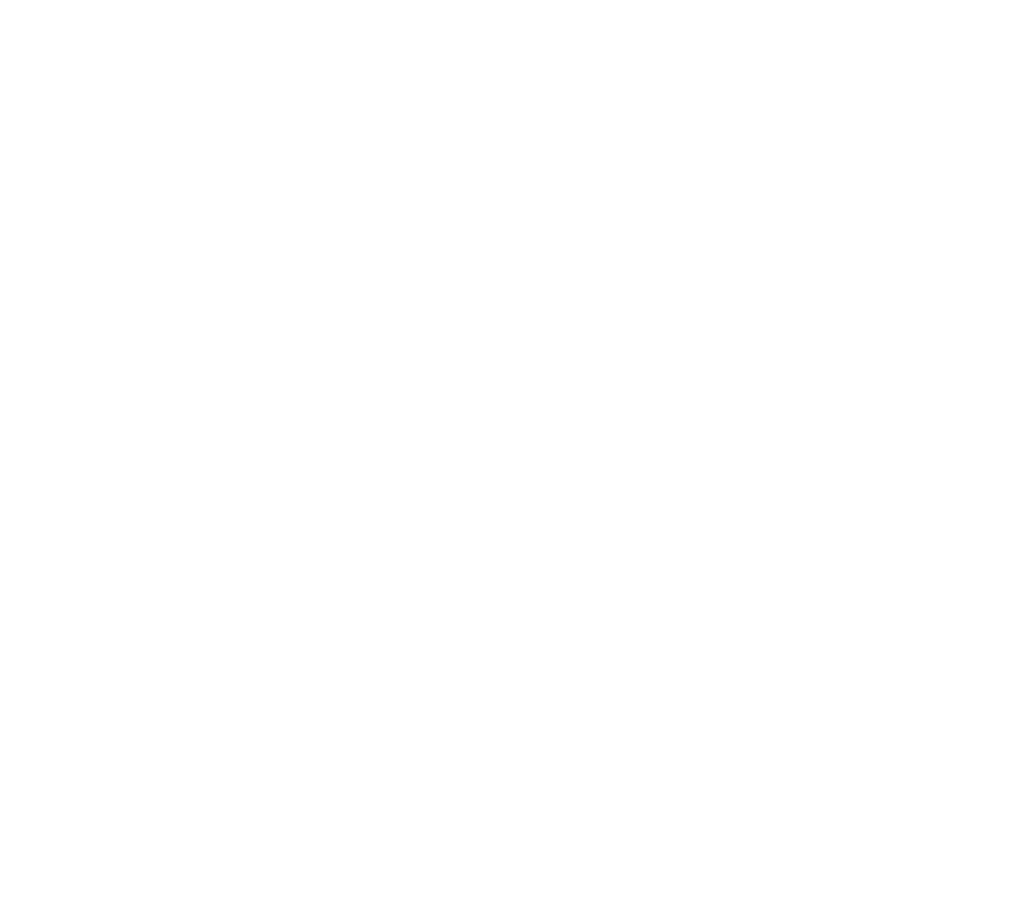
<source format=kicad_pcb>
(kicad_pcb (version 20170123) (host pcbnew no-vcs-found-60310b3~58~ubuntu16.10.1)

  (general
    (links 0)
    (no_connects 0)
    (area 70.621994 60.147999 116.367091 101.120004)
    (thickness 1.6)
    (drawings 7788)
    (tracks 0)
    (zones 0)
    (modules 0)
    (nets 1)
  )

  (page A4)
  (layers
    (0 F.Cu signal)
    (31 B.Cu signal)
    (32 B.Adhes user)
    (33 F.Adhes user)
    (34 B.Paste user)
    (35 F.Paste user)
    (36 B.SilkS user)
    (37 F.SilkS user)
    (38 B.Mask user)
    (39 F.Mask user)
    (40 Dwgs.User user)
    (41 Cmts.User user)
    (42 Eco1.User user)
    (43 Eco2.User user)
    (44 Edge.Cuts user)
    (45 Margin user)
    (46 B.CrtYd user)
    (47 F.CrtYd user)
    (48 B.Fab user)
    (49 F.Fab user)
  )

  (setup
    (last_trace_width 0.25)
    (user_trace_width 0.25)
    (user_trace_width 0.5)
    (user_trace_width 0.75)
    (user_trace_width 1)
    (trace_clearance 0.4)
    (zone_clearance 0.508)
    (zone_45_only no)
    (trace_min 0.2)
    (segment_width 0.2)
    (edge_width 0.1)
    (via_size 0.8)
    (via_drill 0.4)
    (via_min_size 0.4)
    (via_min_drill 0.3)
    (uvia_size 0.3)
    (uvia_drill 0.1)
    (uvias_allowed no)
    (uvia_min_size 0.2)
    (uvia_min_drill 0.1)
    (pcb_text_width 0.3)
    (pcb_text_size 1.5 1.5)
    (mod_edge_width 0.15)
    (mod_text_size 1 1)
    (mod_text_width 0.15)
    (pad_size 1.3 1.3)
    (pad_drill 0.7)
    (pad_to_mask_clearance 0.2)
    (aux_axis_origin 0 0)
    (visible_elements FFFFEF7F)
    (pcbplotparams
      (layerselection 0x00030_ffffffff)
      (usegerberextensions false)
      (excludeedgelayer true)
      (linewidth 0.100000)
      (plotframeref false)
      (viasonmask false)
      (mode 1)
      (useauxorigin false)
      (hpglpennumber 1)
      (hpglpenspeed 20)
      (hpglpendiameter 15)
      (psnegative false)
      (psa4output false)
      (plotreference true)
      (plotvalue true)
      (plotinvisibletext false)
      (padsonsilk false)
      (subtractmaskfromsilk false)
      (outputformat 1)
      (mirror false)
      (drillshape 0)
      (scaleselection 1)
      (outputdirectory ""))
  )

  (net 0 "")

  (net_class Default "This is the default net class."
    (clearance 0.4)
    (trace_width 0.25)
    (via_dia 0.8)
    (via_drill 0.4)
    (uvia_dia 0.3)
    (uvia_drill 0.1)
  )

  (gr_line (start 97.444992 70.647001) (end 97.571992 70.774001) (layer Dwgs.User) (width 0.1))
  (gr_line (start 97.444992 69.885001) (end 97.444992 70.647001) (layer Dwgs.User) (width 0.1))
  (gr_line (start 97.063992 69.504001) (end 97.444992 69.885001) (layer Dwgs.User) (width 0.1))
  (gr_line (start 95.666992 69.504001) (end 97.063992 69.504001) (layer Dwgs.User) (width 0.1))
  (gr_line (start 95.412992 69.758001) (end 95.666992 69.504001) (layer Dwgs.User) (width 0.1))
  (gr_line (start 95.412992 70.520001) (end 95.412992 69.758001) (layer Dwgs.User) (width 0.1))
  (gr_line (start 95.158992 70.774001) (end 95.412992 70.520001) (layer Dwgs.User) (width 0.1))
  (gr_line (start 93.507992 70.774001) (end 95.158992 70.774001) (layer Dwgs.User) (width 0.1))
  (gr_line (start 93.253992 70.520001) (end 93.507992 70.774001) (layer Dwgs.User) (width 0.1))
  (gr_line (start 93.253992 65.821001) (end 93.253992 70.520001) (layer Dwgs.User) (width 0.1))
  (gr_line (start 93.761992 65.313001) (end 93.253992 65.821001) (layer Dwgs.User) (width 0.1))
  (gr_line (start 100.492992 65.313001) (end 93.761992 65.313001) (layer Dwgs.User) (width 0.1))
  (gr_line (start 100.746992 65.567001) (end 100.492992 65.313001) (layer Dwgs.User) (width 0.1))
  (gr_line (start 100.746992 65.948001) (end 100.746992 65.567001) (layer Dwgs.User) (width 0.1))
  (gr_text LL (at 105.852392 95.674485) (layer Dwgs.User)
    (effects (font (size 0.635 0.508) (thickness 0.1)) (justify left bottom))
  )
  (gr_line (start 92.872992 72.171001) (end 93.126992 71.917001) (layer Dwgs.User) (width 0.1))
  (gr_line (start 92.872992 84.744001) (end 92.872992 72.171001) (layer Dwgs.User) (width 0.1))
  (gr_line (start 93.253992 85.125001) (end 92.872992 84.744001) (layer Dwgs.User) (width 0.1))
  (gr_line (start 95.158992 85.125001) (end 93.253992 85.125001) (layer Dwgs.User) (width 0.1))
  (gr_line (start 95.539992 84.744001) (end 95.158992 85.125001) (layer Dwgs.User) (width 0.1))
  (gr_line (start 95.539992 72.171001) (end 95.539992 84.744001) (layer Dwgs.User) (width 0.1))
  (gr_line (start 95.285992 71.917001) (end 95.539992 72.171001) (layer Dwgs.User) (width 0.1))
  (gr_line (start 93.126992 71.917001) (end 95.285992 71.917001) (layer Dwgs.User) (width 0.1))
  (gr_line (start 107.604992 72.806001) (end 107.985992 72.806001) (layer Dwgs.User) (width 0.1))
  (gr_line (start 107.477992 72.933001) (end 107.604992 72.806001) (layer Dwgs.User) (width 0.1))
  (gr_line (start 107.477992 74.965001) (end 107.477992 72.933001) (layer Dwgs.User) (width 0.1))
  (gr_line (start 107.985992 75.473001) (end 107.477992 74.965001) (layer Dwgs.User) (width 0.1))
  (gr_line (start 107.985992 77.251001) (end 107.985992 75.473001) (layer Dwgs.User) (width 0.1))
  (gr_line (start 108.366992 77.632001) (end 107.985992 77.251001) (layer Dwgs.User) (width 0.1))
  (gr_line (start 110.652992 77.632001) (end 108.366992 77.632001) (layer Dwgs.User) (width 0.1))
  (gr_line (start 111.033992 77.251001) (end 110.652992 77.632001) (layer Dwgs.User) (width 0.1))
  (gr_line (start 111.033992 72.933001) (end 111.033992 77.251001) (layer Dwgs.User) (width 0.1))
  (gr_line (start 110.906992 72.806001) (end 111.033992 72.933001) (layer Dwgs.User) (width 0.1))
  (gr_line (start 107.985992 72.806001) (end 110.906992 72.806001) (layer Dwgs.User) (width 0.1))
  (gr_line (start 95.158992 88.300001) (end 95.285992 88.173001) (layer Dwgs.User) (width 0.1))
  (gr_line (start 95.158992 93.380001) (end 95.158992 88.300001) (layer Dwgs.User) (width 0.1))
  (gr_line (start 95.412992 93.634001) (end 95.158992 93.380001) (layer Dwgs.User) (width 0.1))
  (gr_line (start 97.571992 93.634001) (end 95.412992 93.634001) (layer Dwgs.User) (width 0.1))
  (gr_line (start 97.825992 93.380001) (end 97.571992 93.634001) (layer Dwgs.User) (width 0.1))
  (gr_line (start 97.825992 91.094001) (end 97.825992 93.380001) (layer Dwgs.User) (width 0.1))
  (gr_line (start 97.063992 90.332001) (end 97.825992 91.094001) (layer Dwgs.User) (width 0.1))
  (gr_line (start 97.063992 88.554001) (end 97.063992 90.332001) (layer Dwgs.User) (width 0.1))
  (gr_line (start 96.682992 88.173001) (end 97.063992 88.554001) (layer Dwgs.User) (width 0.1))
  (gr_line (start 95.285992 88.173001) (end 96.682992 88.173001) (layer Dwgs.User) (width 0.1))
  (gr_line (start 110.525992 92.287801) (end 110.525992 90.890801) (layer Dwgs.User) (width 0.1))
  (gr_line (start 110.017992 92.795801) (end 110.525992 92.287801) (layer Dwgs.User) (width 0.1))
  (gr_line (start 108.138392 92.795801) (end 110.017992 92.795801) (layer Dwgs.User) (width 0.1))
  (gr_line (start 107.858992 92.516401) (end 108.138392 92.795801) (layer Dwgs.User) (width 0.1))
  (gr_line (start 107.858992 90.814601) (end 107.858992 92.516401) (layer Dwgs.User) (width 0.1))
  (gr_line (start 100.492992 93.126001) (end 100.492992 94.269001) (layer Dwgs.User) (width 0.1))
  (gr_line (start 101.635992 93.024401) (end 100.492992 93.126001) (layer Dwgs.User) (width 0.1))
  (gr_line (start 107.731992 93.049801) (end 101.635992 93.024401) (layer Dwgs.User) (width 0.1))
  (gr_line (start 108.163792 92.795801) (end 107.731992 93.049801) (layer Dwgs.User) (width 0.1))
  (gr_line (start 108.824192 92.795801) (end 108.163792 92.795801) (layer Dwgs.User) (width 0.1))
  (gr_line (start 100.492992 94.396001) (end 100.111992 94.777001) (layer Dwgs.User) (width 0.1))
  (gr_line (start 100.492992 94.269001) (end 100.492992 94.396001) (layer Dwgs.User) (width 0.1))
  (gr_line (start 76.2 65.278) (end 76.2 62.738) (layer Dwgs.User) (width 0.1))
  (gr_line (start 78.74 65.278) (end 76.2 65.278) (layer Dwgs.User) (width 0.1))
  (gr_line (start 78.74 62.738) (end 78.74 65.278) (layer Dwgs.User) (width 0.1))
  (gr_line (start 76.2 62.738) (end 78.74 62.738) (layer Dwgs.User) (width 0.1))
  (gr_line (start 76.2 64.77) (end 76.708 65.278) (layer Dwgs.User) (width 0.1))
  (gr_line (start 76.2 60.706) (end 76.2 64.77) (layer Dwgs.User) (width 0.1))
  (gr_line (start 76.708 60.198) (end 76.2 60.706) (layer Dwgs.User) (width 0.1))
  (gr_line (start 76.708 60.198) (end 76.2 60.706) (layer Dwgs.User) (width 0.1))
  (gr_line (start 78.232 60.198) (end 76.708 60.198) (layer Dwgs.User) (width 0.1))
  (gr_line (start 78.74 60.706) (end 78.232 60.198) (layer Dwgs.User) (width 0.1))
  (gr_line (start 78.232 65.278) (end 78.74 64.77) (layer Dwgs.User) (width 0.1))
  (gr_line (start 76.708 65.278) (end 78.232 65.278) (layer Dwgs.User) (width 0.1))
  (gr_line (start 76.2 64.77) (end 76.708 65.278) (layer Dwgs.User) (width 0.1))
  (gr_line (start 80.772 65.278) (end 81.28 64.77) (layer Dwgs.User) (width 0.1))
  (gr_line (start 79.248 65.278) (end 80.772 65.278) (layer Dwgs.User) (width 0.1))
  (gr_line (start 78.74 64.77) (end 79.248 65.278) (layer Dwgs.User) (width 0.1))
  (gr_line (start 79.248 60.198) (end 78.74 60.706) (layer Dwgs.User) (width 0.1))
  (gr_line (start 80.772 60.198) (end 79.248 60.198) (layer Dwgs.User) (width 0.1))
  (gr_line (start 81.28 60.706) (end 80.772 60.198) (layer Dwgs.User) (width 0.1))
  (gr_line (start 78.232 66.04) (end 77.47 65.278) (layer Dwgs.User) (width 0.1))
  (gr_line (start 76.708 66.04) (end 78.232 66.04) (layer Dwgs.User) (width 0.1))
  (gr_line (start 77.47 65.278) (end 76.708 66.04) (layer Dwgs.User) (width 0.1))
  (gr_line (start 83.312 65.278) (end 83.82 64.77) (layer Dwgs.User) (width 0.1))
  (gr_line (start 81.788 65.278) (end 83.312 65.278) (layer Dwgs.User) (width 0.1))
  (gr_line (start 81.28 64.77) (end 81.788 65.278) (layer Dwgs.User) (width 0.1))
  (gr_line (start 85.852 65.278) (end 86.36 64.77) (layer Dwgs.User) (width 0.1))
  (gr_line (start 84.328 65.278) (end 85.852 65.278) (layer Dwgs.User) (width 0.1))
  (gr_line (start 83.82 64.77) (end 84.328 65.278) (layer Dwgs.User) (width 0.1))
  (gr_line (start 81.788 60.198) (end 81.28 60.706) (layer Dwgs.User) (width 0.1))
  (gr_line (start 83.312 60.198) (end 81.788 60.198) (layer Dwgs.User) (width 0.1))
  (gr_line (start 83.82 60.706) (end 83.312 60.198) (layer Dwgs.User) (width 0.1))
  (gr_line (start 86.868 60.198) (end 86.36 60.706) (layer Dwgs.User) (width 0.1))
  (gr_line (start 88.392 60.198) (end 86.868 60.198) (layer Dwgs.User) (width 0.1))
  (gr_line (start 88.9 60.706) (end 88.392 60.198) (layer Dwgs.User) (width 0.1))
  (gr_line (start 84.328 60.198) (end 83.82 60.706) (layer Dwgs.User) (width 0.1))
  (gr_line (start 85.852 60.198) (end 84.328 60.198) (layer Dwgs.User) (width 0.1))
  (gr_line (start 86.36 60.706) (end 85.852 60.198) (layer Dwgs.User) (width 0.1))
  (gr_line (start 89.408 60.198) (end 88.9 60.706) (layer Dwgs.User) (width 0.1))
  (gr_line (start 90.932 60.198) (end 89.408 60.198) (layer Dwgs.User) (width 0.1))
  (gr_line (start 91.44 60.706) (end 90.932 60.198) (layer Dwgs.User) (width 0.1))
  (gr_line (start 91.948 60.198) (end 91.44 60.706) (layer Dwgs.User) (width 0.1))
  (gr_line (start 93.472 60.198) (end 91.948 60.198) (layer Dwgs.User) (width 0.1))
  (gr_line (start 93.98 60.706) (end 93.472 60.198) (layer Dwgs.User) (width 0.1))
  (gr_line (start 97.028 60.198) (end 96.52 60.706) (layer Dwgs.User) (width 0.1))
  (gr_line (start 98.552 60.198) (end 97.028 60.198) (layer Dwgs.User) (width 0.1))
  (gr_line (start 99.06 60.706) (end 98.552 60.198) (layer Dwgs.User) (width 0.1))
  (gr_line (start 94.488 60.198) (end 93.98 60.706) (layer Dwgs.User) (width 0.1))
  (gr_line (start 96.012 60.198) (end 94.488 60.198) (layer Dwgs.User) (width 0.1))
  (gr_line (start 96.52 60.706) (end 96.012 60.198) (layer Dwgs.User) (width 0.1))
  (gr_line (start 99.568 60.198) (end 99.06 60.706) (layer Dwgs.User) (width 0.1))
  (gr_line (start 101.092 60.198) (end 99.568 60.198) (layer Dwgs.User) (width 0.1))
  (gr_line (start 101.6 60.706) (end 101.092 60.198) (layer Dwgs.User) (width 0.1))
  (gr_line (start 104.648 65.278) (end 104.14 64.77) (layer Dwgs.User) (width 0.1))
  (gr_line (start 106.172 65.278) (end 104.648 65.278) (layer Dwgs.User) (width 0.1))
  (gr_line (start 106.68 64.77) (end 106.172 65.278) (layer Dwgs.User) (width 0.1))
  (gr_line (start 106.68 60.706) (end 106.68 64.77) (layer Dwgs.User) (width 0.1))
  (gr_line (start 106.172 60.198) (end 106.68 60.706) (layer Dwgs.User) (width 0.1))
  (gr_line (start 104.648 60.198) (end 106.172 60.198) (layer Dwgs.User) (width 0.1))
  (gr_line (start 104.14 60.706) (end 104.648 60.198) (layer Dwgs.User) (width 0.1))
  (gr_line (start 102.108 60.198) (end 101.6 60.706) (layer Dwgs.User) (width 0.1))
  (gr_line (start 103.632 60.198) (end 102.108 60.198) (layer Dwgs.User) (width 0.1))
  (gr_line (start 104.14 60.706) (end 103.632 60.198) (layer Dwgs.User) (width 0.1))
  (gr_line (start 88.392 65.278) (end 88.9 64.77) (layer Dwgs.User) (width 0.1))
  (gr_line (start 86.868 65.278) (end 88.392 65.278) (layer Dwgs.User) (width 0.1))
  (gr_line (start 86.36 64.77) (end 86.868 65.278) (layer Dwgs.User) (width 0.1))
  (gr_line (start 90.932 65.278) (end 91.44 64.77) (layer Dwgs.User) (width 0.1))
  (gr_line (start 89.408 65.278) (end 90.932 65.278) (layer Dwgs.User) (width 0.1))
  (gr_line (start 88.9 64.77) (end 89.408 65.278) (layer Dwgs.User) (width 0.1))
  (gr_line (start 93.472 65.278) (end 93.98 64.77) (layer Dwgs.User) (width 0.1))
  (gr_line (start 91.948 65.278) (end 93.472 65.278) (layer Dwgs.User) (width 0.1))
  (gr_line (start 91.44 64.77) (end 91.948 65.278) (layer Dwgs.User) (width 0.1))
  (gr_line (start 96.012 65.278) (end 96.52 64.77) (layer Dwgs.User) (width 0.1))
  (gr_line (start 94.488 65.278) (end 96.012 65.278) (layer Dwgs.User) (width 0.1))
  (gr_line (start 93.98 64.77) (end 94.488 65.278) (layer Dwgs.User) (width 0.1))
  (gr_line (start 98.552 65.278) (end 99.06 64.77) (layer Dwgs.User) (width 0.1))
  (gr_line (start 97.028 65.278) (end 98.552 65.278) (layer Dwgs.User) (width 0.1))
  (gr_line (start 96.52 64.77) (end 97.028 65.278) (layer Dwgs.User) (width 0.1))
  (gr_line (start 101.092 65.278) (end 101.6 64.77) (layer Dwgs.User) (width 0.1))
  (gr_line (start 99.568 65.278) (end 101.092 65.278) (layer Dwgs.User) (width 0.1))
  (gr_line (start 99.06 64.77) (end 99.568 65.278) (layer Dwgs.User) (width 0.1))
  (gr_line (start 103.632 65.278) (end 104.14 64.77) (layer Dwgs.User) (width 0.1))
  (gr_line (start 102.108 65.278) (end 103.632 65.278) (layer Dwgs.User) (width 0.1))
  (gr_line (start 101.6 64.77) (end 102.108 65.278) (layer Dwgs.User) (width 0.1))
  (gr_line (start 76.13998 100.308003) (end 76.13998 97.768003) (layer Dwgs.User) (width 0.1))
  (gr_line (start 78.67998 100.308003) (end 76.13998 100.308003) (layer Dwgs.User) (width 0.1))
  (gr_line (start 78.67998 97.768003) (end 78.67998 100.308003) (layer Dwgs.User) (width 0.1))
  (gr_line (start 76.13998 97.768003) (end 78.67998 97.768003) (layer Dwgs.User) (width 0.1))
  (gr_line (start 79.18798 97.768003) (end 78.67998 98.276003) (layer Dwgs.User) (width 0.1))
  (gr_line (start 80.71198 97.768003) (end 79.18798 97.768003) (layer Dwgs.User) (width 0.1))
  (gr_line (start 81.21998 98.276003) (end 80.71198 97.768003) (layer Dwgs.User) (width 0.1))
  (gr_line (start 76.64798 97.768003) (end 76.13998 98.276003) (layer Dwgs.User) (width 0.1))
  (gr_line (start 78.17198 97.768003) (end 76.64798 97.768003) (layer Dwgs.User) (width 0.1))
  (gr_line (start 78.67998 98.276003) (end 78.17198 97.768003) (layer Dwgs.User) (width 0.1))
  (gr_line (start 76.840004 96.637399) (end 77.602004 97.399399) (layer Dwgs.User) (width 0.1))
  (gr_line (start 78.364004 96.637399) (end 76.840004 96.637399) (layer Dwgs.User) (width 0.1))
  (gr_line (start 77.602004 97.399399) (end 78.364004 96.637399) (layer Dwgs.User) (width 0.1))
  (gr_line (start 78.17198 100.308003) (end 78.67998 99.800003) (layer Dwgs.User) (width 0.1))
  (gr_line (start 76.64798 100.308003) (end 78.17198 100.308003) (layer Dwgs.User) (width 0.1))
  (gr_line (start 76.13998 99.800003) (end 76.64798 100.308003) (layer Dwgs.User) (width 0.1))
  (gr_line (start 80.71198 100.308003) (end 81.21998 99.800003) (layer Dwgs.User) (width 0.1))
  (gr_line (start 79.18798 100.308003) (end 80.71198 100.308003) (layer Dwgs.User) (width 0.1))
  (gr_line (start 78.67998 99.800003) (end 79.18798 100.308003) (layer Dwgs.User) (width 0.1))
  (gr_line (start 81.72798 97.768003) (end 81.21998 98.276003) (layer Dwgs.User) (width 0.1))
  (gr_line (start 83.25198 97.768003) (end 81.72798 97.768003) (layer Dwgs.User) (width 0.1))
  (gr_line (start 83.75998 98.276003) (end 83.25198 97.768003) (layer Dwgs.User) (width 0.1))
  (gr_line (start 83.25198 100.308003) (end 83.75998 99.800003) (layer Dwgs.User) (width 0.1))
  (gr_line (start 81.72798 100.308003) (end 83.25198 100.308003) (layer Dwgs.User) (width 0.1))
  (gr_line (start 81.21998 99.800003) (end 81.72798 100.308003) (layer Dwgs.User) (width 0.1))
  (gr_line (start 85.79198 100.308003) (end 86.29998 99.800003) (layer Dwgs.User) (width 0.1))
  (gr_line (start 84.26798 100.308003) (end 85.79198 100.308003) (layer Dwgs.User) (width 0.1))
  (gr_line (start 83.75998 99.800003) (end 84.26798 100.308003) (layer Dwgs.User) (width 0.1))
  (gr_line (start 84.26798 97.768003) (end 83.75998 98.276003) (layer Dwgs.User) (width 0.1))
  (gr_line (start 85.79198 97.768003) (end 84.26798 97.768003) (layer Dwgs.User) (width 0.1))
  (gr_line (start 86.29998 98.276003) (end 85.79198 97.768003) (layer Dwgs.User) (width 0.1))
  (gr_line (start 88.33198 100.308003) (end 88.83998 99.800003) (layer Dwgs.User) (width 0.1))
  (gr_line (start 86.80798 100.308003) (end 88.33198 100.308003) (layer Dwgs.User) (width 0.1))
  (gr_line (start 86.29998 99.800003) (end 86.80798 100.308003) (layer Dwgs.User) (width 0.1))
  (gr_line (start 86.80798 97.768003) (end 86.29998 98.276003) (layer Dwgs.User) (width 0.1))
  (gr_line (start 88.33198 97.768003) (end 86.80798 97.768003) (layer Dwgs.User) (width 0.1))
  (gr_line (start 88.83998 98.276003) (end 88.33198 97.768003) (layer Dwgs.User) (width 0.1))
  (gr_line (start 90.87198 100.308003) (end 91.37998 99.800003) (layer Dwgs.User) (width 0.1))
  (gr_line (start 89.34798 100.308003) (end 90.87198 100.308003) (layer Dwgs.User) (width 0.1))
  (gr_line (start 88.83998 99.800003) (end 89.34798 100.308003) (layer Dwgs.User) (width 0.1))
  (gr_line (start 89.34798 97.768003) (end 88.83998 98.276003) (layer Dwgs.User) (width 0.1))
  (gr_line (start 90.87198 97.768003) (end 89.34798 97.768003) (layer Dwgs.User) (width 0.1))
  (gr_line (start 91.37998 98.276003) (end 90.87198 97.768003) (layer Dwgs.User) (width 0.1))
  (gr_line (start 93.41198 100.308003) (end 93.91998 99.800003) (layer Dwgs.User) (width 0.1))
  (gr_line (start 91.88798 100.308003) (end 93.41198 100.308003) (layer Dwgs.User) (width 0.1))
  (gr_line (start 91.37998 99.800003) (end 91.88798 100.308003) (layer Dwgs.User) (width 0.1))
  (gr_line (start 91.88798 97.768003) (end 91.37998 98.276003) (layer Dwgs.User) (width 0.1))
  (gr_line (start 93.41198 97.768003) (end 91.88798 97.768003) (layer Dwgs.User) (width 0.1))
  (gr_line (start 93.91998 98.276003) (end 93.41198 97.768003) (layer Dwgs.User) (width 0.1))
  (gr_line (start 95.95198 100.308003) (end 96.45998 99.800003) (layer Dwgs.User) (width 0.1))
  (gr_line (start 94.42798 100.308003) (end 95.95198 100.308003) (layer Dwgs.User) (width 0.1))
  (gr_line (start 93.91998 99.800003) (end 94.42798 100.308003) (layer Dwgs.User) (width 0.1))
  (gr_line (start 98.49198 100.308003) (end 98.99998 99.800003) (layer Dwgs.User) (width 0.1))
  (gr_line (start 96.96798 100.308003) (end 98.49198 100.308003) (layer Dwgs.User) (width 0.1))
  (gr_line (start 96.45998 99.800003) (end 96.96798 100.308003) (layer Dwgs.User) (width 0.1))
  (gr_line (start 96.96798 97.768003) (end 96.45998 98.276003) (layer Dwgs.User) (width 0.1))
  (gr_line (start 98.49198 97.768003) (end 96.96798 97.768003) (layer Dwgs.User) (width 0.1))
  (gr_line (start 98.99998 98.276003) (end 98.49198 97.768003) (layer Dwgs.User) (width 0.1))
  (gr_line (start 94.42798 97.768003) (end 93.91998 98.276003) (layer Dwgs.User) (width 0.1))
  (gr_line (start 95.95198 97.768003) (end 94.42798 97.768003) (layer Dwgs.User) (width 0.1))
  (gr_line (start 96.45998 98.276003) (end 95.95198 97.768003) (layer Dwgs.User) (width 0.1))
  (gr_line (start 101.03198 100.308003) (end 101.53998 99.800003) (layer Dwgs.User) (width 0.1))
  (gr_line (start 99.50798 100.308003) (end 101.03198 100.308003) (layer Dwgs.User) (width 0.1))
  (gr_line (start 98.99998 99.800003) (end 99.50798 100.308003) (layer Dwgs.User) (width 0.1))
  (gr_line (start 99.50798 97.768003) (end 98.99998 98.276003) (layer Dwgs.User) (width 0.1))
  (gr_line (start 101.03198 97.768003) (end 99.50798 97.768003) (layer Dwgs.User) (width 0.1))
  (gr_line (start 101.53998 98.276003) (end 101.03198 97.768003) (layer Dwgs.User) (width 0.1))
  (gr_line (start 104.58798 97.768003) (end 104.07998 98.276003) (layer Dwgs.User) (width 0.1))
  (gr_line (start 106.11198 97.768003) (end 104.58798 97.768003) (layer Dwgs.User) (width 0.1))
  (gr_line (start 106.61998 98.276003) (end 106.11198 97.768003) (layer Dwgs.User) (width 0.1))
  (gr_line (start 106.61998 99.800003) (end 106.61998 98.276003) (layer Dwgs.User) (width 0.1))
  (gr_line (start 106.11198 100.308003) (end 106.61998 99.800003) (layer Dwgs.User) (width 0.1))
  (gr_line (start 104.58798 100.308003) (end 106.11198 100.308003) (layer Dwgs.User) (width 0.1))
  (gr_line (start 104.07998 99.800003) (end 104.58798 100.308003) (layer Dwgs.User) (width 0.1))
  (gr_line (start 103.57198 100.308003) (end 104.07998 99.800003) (layer Dwgs.User) (width 0.1))
  (gr_line (start 102.04798 100.308003) (end 103.57198 100.308003) (layer Dwgs.User) (width 0.1))
  (gr_line (start 101.53998 99.800003) (end 102.04798 100.308003) (layer Dwgs.User) (width 0.1))
  (gr_line (start 102.04798 97.768003) (end 101.53998 98.276003) (layer Dwgs.User) (width 0.1))
  (gr_line (start 103.57198 97.768003) (end 102.04798 97.768003) (layer Dwgs.User) (width 0.1))
  (gr_line (start 104.07998 98.276003) (end 103.57198 97.768003) (layer Dwgs.User) (width 0.1))
  (gr_line (start 100.492992 93.126001) (end 100.238992 92.999001) (layer Dwgs.User) (width 0.1))
  (gr_line (start 100.492992 94.269001) (end 100.492992 93.126001) (layer Dwgs.User) (width 0.1))
  (gr_arc (start 79.702293 95.640131) (end 79.619297 95.537985) (angle -139.2520538) (layer Dwgs.User) (width 0.1))
  (gr_arc (start 79.522799 95.635797) (end 79.543097 95.77169) (angle -126.8924522) (layer Dwgs.User) (width 0.1))
  (gr_arc (start 79.36627 95.637244) (end 79.380512 95.775704) (angle -130.7921139) (layer Dwgs.User) (width 0.1))
  (gr_arc (start 79.547022 95.638469) (end 79.461792 95.536004) (angle -138.5585014) (layer Dwgs.User) (width 0.1))
  (gr_line (start 77.941907 96.91088) (end 81.134103 96.91088) (layer Dwgs.User) (width 0.1))
  (gr_line (start 81.134103 94.421096) (end 77.941907 94.421096) (layer Dwgs.User) (width 0.1))
  (gr_line (start 77.830782 94.523001) (end 78.745182 94.523001) (layer Dwgs.User) (width 0.1))
  (gr_line (start 77.830782 96.809001) (end 77.830782 94.523001) (layer Dwgs.User) (width 0.1))
  (gr_line (start 78.745182 96.809001) (end 77.830782 96.809001) (layer Dwgs.User) (width 0.1))
  (gr_line (start 78.745182 94.523001) (end 78.745182 96.809001) (layer Dwgs.User) (width 0.1))
  (gr_line (start 80.330802 94.523001) (end 81.245202 94.523001) (layer Dwgs.User) (width 0.1))
  (gr_line (start 80.330802 96.809001) (end 80.330802 94.523001) (layer Dwgs.User) (width 0.1))
  (gr_line (start 81.245202 96.809001) (end 80.330802 96.809001) (layer Dwgs.User) (width 0.1))
  (gr_line (start 81.245202 94.523001) (end 81.245202 96.809001) (layer Dwgs.User) (width 0.1))
  (gr_arc (start 98.879268 84.896845) (end 98.875469 84.765286) (angle -139.2515903) (layer Dwgs.User) (width 0.1))
  (gr_arc (start 98.699774 84.90118) (end 98.796272 84.998992) (angle -126.8919547) (layer Dwgs.User) (width 0.1))
  (gr_arc (start 98.54325 84.899756) (end 98.638767 85.000998) (angle -130.7956845) (layer Dwgs.User) (width 0.1))
  (gr_arc (start 98.723986 84.898515) (end 98.720072 84.765286) (angle -138.5723079) (layer Dwgs.User) (width 0.1))
  (gr_line (start 97.118881 83.626096) (end 100.311077 83.626096) (layer Dwgs.User) (width 0.1))
  (gr_line (start 100.311077 86.11588) (end 97.118881 86.11588) (layer Dwgs.User) (width 0.1))
  (gr_line (start 97.007756 86.013976) (end 97.922156 86.013976) (layer Dwgs.User) (width 0.1))
  (gr_line (start 97.007756 83.727976) (end 97.007756 86.013976) (layer Dwgs.User) (width 0.1))
  (gr_line (start 97.922156 83.727976) (end 97.007756 83.727976) (layer Dwgs.User) (width 0.1))
  (gr_line (start 97.922156 86.013976) (end 97.922156 83.727976) (layer Dwgs.User) (width 0.1))
  (gr_line (start 99.507777 86.013976) (end 100.422177 86.013976) (layer Dwgs.User) (width 0.1))
  (gr_line (start 99.507777 83.727976) (end 99.507777 86.013976) (layer Dwgs.User) (width 0.1))
  (gr_line (start 100.422177 83.727976) (end 99.507777 83.727976) (layer Dwgs.User) (width 0.1))
  (gr_line (start 100.422177 86.013976) (end 100.422177 83.727976) (layer Dwgs.User) (width 0.1))
  (gr_arc (start 90.485853 95.804907) (end 90.587983 95.721906) (angle -139.2430933) (layer Dwgs.User) (width 0.1))
  (gr_arc (start 90.49019 95.625396) (end 90.354303 95.645706) (angle -126.8773621) (layer Dwgs.User) (width 0.1))
  (gr_arc (start 90.488751 95.468876) (end 90.350289 95.483096) (angle -130.799255) (layer Dwgs.User) (width 0.1))
  (gr_arc (start 90.487522 95.649625) (end 90.589989 95.564401) (angle -138.5640862) (layer Dwgs.User) (width 0.1))
  (gr_line (start 89.215087 94.04449) (end 89.215087 97.236712) (layer Dwgs.User) (width 0.1))
  (gr_line (start 91.704897 97.236712) (end 91.704897 94.04449) (layer Dwgs.User) (width 0.1))
  (gr_line (start 91.602992 93.933391) (end 91.602992 94.847791) (layer Dwgs.User) (width 0.1))
  (gr_line (start 89.316992 93.933391) (end 91.602992 93.933391) (layer Dwgs.User) (width 0.1))
  (gr_line (start 89.316992 94.847791) (end 89.316992 93.933391) (layer Dwgs.User) (width 0.1))
  (gr_line (start 91.602992 94.847791) (end 89.316992 94.847791) (layer Dwgs.User) (width 0.1))
  (gr_line (start 91.602992 96.433411) (end 91.602992 97.347811) (layer Dwgs.User) (width 0.1))
  (gr_line (start 89.316992 96.433411) (end 91.602992 96.433411) (layer Dwgs.User) (width 0.1))
  (gr_line (start 89.316992 97.347811) (end 89.316992 96.433411) (layer Dwgs.User) (width 0.1))
  (gr_line (start 91.602992 97.347811) (end 89.316992 97.347811) (layer Dwgs.User) (width 0.1))
  (gr_arc (start 77.530931 85.746507) (end 77.662481 85.742704) (angle -139.2430933) (layer Dwgs.User) (width 0.1))
  (gr_arc (start 77.526594 85.566996) (end 77.428801 85.663506) (angle -126.8773621) (layer Dwgs.User) (width 0.1))
  (gr_arc (start 77.528033 85.410476) (end 77.426795 85.506001) (angle -130.799255) (layer Dwgs.User) (width 0.1))
  (gr_arc (start 77.529262 85.591225) (end 77.662481 85.587306) (angle -138.5640862) (layer Dwgs.User) (width 0.1))
  (gr_line (start 78.801697 83.98609) (end 78.801697 87.178312) (layer Dwgs.User) (width 0.1))
  (gr_line (start 76.311887 87.178312) (end 76.311887 83.98609) (layer Dwgs.User) (width 0.1))
  (gr_line (start 76.413792 83.874991) (end 76.413792 84.789391) (layer Dwgs.User) (width 0.1))
  (gr_line (start 78.699792 83.874991) (end 76.413792 83.874991) (layer Dwgs.User) (width 0.1))
  (gr_line (start 78.699792 84.789391) (end 78.699792 83.874991) (layer Dwgs.User) (width 0.1))
  (gr_line (start 76.413792 84.789391) (end 78.699792 84.789391) (layer Dwgs.User) (width 0.1))
  (gr_line (start 76.413792 86.375011) (end 76.413792 87.289411) (layer Dwgs.User) (width 0.1))
  (gr_line (start 78.699792 86.375011) (end 76.413792 86.375011) (layer Dwgs.User) (width 0.1))
  (gr_line (start 78.699792 87.289411) (end 78.699792 86.375011) (layer Dwgs.User) (width 0.1))
  (gr_line (start 76.413792 87.289411) (end 78.699792 87.289411) (layer Dwgs.User) (width 0.1))
  (gr_line (start 105.526993 86.992003) (end 106.126991 86.992003) (layer Dwgs.User) (width 0.1))
  (gr_line (start 105.526993 87.092002) (end 106.126991 87.092002) (layer Dwgs.User) (width 0.1))
  (gr_line (start 105.426993 88.591999) (end 105.426993 87.192002) (layer Dwgs.User) (width 0.1))
  (gr_line (start 106.226991 88.591999) (end 106.226991 87.192002) (layer Dwgs.User) (width 0.1))
  (gr_line (start 105.572992 87.213008) (end 105.572992 87.721008) (layer Dwgs.User) (width 0.1))
  (gr_line (start 106.080992 87.213008) (end 105.572992 87.213008) (layer Dwgs.User) (width 0.1))
  (gr_line (start 106.080992 87.721008) (end 106.080992 87.213008) (layer Dwgs.User) (width 0.1))
  (gr_line (start 105.572992 87.721008) (end 106.080992 87.721008) (layer Dwgs.User) (width 0.1))
  (gr_line (start 105.572992 88.062994) (end 105.572992 88.570994) (layer Dwgs.User) (width 0.1))
  (gr_line (start 106.080992 88.062994) (end 105.572992 88.062994) (layer Dwgs.User) (width 0.1))
  (gr_line (start 106.080992 88.570994) (end 106.080992 88.062994) (layer Dwgs.User) (width 0.1))
  (gr_line (start 105.572992 88.570994) (end 106.080992 88.570994) (layer Dwgs.User) (width 0.1))
  (gr_line (start 103.756994 88.6) (end 103.756994 88.000002) (layer Dwgs.User) (width 0.1))
  (gr_line (start 103.856993 88.6) (end 103.856993 88.000002) (layer Dwgs.User) (width 0.1))
  (gr_line (start 105.35699 88.7) (end 103.956993 88.7) (layer Dwgs.User) (width 0.1))
  (gr_line (start 105.35699 87.900002) (end 103.956993 87.900002) (layer Dwgs.User) (width 0.1))
  (gr_line (start 103.977999 88.554001) (end 104.485999 88.554001) (layer Dwgs.User) (width 0.1))
  (gr_line (start 103.977999 88.046001) (end 103.977999 88.554001) (layer Dwgs.User) (width 0.1))
  (gr_line (start 104.485999 88.046001) (end 103.977999 88.046001) (layer Dwgs.User) (width 0.1))
  (gr_line (start 104.485999 88.554001) (end 104.485999 88.046001) (layer Dwgs.User) (width 0.1))
  (gr_line (start 104.827985 88.554001) (end 105.335985 88.554001) (layer Dwgs.User) (width 0.1))
  (gr_line (start 104.827985 88.046001) (end 104.827985 88.554001) (layer Dwgs.User) (width 0.1))
  (gr_line (start 105.335985 88.046001) (end 104.827985 88.046001) (layer Dwgs.User) (width 0.1))
  (gr_line (start 105.335985 88.554001) (end 105.335985 88.046001) (layer Dwgs.User) (width 0.1))
  (gr_line (start 103.756994 89.616) (end 103.756994 89.016002) (layer Dwgs.User) (width 0.1))
  (gr_line (start 103.856993 89.616) (end 103.856993 89.016002) (layer Dwgs.User) (width 0.1))
  (gr_line (start 105.35699 89.716) (end 103.956993 89.716) (layer Dwgs.User) (width 0.1))
  (gr_line (start 105.35699 88.916002) (end 103.956993 88.916002) (layer Dwgs.User) (width 0.1))
  (gr_line (start 103.977999 89.570001) (end 104.485999 89.570001) (layer Dwgs.User) (width 0.1))
  (gr_line (start 103.977999 89.062001) (end 103.977999 89.570001) (layer Dwgs.User) (width 0.1))
  (gr_line (start 104.485999 89.062001) (end 103.977999 89.062001) (layer Dwgs.User) (width 0.1))
  (gr_line (start 104.485999 89.570001) (end 104.485999 89.062001) (layer Dwgs.User) (width 0.1))
  (gr_line (start 104.827985 89.570001) (end 105.335985 89.570001) (layer Dwgs.User) (width 0.1))
  (gr_line (start 104.827985 89.062001) (end 104.827985 89.570001) (layer Dwgs.User) (width 0.1))
  (gr_line (start 105.335985 89.062001) (end 104.827985 89.062001) (layer Dwgs.User) (width 0.1))
  (gr_line (start 105.335985 89.570001) (end 105.335985 89.062001) (layer Dwgs.User) (width 0.1))
  (gr_line (start 80.304056 69.656401) (end 80.735856 69.656401) (layer Dwgs.User) (width 0.1))
  (gr_line (start 80.304056 70.469201) (end 80.304056 69.656401) (layer Dwgs.User) (width 0.1))
  (gr_line (start 80.735856 70.469201) (end 80.304056 70.469201) (layer Dwgs.User) (width 0.1))
  (gr_line (start 80.735856 69.656401) (end 80.735856 70.469201) (layer Dwgs.User) (width 0.1))
  (gr_line (start 80.76786 67.396106) (end 80.76786 70.595922) (layer Dwgs.User) (width 0.1))
  (gr_line (start 84.767852 67.396106) (end 80.76786 67.396106) (layer Dwgs.User) (width 0.1))
  (gr_line (start 84.767852 70.595922) (end 84.767852 67.396106) (layer Dwgs.User) (width 0.1))
  (gr_line (start 80.76786 70.595922) (end 84.767852 70.595922) (layer Dwgs.User) (width 0.1))
  (gr_line (start 82.367755 70.389699) (end 80.970755 70.389699) (layer Dwgs.User) (width 0.1))
  (gr_line (start 82.367755 69.195899) (end 82.367755 70.389699) (layer Dwgs.User) (width 0.1))
  (gr_line (start 80.970755 69.195899) (end 82.367755 69.195899) (layer Dwgs.User) (width 0.1))
  (gr_line (start 80.970755 70.389699) (end 80.970755 69.195899) (layer Dwgs.User) (width 0.1))
  (gr_line (start 84.564957 70.389699) (end 83.167957 70.389699) (layer Dwgs.User) (width 0.1))
  (gr_line (start 84.564957 69.195899) (end 84.564957 70.389699) (layer Dwgs.User) (width 0.1))
  (gr_line (start 83.167957 69.195899) (end 84.564957 69.195899) (layer Dwgs.User) (width 0.1))
  (gr_line (start 83.167957 70.389699) (end 83.167957 69.195899) (layer Dwgs.User) (width 0.1))
  (gr_line (start 84.564957 68.796103) (end 83.167957 68.796103) (layer Dwgs.User) (width 0.1))
  (gr_line (start 84.564957 67.602303) (end 84.564957 68.796103) (layer Dwgs.User) (width 0.1))
  (gr_line (start 83.167957 67.602303) (end 84.564957 67.602303) (layer Dwgs.User) (width 0.1))
  (gr_line (start 83.167957 68.796103) (end 83.167957 67.602303) (layer Dwgs.User) (width 0.1))
  (gr_line (start 82.367755 68.796103) (end 80.970755 68.796103) (layer Dwgs.User) (width 0.1))
  (gr_line (start 82.367755 67.602303) (end 82.367755 68.796103) (layer Dwgs.User) (width 0.1))
  (gr_line (start 80.970755 67.602303) (end 82.367755 67.602303) (layer Dwgs.User) (width 0.1))
  (gr_line (start 80.970755 68.796103) (end 80.970755 67.602303) (layer Dwgs.User) (width 0.1))
  (gr_line (start 74.661192 88.020601) (end 75.677192 88.274601) (layer Dwgs.User) (width 0.1))
  (gr_line (start 74.661192 88.528601) (end 74.661192 88.020601) (layer Dwgs.User) (width 0.1))
  (gr_line (start 75.677192 88.274601) (end 74.661192 88.528601) (layer Dwgs.User) (width 0.1))
  (gr_line (start 78.852192 91.576601) (end 75.804192 91.576601) (layer Dwgs.User) (width 0.1))
  (gr_line (start 78.852192 87.512601) (end 78.852192 91.576601) (layer Dwgs.User) (width 0.1))
  (gr_line (start 75.804192 87.512601) (end 78.852192 87.512601) (layer Dwgs.User) (width 0.1))
  (gr_line (start 75.804192 91.576601) (end 75.804192 87.512601) (layer Dwgs.User) (width 0.1))
  (gr_line (start 76.743992 90.332001) (end 76.032792 90.332001) (layer Dwgs.User) (width 0.1))
  (gr_line (start 76.743992 91.348001) (end 76.743992 90.332001) (layer Dwgs.User) (width 0.1))
  (gr_line (start 76.032792 91.348001) (end 76.743992 91.348001) (layer Dwgs.User) (width 0.1))
  (gr_line (start 76.032792 90.332001) (end 76.032792 91.348001) (layer Dwgs.User) (width 0.1))
  (gr_line (start 78.623592 90.332001) (end 77.912392 90.332001) (layer Dwgs.User) (width 0.1))
  (gr_line (start 78.623592 91.348001) (end 78.623592 90.332001) (layer Dwgs.User) (width 0.1))
  (gr_line (start 77.912392 91.348001) (end 78.623592 91.348001) (layer Dwgs.User) (width 0.1))
  (gr_line (start 77.912392 90.332001) (end 77.912392 91.348001) (layer Dwgs.User) (width 0.1))
  (gr_line (start 78.623592 87.741201) (end 77.912392 87.741201) (layer Dwgs.User) (width 0.1))
  (gr_line (start 78.623592 88.757201) (end 78.623592 87.741201) (layer Dwgs.User) (width 0.1))
  (gr_line (start 77.912392 88.757201) (end 78.623592 88.757201) (layer Dwgs.User) (width 0.1))
  (gr_line (start 77.912392 87.741201) (end 77.912392 88.757201) (layer Dwgs.User) (width 0.1))
  (gr_line (start 77.683792 87.741201) (end 76.972592 87.741201) (layer Dwgs.User) (width 0.1))
  (gr_line (start 77.683792 88.757201) (end 77.683792 87.741201) (layer Dwgs.User) (width 0.1))
  (gr_line (start 76.972592 88.757201) (end 77.683792 88.757201) (layer Dwgs.User) (width 0.1))
  (gr_line (start 76.972592 87.741201) (end 76.972592 88.757201) (layer Dwgs.User) (width 0.1))
  (gr_line (start 76.743992 87.741201) (end 76.032792 87.741201) (layer Dwgs.User) (width 0.1))
  (gr_line (start 76.743992 88.757201) (end 76.743992 87.741201) (layer Dwgs.User) (width 0.1))
  (gr_line (start 76.032792 88.757201) (end 76.743992 88.757201) (layer Dwgs.User) (width 0.1))
  (gr_line (start 76.032792 87.741201) (end 76.032792 88.757201) (layer Dwgs.User) (width 0.1))
  (gr_line (start 92.212592 93.126001) (end 92.466592 94.142001) (layer Dwgs.User) (width 0.1))
  (gr_line (start 92.720592 93.126001) (end 92.212592 93.126001) (layer Dwgs.User) (width 0.1))
  (gr_line (start 92.466592 94.142001) (end 92.720592 93.126001) (layer Dwgs.User) (width 0.1))
  (gr_line (start 96.022592 97.367801) (end 96.022592 94.319801) (layer Dwgs.User) (width 0.1))
  (gr_line (start 91.958592 97.367801) (end 96.022592 97.367801) (layer Dwgs.User) (width 0.1))
  (gr_line (start 91.958592 94.319801) (end 91.958592 97.367801) (layer Dwgs.User) (width 0.1))
  (gr_line (start 96.022592 94.319801) (end 91.958592 94.319801) (layer Dwgs.User) (width 0.1))
  (gr_line (start 94.777992 95.259601) (end 94.777992 94.548401) (layer Dwgs.User) (width 0.1))
  (gr_line (start 95.793992 95.259601) (end 94.777992 95.259601) (layer Dwgs.User) (width 0.1))
  (gr_line (start 95.793992 94.548401) (end 95.793992 95.259601) (layer Dwgs.User) (width 0.1))
  (gr_line (start 94.777992 94.548401) (end 95.793992 94.548401) (layer Dwgs.User) (width 0.1))
  (gr_line (start 94.777992 97.139201) (end 94.777992 96.428001) (layer Dwgs.User) (width 0.1))
  (gr_line (start 95.793992 97.139201) (end 94.777992 97.139201) (layer Dwgs.User) (width 0.1))
  (gr_line (start 95.793992 96.428001) (end 95.793992 97.139201) (layer Dwgs.User) (width 0.1))
  (gr_line (start 94.777992 96.428001) (end 95.793992 96.428001) (layer Dwgs.User) (width 0.1))
  (gr_line (start 92.187192 97.139201) (end 92.187192 96.428001) (layer Dwgs.User) (width 0.1))
  (gr_line (start 93.203192 97.139201) (end 92.187192 97.139201) (layer Dwgs.User) (width 0.1))
  (gr_line (start 93.203192 96.428001) (end 93.203192 97.139201) (layer Dwgs.User) (width 0.1))
  (gr_line (start 92.187192 96.428001) (end 93.203192 96.428001) (layer Dwgs.User) (width 0.1))
  (gr_line (start 92.187192 96.199401) (end 92.187192 95.488201) (layer Dwgs.User) (width 0.1))
  (gr_line (start 93.203192 96.199401) (end 92.187192 96.199401) (layer Dwgs.User) (width 0.1))
  (gr_line (start 93.203192 95.488201) (end 93.203192 96.199401) (layer Dwgs.User) (width 0.1))
  (gr_line (start 92.187192 95.488201) (end 93.203192 95.488201) (layer Dwgs.User) (width 0.1))
  (gr_line (start 92.187192 95.259601) (end 92.187192 94.548401) (layer Dwgs.User) (width 0.1))
  (gr_line (start 93.203192 95.259601) (end 92.187192 95.259601) (layer Dwgs.User) (width 0.1))
  (gr_line (start 93.203192 94.548401) (end 93.203192 95.259601) (layer Dwgs.User) (width 0.1))
  (gr_line (start 92.187192 94.548401) (end 93.203192 94.548401) (layer Dwgs.User) (width 0.1))
  (gr_line (start 82.204992 93.380001) (end 82.458992 94.396001) (layer Dwgs.User) (width 0.1))
  (gr_line (start 82.712992 93.380001) (end 82.204992 93.380001) (layer Dwgs.User) (width 0.1))
  (gr_line (start 82.458992 94.396001) (end 82.712992 93.380001) (layer Dwgs.User) (width 0.1))
  (gr_line (start 85.760992 97.571001) (end 85.760992 94.523001) (layer Dwgs.User) (width 0.1))
  (gr_line (start 81.696992 97.571001) (end 85.760992 97.571001) (layer Dwgs.User) (width 0.1))
  (gr_line (start 81.696992 94.523001) (end 81.696992 97.571001) (layer Dwgs.User) (width 0.1))
  (gr_line (start 85.760992 94.523001) (end 81.696992 94.523001) (layer Dwgs.User) (width 0.1))
  (gr_line (start 84.516392 95.462801) (end 84.516392 94.751601) (layer Dwgs.User) (width 0.1))
  (gr_line (start 85.532392 95.462801) (end 84.516392 95.462801) (layer Dwgs.User) (width 0.1))
  (gr_line (start 85.532392 94.751601) (end 85.532392 95.462801) (layer Dwgs.User) (width 0.1))
  (gr_line (start 84.516392 94.751601) (end 85.532392 94.751601) (layer Dwgs.User) (width 0.1))
  (gr_line (start 84.516392 97.342401) (end 84.516392 96.631201) (layer Dwgs.User) (width 0.1))
  (gr_line (start 85.532392 97.342401) (end 84.516392 97.342401) (layer Dwgs.User) (width 0.1))
  (gr_line (start 85.532392 96.631201) (end 85.532392 97.342401) (layer Dwgs.User) (width 0.1))
  (gr_line (start 84.516392 96.631201) (end 85.532392 96.631201) (layer Dwgs.User) (width 0.1))
  (gr_line (start 81.925592 97.342401) (end 81.925592 96.631201) (layer Dwgs.User) (width 0.1))
  (gr_line (start 82.941592 97.342401) (end 81.925592 97.342401) (layer Dwgs.User) (width 0.1))
  (gr_line (start 82.941592 96.631201) (end 82.941592 97.342401) (layer Dwgs.User) (width 0.1))
  (gr_line (start 81.925592 96.631201) (end 82.941592 96.631201) (layer Dwgs.User) (width 0.1))
  (gr_line (start 81.925592 96.402601) (end 81.925592 95.691401) (layer Dwgs.User) (width 0.1))
  (gr_line (start 82.941592 96.402601) (end 81.925592 96.402601) (layer Dwgs.User) (width 0.1))
  (gr_line (start 82.941592 95.691401) (end 82.941592 96.402601) (layer Dwgs.User) (width 0.1))
  (gr_line (start 81.925592 95.691401) (end 82.941592 95.691401) (layer Dwgs.User) (width 0.1))
  (gr_line (start 81.925592 95.462801) (end 81.925592 94.751601) (layer Dwgs.User) (width 0.1))
  (gr_line (start 82.941592 95.462801) (end 81.925592 95.462801) (layer Dwgs.User) (width 0.1))
  (gr_line (start 82.941592 94.751601) (end 82.941592 95.462801) (layer Dwgs.User) (width 0.1))
  (gr_line (start 81.925592 94.751601) (end 82.941592 94.751601) (layer Dwgs.User) (width 0.1))
  (gr_arc (start 74.330985 71.027997) (end 74.076978 71.027993) (angle -180) (layer Dwgs.User) (width 0.1))
  (gr_arc (start 74.330985 71.027997) (end 74.584992 71.028001) (angle -180) (layer Dwgs.User) (width 0.1))
  (gr_arc (start 73.695985 70.138997) (end 73.441978 70.138993) (angle -180) (layer Dwgs.User) (width 0.1))
  (gr_arc (start 73.695985 70.138997) (end 73.949992 70.139001) (angle -180) (layer Dwgs.User) (width 0.1))
  (gr_line (start 74.076992 71.663001) (end 74.076992 68.361001) (layer Dwgs.User) (width 0.1))
  (gr_line (start 72.044992 71.663001) (end 74.076992 71.663001) (layer Dwgs.User) (width 0.1))
  (gr_line (start 72.044992 68.361001) (end 72.044992 71.663001) (layer Dwgs.User) (width 0.1))
  (gr_line (start 74.076992 68.361001) (end 72.044992 68.361001) (layer Dwgs.User) (width 0.1))
  (gr_arc (start 73.060992 68.80799) (end 73.264192 68.80799) (angle -180) (layer Dwgs.User) (width 0.1))
  (gr_line (start 73.264192 69.31599) (end 73.264192 68.80799) (layer Dwgs.User) (width 0.1))
  (gr_arc (start 73.060992 69.31599) (end 72.857792 69.31599) (angle -180) (layer Dwgs.User) (width 0.1))
  (gr_line (start 72.857792 68.80799) (end 72.857792 69.31599) (layer Dwgs.User) (width 0.1))
  (gr_arc (start 73.711181 68.80799) (end 73.914381 68.80799) (angle -180) (layer Dwgs.User) (width 0.1))
  (gr_line (start 73.914381 69.31599) (end 73.914381 68.80799) (layer Dwgs.User) (width 0.1))
  (gr_arc (start 73.711181 69.31599) (end 73.507981 69.31599) (angle -180) (layer Dwgs.User) (width 0.1))
  (gr_line (start 73.507981 68.80799) (end 73.507981 69.31599) (layer Dwgs.User) (width 0.1))
  (gr_arc (start 72.410803 68.80799) (end 72.614003 68.80799) (angle -180) (layer Dwgs.User) (width 0.1))
  (gr_line (start 72.614003 69.31599) (end 72.614003 68.80799) (layer Dwgs.User) (width 0.1))
  (gr_arc (start 72.410803 69.31599) (end 72.207603 69.31599) (angle -180) (layer Dwgs.User) (width 0.1))
  (gr_line (start 72.207603 68.80799) (end 72.207603 69.31599) (layer Dwgs.User) (width 0.1))
  (gr_arc (start 72.410803 70.708012) (end 72.614003 70.708012) (angle -180) (layer Dwgs.User) (width 0.1))
  (gr_line (start 72.614003 71.216012) (end 72.614003 70.708012) (layer Dwgs.User) (width 0.1))
  (gr_arc (start 72.410803 71.216012) (end 72.207603 71.216012) (angle -180) (layer Dwgs.User) (width 0.1))
  (gr_line (start 72.207603 70.708012) (end 72.207603 71.216012) (layer Dwgs.User) (width 0.1))
  (gr_arc (start 73.060992 70.708012) (end 73.264192 70.708012) (angle -180) (layer Dwgs.User) (width 0.1))
  (gr_line (start 73.264192 71.216012) (end 73.264192 70.708012) (layer Dwgs.User) (width 0.1))
  (gr_arc (start 73.060992 71.216012) (end 72.857792 71.216012) (angle -180) (layer Dwgs.User) (width 0.1))
  (gr_line (start 72.857792 70.708012) (end 72.857792 71.216012) (layer Dwgs.User) (width 0.1))
  (gr_arc (start 73.711181 70.708012) (end 73.914381 70.708012) (angle -180) (layer Dwgs.User) (width 0.1))
  (gr_line (start 73.914381 71.216012) (end 73.914381 70.708012) (layer Dwgs.User) (width 0.1))
  (gr_arc (start 73.711181 71.216012) (end 73.507981 71.216012) (angle -180) (layer Dwgs.User) (width 0.1))
  (gr_line (start 73.507981 70.708012) (end 73.507981 71.216012) (layer Dwgs.User) (width 0.1))
  (gr_line (start 101.381992 89.570001) (end 100.365992 89.316001) (layer Dwgs.User) (width 0.1))
  (gr_line (start 101.381992 89.062001) (end 101.381992 89.570001) (layer Dwgs.User) (width 0.1))
  (gr_line (start 100.365992 89.316001) (end 101.381992 89.062001) (layer Dwgs.User) (width 0.1))
  (gr_line (start 99.705592 88.706401) (end 100.111992 88.706401) (layer Dwgs.User) (width 0.1))
  (gr_arc (start 99.705599 88.452394) (end 99.451592 88.452401) (angle -89.99695567) (layer Dwgs.User) (width 0.1))
  (gr_arc (start 99.781791 88.4524) (end 99.781792 88.122201) (angle -90.00028123) (layer Dwgs.User) (width 0.1))
  (gr_line (start 100.111992 88.122201) (end 99.781792 88.122201) (layer Dwgs.User) (width 0.1))
  (gr_line (start 100.111992 90.459001) (end 100.111992 86.395001) (layer Dwgs.User) (width 0.1))
  (gr_line (start 97.063992 90.459001) (end 100.111992 90.459001) (layer Dwgs.User) (width 0.1))
  (gr_line (start 97.063992 86.395001) (end 97.063992 90.459001) (layer Dwgs.User) (width 0.1))
  (gr_line (start 100.111992 86.395001) (end 97.063992 86.395001) (layer Dwgs.User) (width 0.1))
  (gr_line (start 99.172192 90.230401) (end 99.883392 90.230401) (layer Dwgs.User) (width 0.1))
  (gr_line (start 99.172192 89.214401) (end 99.172192 90.230401) (layer Dwgs.User) (width 0.1))
  (gr_line (start 99.883392 89.214401) (end 99.172192 89.214401) (layer Dwgs.User) (width 0.1))
  (gr_line (start 99.883392 90.230401) (end 99.883392 89.214401) (layer Dwgs.User) (width 0.1))
  (gr_line (start 98.232392 90.230401) (end 98.943592 90.230401) (layer Dwgs.User) (width 0.1))
  (gr_line (start 98.232392 89.214401) (end 98.232392 90.230401) (layer Dwgs.User) (width 0.1))
  (gr_line (start 98.943592 89.214401) (end 98.232392 89.214401) (layer Dwgs.User) (width 0.1))
  (gr_line (start 98.943592 90.230401) (end 98.943592 89.214401) (layer Dwgs.User) (width 0.1))
  (gr_line (start 97.292592 90.230401) (end 98.003792 90.230401) (layer Dwgs.User) (width 0.1))
  (gr_line (start 97.292592 89.214401) (end 97.292592 90.230401) (layer Dwgs.User) (width 0.1))
  (gr_line (start 98.003792 89.214401) (end 97.292592 89.214401) (layer Dwgs.User) (width 0.1))
  (gr_line (start 98.003792 90.230401) (end 98.003792 89.214401) (layer Dwgs.User) (width 0.1))
  (gr_line (start 97.292592 87.639601) (end 98.003792 87.639601) (layer Dwgs.User) (width 0.1))
  (gr_line (start 97.292592 86.623601) (end 97.292592 87.639601) (layer Dwgs.User) (width 0.1))
  (gr_line (start 98.003792 86.623601) (end 97.292592 86.623601) (layer Dwgs.User) (width 0.1))
  (gr_line (start 98.003792 87.639601) (end 98.003792 86.623601) (layer Dwgs.User) (width 0.1))
  (gr_line (start 99.172192 87.639601) (end 99.883392 87.639601) (layer Dwgs.User) (width 0.1))
  (gr_line (start 99.172192 86.623601) (end 99.172192 87.639601) (layer Dwgs.User) (width 0.1))
  (gr_line (start 99.883392 86.623601) (end 99.172192 86.623601) (layer Dwgs.User) (width 0.1))
  (gr_line (start 99.883392 87.639601) (end 99.883392 86.623601) (layer Dwgs.User) (width 0.1))
  (gr_line (start 98.232392 87.639601) (end 98.943592 87.639601) (layer Dwgs.User) (width 0.1))
  (gr_line (start 98.232392 86.623601) (end 98.232392 87.639601) (layer Dwgs.User) (width 0.1))
  (gr_line (start 98.943592 86.623601) (end 98.232392 86.623601) (layer Dwgs.User) (width 0.1))
  (gr_line (start 98.943592 87.639601) (end 98.943592 86.623601) (layer Dwgs.User) (width 0.1))
  (gr_line (start 76.133986 73.748011) (end 76.133986 73.113011) (layer Dwgs.User) (width 0.1))
  (gr_line (start 74.736986 73.748011) (end 76.133986 73.748011) (layer Dwgs.User) (width 0.1))
  (gr_line (start 71.433995 73.748011) (end 72.830995 73.748011) (layer Dwgs.User) (width 0.1))
  (gr_line (start 70.925995 74.256011) (end 71.433995 73.748011) (layer Dwgs.User) (width 0.1))
  (gr_line (start 70.671995 74.256011) (end 70.925995 74.256011) (layer Dwgs.User) (width 0.1))
  (gr_line (start 70.671995 74.129011) (end 70.671995 74.256011) (layer Dwgs.User) (width 0.1))
  (gr_line (start 71.433995 73.367011) (end 70.671995 74.129011) (layer Dwgs.User) (width 0.1))
  (gr_line (start 71.433995 66.509011) (end 71.433995 73.367011) (layer Dwgs.User) (width 0.1))
  (gr_line (start 70.671995 65.747011) (end 71.433995 66.509011) (layer Dwgs.User) (width 0.1))
  (gr_line (start 70.671995 65.620011) (end 70.671995 65.747011) (layer Dwgs.User) (width 0.1))
  (gr_line (start 70.925995 65.620011) (end 70.671995 65.620011) (layer Dwgs.User) (width 0.1))
  (gr_line (start 71.433995 66.128011) (end 70.925995 65.620011) (layer Dwgs.User) (width 0.1))
  (gr_line (start 72.830995 66.128011) (end 71.433995 66.128011) (layer Dwgs.User) (width 0.1))
  (gr_line (start 76.133986 66.128011) (end 74.736986 66.128011) (layer Dwgs.User) (width 0.1))
  (gr_line (start 76.133986 66.763011) (end 76.133986 66.128011) (layer Dwgs.User) (width 0.1))
  (gr_arc (start 76.598933 72.362999) (end 76.598933 72.888005) (angle -180) (layer Dwgs.User) (width 0.1))
  (gr_line (start 76.399035 71.837994) (end 76.598933 71.837994) (layer Dwgs.User) (width 0.1))
  (gr_arc (start 76.399035 72.362999) (end 76.399035 71.837994) (angle -180) (layer Dwgs.User) (width 0.1))
  (gr_line (start 76.598933 72.888005) (end 76.399035 72.888005) (layer Dwgs.User) (width 0.1))
  (gr_arc (start 76.598933 72.362999) (end 76.598933 72.888005) (angle -180) (layer Dwgs.User) (width 0.1))
  (gr_line (start 76.399035 71.837994) (end 76.598933 71.837994) (layer Dwgs.User) (width 0.1))
  (gr_arc (start 76.399035 72.362999) (end 76.399035 71.837994) (angle -180) (layer Dwgs.User) (width 0.1))
  (gr_line (start 76.598933 72.888005) (end 76.399035 72.888005) (layer Dwgs.User) (width 0.1))
  (gr_arc (start 76.598933 67.513022) (end 76.598933 68.038027) (angle -180) (layer Dwgs.User) (width 0.1))
  (gr_line (start 76.399035 66.988017) (end 76.598933 66.988017) (layer Dwgs.User) (width 0.1))
  (gr_arc (start 76.399035 67.513022) (end 76.399035 66.988017) (angle -180) (layer Dwgs.User) (width 0.1))
  (gr_line (start 76.598933 68.038027) (end 76.399035 68.038027) (layer Dwgs.User) (width 0.1))
  (gr_arc (start 76.598933 67.513022) (end 76.598933 68.038027) (angle -180) (layer Dwgs.User) (width 0.1))
  (gr_line (start 76.399035 66.988017) (end 76.598933 66.988017) (layer Dwgs.User) (width 0.1))
  (gr_arc (start 76.399035 67.513022) (end 76.399035 66.988017) (angle -180) (layer Dwgs.User) (width 0.1))
  (gr_line (start 76.598933 68.038027) (end 76.399035 68.038027) (layer Dwgs.User) (width 0.1))
  (gr_line (start 72.582075 72.12871) (end 72.582075 70.14751) (layer Dwgs.User) (width 0.1))
  (gr_line (start 74.563275 72.12871) (end 72.582075 72.12871) (layer Dwgs.User) (width 0.1))
  (gr_line (start 74.563275 70.14751) (end 74.563275 72.12871) (layer Dwgs.User) (width 0.1))
  (gr_line (start 72.582075 70.14751) (end 74.563275 70.14751) (layer Dwgs.User) (width 0.1))
  (gr_line (start 72.582075 69.728715) (end 72.582075 67.747515) (layer Dwgs.User) (width 0.1))
  (gr_line (start 74.563275 69.728715) (end 72.582075 69.728715) (layer Dwgs.User) (width 0.1))
  (gr_line (start 74.563275 67.747515) (end 74.563275 69.728715) (layer Dwgs.User) (width 0.1))
  (gr_line (start 72.582075 67.747515) (end 74.563275 67.747515) (layer Dwgs.User) (width 0.1))
  (gr_arc (start 73.953675 73.538105) (end 73.953675 74.109605) (angle -180) (layer Dwgs.User) (width 0.1))
  (gr_line (start 73.191675 72.966605) (end 73.953675 72.966605) (layer Dwgs.User) (width 0.1))
  (gr_arc (start 73.191675 73.538105) (end 73.191675 72.966605) (angle -180) (layer Dwgs.User) (width 0.1))
  (gr_line (start 73.953675 74.109605) (end 73.191675 74.109605) (layer Dwgs.User) (width 0.1))
  (gr_arc (start 73.953675 73.538105) (end 73.953675 74.109605) (angle -180) (layer Dwgs.User) (width 0.1))
  (gr_line (start 73.191675 72.966605) (end 73.953675 72.966605) (layer Dwgs.User) (width 0.1))
  (gr_arc (start 73.191675 73.538105) (end 73.191675 72.966605) (angle -180) (layer Dwgs.User) (width 0.1))
  (gr_line (start 73.953675 74.109605) (end 73.191675 74.109605) (layer Dwgs.User) (width 0.1))
  (gr_arc (start 73.953675 66.33812) (end 73.953675 66.90962) (angle -180) (layer Dwgs.User) (width 0.1))
  (gr_line (start 73.191675 65.76662) (end 73.953675 65.76662) (layer Dwgs.User) (width 0.1))
  (gr_arc (start 73.191675 66.33812) (end 73.191675 65.76662) (angle -180) (layer Dwgs.User) (width 0.1))
  (gr_line (start 73.953675 66.90962) (end 73.191675 66.90962) (layer Dwgs.User) (width 0.1))
  (gr_arc (start 73.953675 66.33812) (end 73.953675 66.90962) (angle -180) (layer Dwgs.User) (width 0.1))
  (gr_line (start 73.191675 65.76662) (end 73.953675 65.76662) (layer Dwgs.User) (width 0.1))
  (gr_arc (start 73.191675 66.33812) (end 73.191675 65.76662) (angle -180) (layer Dwgs.User) (width 0.1))
  (gr_line (start 73.953675 66.90962) (end 73.191675 66.90962) (layer Dwgs.User) (width 0.1))
  (gr_line (start 75.747677 71.441208) (end 75.747677 71.034808) (layer Dwgs.User) (width 0.1))
  (gr_line (start 77.347877 71.441208) (end 75.747677 71.441208) (layer Dwgs.User) (width 0.1))
  (gr_line (start 77.347877 71.034808) (end 77.347877 71.441208) (layer Dwgs.User) (width 0.1))
  (gr_line (start 75.747677 71.034808) (end 77.347877 71.034808) (layer Dwgs.User) (width 0.1))
  (gr_line (start 75.747677 70.791222) (end 75.747677 70.384822) (layer Dwgs.User) (width 0.1))
  (gr_line (start 77.347877 70.791222) (end 75.747677 70.791222) (layer Dwgs.User) (width 0.1))
  (gr_line (start 77.347877 70.384822) (end 77.347877 70.791222) (layer Dwgs.User) (width 0.1))
  (gr_line (start 75.747677 70.384822) (end 77.347877 70.384822) (layer Dwgs.User) (width 0.1))
  (gr_line (start 75.747677 70.141211) (end 75.747677 69.734811) (layer Dwgs.User) (width 0.1))
  (gr_line (start 77.347877 70.141211) (end 75.747677 70.141211) (layer Dwgs.User) (width 0.1))
  (gr_line (start 77.347877 69.734811) (end 77.347877 70.141211) (layer Dwgs.User) (width 0.1))
  (gr_line (start 75.747677 69.734811) (end 77.347877 69.734811) (layer Dwgs.User) (width 0.1))
  (gr_line (start 75.747677 69.491199) (end 75.747677 69.084799) (layer Dwgs.User) (width 0.1))
  (gr_line (start 77.347877 69.491199) (end 75.747677 69.491199) (layer Dwgs.User) (width 0.1))
  (gr_line (start 77.347877 69.084799) (end 77.347877 69.491199) (layer Dwgs.User) (width 0.1))
  (gr_line (start 75.747677 69.084799) (end 77.347877 69.084799) (layer Dwgs.User) (width 0.1))
  (gr_line (start 75.747677 68.841213) (end 75.747677 68.434813) (layer Dwgs.User) (width 0.1))
  (gr_line (start 77.347877 68.841213) (end 75.747677 68.841213) (layer Dwgs.User) (width 0.1))
  (gr_line (start 77.347877 68.434813) (end 77.347877 68.841213) (layer Dwgs.User) (width 0.1))
  (gr_line (start 75.747677 68.434813) (end 77.347877 68.434813) (layer Dwgs.User) (width 0.1))
  (gr_line (start 92.688182 74.765509) (end 92.707181 74.765509) (layer Dwgs.User) (width 0.1))
  (gr_line (start 92.688182 74.539094) (end 92.688182 74.765509) (layer Dwgs.User) (width 0.1))
  (gr_line (start 92.707181 74.539094) (end 92.688182 74.539094) (layer Dwgs.User) (width 0.1))
  (gr_line (start 92.707181 74.765509) (end 92.707181 74.539094) (layer Dwgs.User) (width 0.1))
  (gr_line (start 92.688182 75.5952) (end 92.707181 75.5952) (layer Dwgs.User) (width 0.1))
  (gr_line (start 92.688182 75.368912) (end 92.688182 75.5952) (layer Dwgs.User) (width 0.1))
  (gr_line (start 92.707181 75.368912) (end 92.688182 75.368912) (layer Dwgs.User) (width 0.1))
  (gr_line (start 92.707181 75.5952) (end 92.707181 75.368912) (layer Dwgs.User) (width 0.1))
  (gr_line (start 92.688182 76.538302) (end 92.707181 76.538302) (layer Dwgs.User) (width 0.1))
  (gr_line (start 92.688182 75.85931) (end 92.688182 76.538302) (layer Dwgs.User) (width 0.1))
  (gr_line (start 92.707181 75.85931) (end 92.688182 75.85931) (layer Dwgs.User) (width 0.1))
  (gr_line (start 92.707181 76.538302) (end 92.707181 75.85931) (layer Dwgs.User) (width 0.1))
  (gr_line (start 92.688182 77.273709) (end 92.707181 77.273709) (layer Dwgs.User) (width 0.1))
  (gr_line (start 92.688182 76.858901) (end 92.688182 77.273709) (layer Dwgs.User) (width 0.1))
  (gr_line (start 92.707181 76.858901) (end 92.688182 76.858901) (layer Dwgs.User) (width 0.1))
  (gr_line (start 92.707181 77.273709) (end 92.707181 76.858901) (layer Dwgs.User) (width 0.1))
  (gr_line (start 92.688182 77.858493) (end 92.707181 77.858493) (layer Dwgs.User) (width 0.1))
  (gr_line (start 92.688182 77.632306) (end 92.688182 77.858493) (layer Dwgs.User) (width 0.1))
  (gr_line (start 92.707181 77.632306) (end 92.688182 77.632306) (layer Dwgs.User) (width 0.1))
  (gr_line (start 92.707181 77.858493) (end 92.707181 77.632306) (layer Dwgs.User) (width 0.1))
  (gr_line (start 92.688182 78.461997) (end 92.707181 78.461997) (layer Dwgs.User) (width 0.1))
  (gr_line (start 92.688182 78.235607) (end 92.688182 78.461997) (layer Dwgs.User) (width 0.1))
  (gr_line (start 92.707181 78.235607) (end 92.688182 78.235607) (layer Dwgs.User) (width 0.1))
  (gr_line (start 92.707181 78.461997) (end 92.707181 78.235607) (layer Dwgs.User) (width 0.1))
  (gr_line (start 92.688182 79.291891) (end 92.707181 79.291891) (layer Dwgs.User) (width 0.1))
  (gr_line (start 92.688182 79.065501) (end 92.688182 79.291891) (layer Dwgs.User) (width 0.1))
  (gr_line (start 92.707181 79.065501) (end 92.688182 79.065501) (layer Dwgs.User) (width 0.1))
  (gr_line (start 92.707181 79.291891) (end 92.707181 79.065501) (layer Dwgs.User) (width 0.1))
  (gr_line (start 92.688182 80.234891) (end 92.707181 80.234891) (layer Dwgs.User) (width 0.1))
  (gr_line (start 92.688182 79.555899) (end 92.688182 80.234891) (layer Dwgs.User) (width 0.1))
  (gr_line (start 92.707181 79.555899) (end 92.688182 79.555899) (layer Dwgs.User) (width 0.1))
  (gr_line (start 92.707181 80.234891) (end 92.707181 79.555899) (layer Dwgs.User) (width 0.1))
  (gr_line (start 92.688182 80.725213) (end 92.707181 80.725213) (layer Dwgs.User) (width 0.1))
  (gr_line (start 92.688182 80.480001) (end 92.688182 80.725213) (layer Dwgs.User) (width 0.1))
  (gr_line (start 92.707181 80.480001) (end 92.688182 80.480001) (layer Dwgs.User) (width 0.1))
  (gr_line (start 92.707181 80.725213) (end 92.707181 80.480001) (layer Dwgs.User) (width 0.1))
  (gr_line (start 92.688182 81.177892) (end 92.707181 81.177892) (layer Dwgs.User) (width 0.1))
  (gr_line (start 92.688182 80.951502) (end 92.688182 81.177892) (layer Dwgs.User) (width 0.1))
  (gr_line (start 92.707181 80.951502) (end 92.688182 80.951502) (layer Dwgs.User) (width 0.1))
  (gr_line (start 92.707181 81.177892) (end 92.707181 80.951502) (layer Dwgs.User) (width 0.1))
  (gr_line (start 92.688182 82.120892) (end 92.707181 82.120892) (layer Dwgs.User) (width 0.1))
  (gr_line (start 92.688182 81.309896) (end 92.688182 82.120892) (layer Dwgs.User) (width 0.1))
  (gr_line (start 92.707181 81.309896) (end 92.688182 81.309896) (layer Dwgs.User) (width 0.1))
  (gr_line (start 92.707181 82.120892) (end 92.707181 81.309896) (layer Dwgs.User) (width 0.1))
  (gr_line (start 92.688182 82.648907) (end 92.707181 82.648907) (layer Dwgs.User) (width 0.1))
  (gr_line (start 92.688182 82.233998) (end 92.688182 82.648907) (layer Dwgs.User) (width 0.1))
  (gr_line (start 92.707181 82.233998) (end 92.688182 82.233998) (layer Dwgs.User) (width 0.1))
  (gr_line (start 92.707181 82.648907) (end 92.707181 82.233998) (layer Dwgs.User) (width 0.1))
  (gr_line (start 92.688182 83.591908) (end 92.707181 83.591908) (layer Dwgs.User) (width 0.1))
  (gr_line (start 92.688182 82.91289) (end 92.688182 83.591908) (layer Dwgs.User) (width 0.1))
  (gr_line (start 92.707181 82.91289) (end 92.688182 82.91289) (layer Dwgs.User) (width 0.1))
  (gr_line (start 92.707181 83.591908) (end 92.707181 82.91289) (layer Dwgs.User) (width 0.1))
  (gr_line (start 92.688182 84.384108) (end 92.707181 84.384108) (layer Dwgs.User) (width 0.1))
  (gr_line (start 92.688182 83.723912) (end 92.688182 84.384108) (layer Dwgs.User) (width 0.1))
  (gr_line (start 92.707181 83.723912) (end 92.688182 83.723912) (layer Dwgs.User) (width 0.1))
  (gr_line (start 92.707181 84.384108) (end 92.707181 83.723912) (layer Dwgs.User) (width 0.1))
  (gr_line (start 92.706978 74.784305) (end 92.725875 74.784305) (layer Dwgs.User) (width 0.1))
  (gr_line (start 92.706978 74.539094) (end 92.706978 74.784305) (layer Dwgs.User) (width 0.1))
  (gr_line (start 92.725875 74.539094) (end 92.706978 74.539094) (layer Dwgs.User) (width 0.1))
  (gr_line (start 92.725875 74.784305) (end 92.725875 74.539094) (layer Dwgs.User) (width 0.1))
  (gr_line (start 92.706978 75.595302) (end 92.725875 75.595302) (layer Dwgs.User) (width 0.1))
  (gr_line (start 92.706978 75.35009) (end 92.706978 75.595302) (layer Dwgs.User) (width 0.1))
  (gr_line (start 92.725875 75.35009) (end 92.706978 75.35009) (layer Dwgs.User) (width 0.1))
  (gr_line (start 92.725875 75.595302) (end 92.725875 75.35009) (layer Dwgs.User) (width 0.1))
  (gr_line (start 92.706978 76.538302) (end 92.725875 76.538302) (layer Dwgs.User) (width 0.1))
  (gr_line (start 92.706978 75.840514) (end 92.706978 76.538302) (layer Dwgs.User) (width 0.1))
  (gr_line (start 92.725875 75.840514) (end 92.706978 75.840514) (layer Dwgs.User) (width 0.1))
  (gr_line (start 92.725875 76.538302) (end 92.725875 75.840514) (layer Dwgs.User) (width 0.1))
  (gr_line (start 92.706978 77.292708) (end 92.725875 77.292708) (layer Dwgs.User) (width 0.1))
  (gr_line (start 92.706978 76.840105) (end 92.706978 77.292708) (layer Dwgs.User) (width 0.1))
  (gr_line (start 92.725875 76.840105) (end 92.706978 76.840105) (layer Dwgs.User) (width 0.1))
  (gr_line (start 92.725875 77.292708) (end 92.725875 76.840105) (layer Dwgs.User) (width 0.1))
  (gr_line (start 92.706978 77.858493) (end 92.725875 77.858493) (layer Dwgs.User) (width 0.1))
  (gr_line (start 92.706978 77.632306) (end 92.706978 77.858493) (layer Dwgs.User) (width 0.1))
  (gr_line (start 92.725875 77.632306) (end 92.706978 77.632306) (layer Dwgs.User) (width 0.1))
  (gr_line (start 92.725875 77.858493) (end 92.725875 77.632306) (layer Dwgs.User) (width 0.1))
  (gr_line (start 92.706978 78.461997) (end 92.725875 78.461997) (layer Dwgs.User) (width 0.1))
  (gr_line (start 92.706978 78.235607) (end 92.706978 78.461997) (layer Dwgs.User) (width 0.1))
  (gr_line (start 92.725875 78.235607) (end 92.706978 78.235607) (layer Dwgs.User) (width 0.1))
  (gr_line (start 92.725875 78.461997) (end 92.725875 78.235607) (layer Dwgs.User) (width 0.1))
  (gr_line (start 92.706978 79.291891) (end 92.725875 79.291891) (layer Dwgs.User) (width 0.1))
  (gr_line (start 92.706978 79.065501) (end 92.706978 79.291891) (layer Dwgs.User) (width 0.1))
  (gr_line (start 92.725875 79.065501) (end 92.706978 79.065501) (layer Dwgs.User) (width 0.1))
  (gr_line (start 92.725875 79.291891) (end 92.725875 79.065501) (layer Dwgs.User) (width 0.1))
  (gr_line (start 92.706978 80.234891) (end 92.725875 80.234891) (layer Dwgs.User) (width 0.1))
  (gr_line (start 92.706978 79.537103) (end 92.706978 80.234891) (layer Dwgs.User) (width 0.1))
  (gr_line (start 92.725875 79.537103) (end 92.706978 79.537103) (layer Dwgs.User) (width 0.1))
  (gr_line (start 92.725875 80.234891) (end 92.725875 79.537103) (layer Dwgs.User) (width 0.1))
  (gr_line (start 92.706978 80.725213) (end 92.725875 80.725213) (layer Dwgs.User) (width 0.1))
  (gr_line (start 92.706978 80.461205) (end 92.706978 80.725213) (layer Dwgs.User) (width 0.1))
  (gr_line (start 92.725875 80.461205) (end 92.706978 80.461205) (layer Dwgs.User) (width 0.1))
  (gr_line (start 92.725875 80.725213) (end 92.725875 80.461205) (layer Dwgs.User) (width 0.1))
  (gr_line (start 92.706978 81.177892) (end 92.725875 81.177892) (layer Dwgs.User) (width 0.1))
  (gr_line (start 92.706978 80.951502) (end 92.706978 81.177892) (layer Dwgs.User) (width 0.1))
  (gr_line (start 92.725875 80.951502) (end 92.706978 80.951502) (layer Dwgs.User) (width 0.1))
  (gr_line (start 92.725875 81.177892) (end 92.725875 80.951502) (layer Dwgs.User) (width 0.1))
  (gr_line (start 92.706978 82.120892) (end 92.725875 82.120892) (layer Dwgs.User) (width 0.1))
  (gr_line (start 92.706978 81.309896) (end 92.706978 82.120892) (layer Dwgs.User) (width 0.1))
  (gr_line (start 92.725875 81.309896) (end 92.706978 81.309896) (layer Dwgs.User) (width 0.1))
  (gr_line (start 92.725875 82.120892) (end 92.725875 81.309896) (layer Dwgs.User) (width 0.1))
  (gr_line (start 92.706978 82.648907) (end 92.725875 82.648907) (layer Dwgs.User) (width 0.1))
  (gr_line (start 92.706978 82.233998) (end 92.706978 82.648907) (layer Dwgs.User) (width 0.1))
  (gr_line (start 92.725875 82.233998) (end 92.706978 82.233998) (layer Dwgs.User) (width 0.1))
  (gr_line (start 92.725875 82.648907) (end 92.725875 82.233998) (layer Dwgs.User) (width 0.1))
  (gr_line (start 92.706978 83.591908) (end 92.725875 83.591908) (layer Dwgs.User) (width 0.1))
  (gr_line (start 92.706978 82.894094) (end 92.706978 83.591908) (layer Dwgs.User) (width 0.1))
  (gr_line (start 92.725875 82.894094) (end 92.706978 82.894094) (layer Dwgs.User) (width 0.1))
  (gr_line (start 92.725875 83.591908) (end 92.725875 82.894094) (layer Dwgs.User) (width 0.1))
  (gr_line (start 92.706978 84.402803) (end 92.725875 84.402803) (layer Dwgs.User) (width 0.1))
  (gr_line (start 92.706978 83.723912) (end 92.706978 84.402803) (layer Dwgs.User) (width 0.1))
  (gr_line (start 92.725875 83.723912) (end 92.706978 83.723912) (layer Dwgs.User) (width 0.1))
  (gr_line (start 92.725875 84.402803) (end 92.725875 83.723912) (layer Dwgs.User) (width 0.1))
  (gr_line (start 92.725977 74.803101) (end 92.744773 74.803101) (layer Dwgs.User) (width 0.1))
  (gr_line (start 92.725977 74.539094) (end 92.725977 74.803101) (layer Dwgs.User) (width 0.1))
  (gr_line (start 92.744773 74.539094) (end 92.725977 74.539094) (layer Dwgs.User) (width 0.1))
  (gr_line (start 92.744773 74.803101) (end 92.744773 74.539094) (layer Dwgs.User) (width 0.1))
  (gr_line (start 92.725977 75.595302) (end 92.744773 75.595302) (layer Dwgs.User) (width 0.1))
  (gr_line (start 92.725977 75.331294) (end 92.725977 75.595302) (layer Dwgs.User) (width 0.1))
  (gr_line (start 92.744773 75.331294) (end 92.725977 75.331294) (layer Dwgs.User) (width 0.1))
  (gr_line (start 92.744773 75.595302) (end 92.744773 75.331294) (layer Dwgs.User) (width 0.1))
  (gr_line (start 92.725977 76.538302) (end 92.744773 76.538302) (layer Dwgs.User) (width 0.1))
  (gr_line (start 92.725977 75.821591) (end 92.725977 76.538302) (layer Dwgs.User) (width 0.1))
  (gr_line (start 92.744773 75.821591) (end 92.725977 75.821591) (layer Dwgs.User) (width 0.1))
  (gr_line (start 92.744773 76.538302) (end 92.744773 75.821591) (layer Dwgs.User) (width 0.1))
  (gr_line (start 92.725977 77.292708) (end 92.744773 77.292708) (layer Dwgs.User) (width 0.1))
  (gr_line (start 92.725977 76.840105) (end 92.725977 77.292708) (layer Dwgs.User) (width 0.1))
  (gr_line (start 92.744773 76.840105) (end 92.725977 76.840105) (layer Dwgs.User) (width 0.1))
  (gr_line (start 92.744773 77.292708) (end 92.744773 76.840105) (layer Dwgs.User) (width 0.1))
  (gr_line (start 92.725977 77.858493) (end 92.744773 77.858493) (layer Dwgs.User) (width 0.1))
  (gr_line (start 92.725977 77.632306) (end 92.725977 77.858493) (layer Dwgs.User) (width 0.1))
  (gr_line (start 92.744773 77.632306) (end 92.725977 77.632306) (layer Dwgs.User) (width 0.1))
  (gr_line (start 92.744773 77.858493) (end 92.744773 77.632306) (layer Dwgs.User) (width 0.1))
  (gr_line (start 92.725977 78.461997) (end 92.744773 78.461997) (layer Dwgs.User) (width 0.1))
  (gr_line (start 92.725977 78.235607) (end 92.725977 78.461997) (layer Dwgs.User) (width 0.1))
  (gr_line (start 92.744773 78.235607) (end 92.725977 78.235607) (layer Dwgs.User) (width 0.1))
  (gr_line (start 92.744773 78.461997) (end 92.744773 78.235607) (layer Dwgs.User) (width 0.1))
  (gr_line (start 92.725977 79.291891) (end 92.744773 79.291891) (layer Dwgs.User) (width 0.1))
  (gr_line (start 92.725977 79.065501) (end 92.725977 79.291891) (layer Dwgs.User) (width 0.1))
  (gr_line (start 92.744773 79.065501) (end 92.725977 79.065501) (layer Dwgs.User) (width 0.1))
  (gr_line (start 92.744773 79.291891) (end 92.744773 79.065501) (layer Dwgs.User) (width 0.1))
  (gr_line (start 92.725977 80.234891) (end 92.744773 80.234891) (layer Dwgs.User) (width 0.1))
  (gr_line (start 92.725977 79.518103) (end 92.725977 80.234891) (layer Dwgs.User) (width 0.1))
  (gr_line (start 92.744773 79.518103) (end 92.725977 79.518103) (layer Dwgs.User) (width 0.1))
  (gr_line (start 92.744773 80.234891) (end 92.744773 79.518103) (layer Dwgs.User) (width 0.1))
  (gr_line (start 92.725977 80.70629) (end 92.744773 80.70629) (layer Dwgs.User) (width 0.1))
  (gr_line (start 92.725977 80.442308) (end 92.725977 80.70629) (layer Dwgs.User) (width 0.1))
  (gr_line (start 92.744773 80.442308) (end 92.725977 80.442308) (layer Dwgs.User) (width 0.1))
  (gr_line (start 92.744773 80.70629) (end 92.744773 80.442308) (layer Dwgs.User) (width 0.1))
  (gr_line (start 92.725977 81.177892) (end 92.744773 81.177892) (layer Dwgs.User) (width 0.1))
  (gr_line (start 92.725977 80.932706) (end 92.725977 81.177892) (layer Dwgs.User) (width 0.1))
  (gr_line (start 92.744773 80.932706) (end 92.725977 80.932706) (layer Dwgs.User) (width 0.1))
  (gr_line (start 92.744773 81.177892) (end 92.744773 80.932706) (layer Dwgs.User) (width 0.1))
  (gr_line (start 92.725977 82.120892) (end 92.744773 82.120892) (layer Dwgs.User) (width 0.1))
  (gr_line (start 92.725977 81.328692) (end 92.725977 82.120892) (layer Dwgs.User) (width 0.1))
  (gr_line (start 92.744773 81.328692) (end 92.725977 81.328692) (layer Dwgs.User) (width 0.1))
  (gr_line (start 92.744773 82.120892) (end 92.744773 81.328692) (layer Dwgs.User) (width 0.1))
  (gr_line (start 92.725977 82.648907) (end 92.744773 82.648907) (layer Dwgs.User) (width 0.1))
  (gr_line (start 92.725977 82.233998) (end 92.725977 82.648907) (layer Dwgs.User) (width 0.1))
  (gr_line (start 92.744773 82.233998) (end 92.725977 82.233998) (layer Dwgs.User) (width 0.1))
  (gr_line (start 92.744773 82.648907) (end 92.744773 82.233998) (layer Dwgs.User) (width 0.1))
  (gr_line (start 92.725977 83.591908) (end 92.744773 83.591908) (layer Dwgs.User) (width 0.1))
  (gr_line (start 92.725977 82.875298) (end 92.725977 83.591908) (layer Dwgs.User) (width 0.1))
  (gr_line (start 92.744773 82.875298) (end 92.725977 82.875298) (layer Dwgs.User) (width 0.1))
  (gr_line (start 92.744773 83.591908) (end 92.744773 82.875298) (layer Dwgs.User) (width 0.1))
  (gr_line (start 92.725977 84.421802) (end 92.744773 84.421802) (layer Dwgs.User) (width 0.1))
  (gr_line (start 92.725977 83.742809) (end 92.725977 84.421802) (layer Dwgs.User) (width 0.1))
  (gr_line (start 92.744773 83.742809) (end 92.725977 83.742809) (layer Dwgs.User) (width 0.1))
  (gr_line (start 92.744773 84.421802) (end 92.744773 83.742809) (layer Dwgs.User) (width 0.1))
  (gr_line (start 92.744773 74.821897) (end 92.763569 74.821897) (layer Dwgs.User) (width 0.1))
  (gr_line (start 92.744773 74.538992) (end 92.744773 74.821897) (layer Dwgs.User) (width 0.1))
  (gr_line (start 92.763569 74.538992) (end 92.744773 74.538992) (layer Dwgs.User) (width 0.1))
  (gr_line (start 92.763569 74.821897) (end 92.763569 74.538992) (layer Dwgs.User) (width 0.1))
  (gr_line (start 92.744773 75.595302) (end 92.763569 75.595302) (layer Dwgs.User) (width 0.1))
  (gr_line (start 92.744773 75.312397) (end 92.744773 75.595302) (layer Dwgs.User) (width 0.1))
  (gr_line (start 92.763569 75.312397) (end 92.744773 75.312397) (layer Dwgs.User) (width 0.1))
  (gr_line (start 92.763569 75.595302) (end 92.763569 75.312397) (layer Dwgs.User) (width 0.1))
  (gr_line (start 92.744773 76.538302) (end 92.763569 76.538302) (layer Dwgs.User) (width 0.1))
  (gr_line (start 92.744773 75.821591) (end 92.744773 76.538302) (layer Dwgs.User) (width 0.1))
  (gr_line (start 92.763569 75.821591) (end 92.744773 75.821591) (layer Dwgs.User) (width 0.1))
  (gr_line (start 92.763569 76.538302) (end 92.763569 75.821591) (layer Dwgs.User) (width 0.1))
  (gr_line (start 92.744773 77.311605) (end 92.763569 77.311605) (layer Dwgs.User) (width 0.1))
  (gr_line (start 92.744773 76.821208) (end 92.744773 77.311605) (layer Dwgs.User) (width 0.1))
  (gr_line (start 92.763569 76.821208) (end 92.744773 76.821208) (layer Dwgs.User) (width 0.1))
  (gr_line (start 92.763569 77.311605) (end 92.763569 76.821208) (layer Dwgs.User) (width 0.1))
  (gr_line (start 92.744773 77.858493) (end 92.763569 77.858493) (layer Dwgs.User) (width 0.1))
  (gr_line (start 92.744773 77.632306) (end 92.744773 77.858493) (layer Dwgs.User) (width 0.1))
  (gr_line (start 92.763569 77.632306) (end 92.744773 77.632306) (layer Dwgs.User) (width 0.1))
  (gr_line (start 92.763569 77.858493) (end 92.763569 77.632306) (layer Dwgs.User) (width 0.1))
  (gr_line (start 92.744773 78.461997) (end 92.763569 78.461997) (layer Dwgs.User) (width 0.1))
  (gr_line (start 92.744773 78.235607) (end 92.744773 78.461997) (layer Dwgs.User) (width 0.1))
  (gr_line (start 92.763569 78.235607) (end 92.744773 78.235607) (layer Dwgs.User) (width 0.1))
  (gr_line (start 92.763569 78.461997) (end 92.763569 78.235607) (layer Dwgs.User) (width 0.1))
  (gr_line (start 92.744773 79.291891) (end 92.763569 79.291891) (layer Dwgs.User) (width 0.1))
  (gr_line (start 92.744773 79.065501) (end 92.744773 79.291891) (layer Dwgs.User) (width 0.1))
  (gr_line (start 92.763569 79.065501) (end 92.744773 79.065501) (layer Dwgs.User) (width 0.1))
  (gr_line (start 92.763569 79.291891) (end 92.763569 79.065501) (layer Dwgs.User) (width 0.1))
  (gr_line (start 92.744773 80.234891) (end 92.763569 80.234891) (layer Dwgs.User) (width 0.1))
  (gr_line (start 92.744773 79.518103) (end 92.744773 80.234891) (layer Dwgs.User) (width 0.1))
  (gr_line (start 92.763569 79.518103) (end 92.744773 79.518103) (layer Dwgs.User) (width 0.1))
  (gr_line (start 92.763569 80.234891) (end 92.763569 79.518103) (layer Dwgs.User) (width 0.1))
  (gr_line (start 92.744773 80.70629) (end 92.763569 80.70629) (layer Dwgs.User) (width 0.1))
  (gr_line (start 92.744773 80.442308) (end 92.744773 80.70629) (layer Dwgs.User) (width 0.1))
  (gr_line (start 92.763569 80.442308) (end 92.744773 80.442308) (layer Dwgs.User) (width 0.1))
  (gr_line (start 92.763569 80.70629) (end 92.763569 80.442308) (layer Dwgs.User) (width 0.1))
  (gr_line (start 92.744773 81.177892) (end 92.763569 81.177892) (layer Dwgs.User) (width 0.1))
  (gr_line (start 92.744773 80.913706) (end 92.744773 81.177892) (layer Dwgs.User) (width 0.1))
  (gr_line (start 92.763569 80.913706) (end 92.744773 80.913706) (layer Dwgs.User) (width 0.1))
  (gr_line (start 92.763569 81.177892) (end 92.763569 80.913706) (layer Dwgs.User) (width 0.1))
  (gr_line (start 92.744773 82.120892) (end 92.763569 82.120892) (layer Dwgs.User) (width 0.1))
  (gr_line (start 92.744773 81.328692) (end 92.744773 82.120892) (layer Dwgs.User) (width 0.1))
  (gr_line (start 92.763569 81.328692) (end 92.744773 81.328692) (layer Dwgs.User) (width 0.1))
  (gr_line (start 92.763569 82.120892) (end 92.763569 81.328692) (layer Dwgs.User) (width 0.1))
  (gr_line (start 92.744773 82.648907) (end 92.763569 82.648907) (layer Dwgs.User) (width 0.1))
  (gr_line (start 92.744773 82.233998) (end 92.744773 82.648907) (layer Dwgs.User) (width 0.1))
  (gr_line (start 92.763569 82.233998) (end 92.744773 82.233998) (layer Dwgs.User) (width 0.1))
  (gr_line (start 92.763569 82.648907) (end 92.763569 82.233998) (layer Dwgs.User) (width 0.1))
  (gr_line (start 92.744773 83.591908) (end 92.763569 83.591908) (layer Dwgs.User) (width 0.1))
  (gr_line (start 92.744773 82.875298) (end 92.744773 83.591908) (layer Dwgs.User) (width 0.1))
  (gr_line (start 92.763569 82.875298) (end 92.744773 82.875298) (layer Dwgs.User) (width 0.1))
  (gr_line (start 92.763569 83.591908) (end 92.763569 82.875298) (layer Dwgs.User) (width 0.1))
  (gr_line (start 92.744773 84.421802) (end 92.763569 84.421802) (layer Dwgs.User) (width 0.1))
  (gr_line (start 92.744773 83.742809) (end 92.744773 84.421802) (layer Dwgs.User) (width 0.1))
  (gr_line (start 92.763569 83.742809) (end 92.744773 83.742809) (layer Dwgs.User) (width 0.1))
  (gr_line (start 92.763569 84.421802) (end 92.763569 83.742809) (layer Dwgs.User) (width 0.1))
  (gr_line (start 92.763569 74.840897) (end 92.782466 74.840897) (layer Dwgs.User) (width 0.1))
  (gr_line (start 92.763569 74.539094) (end 92.763569 74.840897) (layer Dwgs.User) (width 0.1))
  (gr_line (start 92.782466 74.539094) (end 92.763569 74.539094) (layer Dwgs.User) (width 0.1))
  (gr_line (start 92.782466 74.840897) (end 92.782466 74.539094) (layer Dwgs.User) (width 0.1))
  (gr_line (start 92.763569 75.595302) (end 92.782466 75.595302) (layer Dwgs.User) (width 0.1))
  (gr_line (start 92.763569 75.293499) (end 92.763569 75.595302) (layer Dwgs.User) (width 0.1))
  (gr_line (start 92.782466 75.293499) (end 92.763569 75.293499) (layer Dwgs.User) (width 0.1))
  (gr_line (start 92.782466 75.595302) (end 92.782466 75.293499) (layer Dwgs.User) (width 0.1))
  (gr_line (start 92.763569 76.538302) (end 92.782466 76.538302) (layer Dwgs.User) (width 0.1))
  (gr_line (start 92.763569 75.802693) (end 92.763569 76.538302) (layer Dwgs.User) (width 0.1))
  (gr_line (start 92.782466 75.802693) (end 92.763569 75.802693) (layer Dwgs.User) (width 0.1))
  (gr_line (start 92.782466 76.538302) (end 92.782466 75.802693) (layer Dwgs.User) (width 0.1))
  (gr_line (start 92.763569 77.311605) (end 92.782466 77.311605) (layer Dwgs.User) (width 0.1))
  (gr_line (start 92.763569 76.821208) (end 92.763569 77.311605) (layer Dwgs.User) (width 0.1))
  (gr_line (start 92.782466 76.821208) (end 92.763569 76.821208) (layer Dwgs.User) (width 0.1))
  (gr_line (start 92.782466 77.311605) (end 92.782466 76.821208) (layer Dwgs.User) (width 0.1))
  (gr_line (start 92.763569 77.858493) (end 92.782466 77.858493) (layer Dwgs.User) (width 0.1))
  (gr_line (start 92.763569 77.632306) (end 92.763569 77.858493) (layer Dwgs.User) (width 0.1))
  (gr_line (start 92.782466 77.632306) (end 92.763569 77.632306) (layer Dwgs.User) (width 0.1))
  (gr_line (start 92.782466 77.858493) (end 92.782466 77.632306) (layer Dwgs.User) (width 0.1))
  (gr_line (start 92.763569 78.461997) (end 92.782466 78.461997) (layer Dwgs.User) (width 0.1))
  (gr_line (start 92.763569 78.235607) (end 92.763569 78.461997) (layer Dwgs.User) (width 0.1))
  (gr_line (start 92.782466 78.235607) (end 92.763569 78.235607) (layer Dwgs.User) (width 0.1))
  (gr_line (start 92.782466 78.461997) (end 92.782466 78.235607) (layer Dwgs.User) (width 0.1))
  (gr_line (start 92.763569 79.291891) (end 92.782466 79.291891) (layer Dwgs.User) (width 0.1))
  (gr_line (start 92.763569 79.065501) (end 92.763569 79.291891) (layer Dwgs.User) (width 0.1))
  (gr_line (start 92.782466 79.065501) (end 92.763569 79.065501) (layer Dwgs.User) (width 0.1))
  (gr_line (start 92.782466 79.291891) (end 92.782466 79.065501) (layer Dwgs.User) (width 0.1))
  (gr_line (start 92.763569 80.234891) (end 92.782466 80.234891) (layer Dwgs.User) (width 0.1))
  (gr_line (start 92.763569 79.499307) (end 92.763569 80.234891) (layer Dwgs.User) (width 0.1))
  (gr_line (start 92.782466 79.499307) (end 92.763569 79.499307) (layer Dwgs.User) (width 0.1))
  (gr_line (start 92.782466 80.234891) (end 92.782466 79.499307) (layer Dwgs.User) (width 0.1))
  (gr_line (start 92.763569 80.687494) (end 92.782466 80.687494) (layer Dwgs.User) (width 0.1))
  (gr_line (start 92.763569 80.423512) (end 92.763569 80.687494) (layer Dwgs.User) (width 0.1))
  (gr_line (start 92.782466 80.423512) (end 92.763569 80.423512) (layer Dwgs.User) (width 0.1))
  (gr_line (start 92.782466 80.687494) (end 92.782466 80.423512) (layer Dwgs.User) (width 0.1))
  (gr_line (start 92.763569 81.177892) (end 92.782466 81.177892) (layer Dwgs.User) (width 0.1))
  (gr_line (start 92.763569 80.913706) (end 92.763569 81.177892) (layer Dwgs.User) (width 0.1))
  (gr_line (start 92.782466 80.913706) (end 92.763569 80.913706) (layer Dwgs.User) (width 0.1))
  (gr_line (start 92.782466 81.177892) (end 92.782466 80.913706) (layer Dwgs.User) (width 0.1))
  (gr_line (start 92.763569 82.120892) (end 92.782466 82.120892) (layer Dwgs.User) (width 0.1))
  (gr_line (start 92.763569 81.347513) (end 92.763569 82.120892) (layer Dwgs.User) (width 0.1))
  (gr_line (start 92.782466 81.347513) (end 92.763569 81.347513) (layer Dwgs.User) (width 0.1))
  (gr_line (start 92.782466 82.120892) (end 92.782466 81.347513) (layer Dwgs.User) (width 0.1))
  (gr_line (start 92.763569 82.648907) (end 92.782466 82.648907) (layer Dwgs.User) (width 0.1))
  (gr_line (start 92.763569 82.233998) (end 92.763569 82.648907) (layer Dwgs.User) (width 0.1))
  (gr_line (start 92.782466 82.233998) (end 92.763569 82.233998) (layer Dwgs.User) (width 0.1))
  (gr_line (start 92.782466 82.648907) (end 92.782466 82.233998) (layer Dwgs.User) (width 0.1))
  (gr_line (start 92.763569 83.591908) (end 92.782466 83.591908) (layer Dwgs.User) (width 0.1))
  (gr_line (start 92.763569 82.856298) (end 92.763569 83.591908) (layer Dwgs.User) (width 0.1))
  (gr_line (start 92.782466 82.856298) (end 92.763569 82.856298) (layer Dwgs.User) (width 0.1))
  (gr_line (start 92.782466 83.591908) (end 92.782466 82.856298) (layer Dwgs.User) (width 0.1))
  (gr_line (start 92.763569 84.440496) (end 92.782466 84.440496) (layer Dwgs.User) (width 0.1))
  (gr_line (start 92.763569 83.761707) (end 92.763569 84.440496) (layer Dwgs.User) (width 0.1))
  (gr_line (start 92.782466 83.761707) (end 92.763569 83.761707) (layer Dwgs.User) (width 0.1))
  (gr_line (start 92.782466 84.440496) (end 92.782466 83.761707) (layer Dwgs.User) (width 0.1))
  (gr_line (start 92.782568 74.840897) (end 92.801389 74.840897) (layer Dwgs.User) (width 0.1))
  (gr_line (start 92.782568 74.539094) (end 92.782568 74.840897) (layer Dwgs.User) (width 0.1))
  (gr_line (start 92.801389 74.539094) (end 92.782568 74.539094) (layer Dwgs.User) (width 0.1))
  (gr_line (start 92.801389 74.840897) (end 92.801389 74.539094) (layer Dwgs.User) (width 0.1))
  (gr_line (start 92.782568 75.595302) (end 92.801389 75.595302) (layer Dwgs.User) (width 0.1))
  (gr_line (start 92.782568 75.293499) (end 92.782568 75.595302) (layer Dwgs.User) (width 0.1))
  (gr_line (start 92.801389 75.293499) (end 92.782568 75.293499) (layer Dwgs.User) (width 0.1))
  (gr_line (start 92.801389 75.595302) (end 92.801389 75.293499) (layer Dwgs.User) (width 0.1))
  (gr_line (start 92.782568 76.538302) (end 92.801389 76.538302) (layer Dwgs.User) (width 0.1))
  (gr_line (start 92.782568 75.783897) (end 92.782568 76.538302) (layer Dwgs.User) (width 0.1))
  (gr_line (start 92.801389 75.783897) (end 92.782568 75.783897) (layer Dwgs.User) (width 0.1))
  (gr_line (start 92.801389 76.538302) (end 92.801389 75.783897) (layer Dwgs.User) (width 0.1))
  (gr_line (start 92.782568 77.3303) (end 92.801389 77.3303) (layer Dwgs.User) (width 0.1))
  (gr_line (start 92.782568 76.80231) (end 92.782568 77.3303) (layer Dwgs.User) (width 0.1))
  (gr_line (start 92.801389 76.80231) (end 92.782568 76.80231) (layer Dwgs.User) (width 0.1))
  (gr_line (start 92.801389 77.3303) (end 92.801389 76.80231) (layer Dwgs.User) (width 0.1))
  (gr_line (start 92.782568 77.858493) (end 92.801389 77.858493) (layer Dwgs.User) (width 0.1))
  (gr_line (start 92.782568 77.632306) (end 92.782568 77.858493) (layer Dwgs.User) (width 0.1))
  (gr_line (start 92.801389 77.632306) (end 92.782568 77.632306) (layer Dwgs.User) (width 0.1))
  (gr_line (start 92.801389 77.858493) (end 92.801389 77.632306) (layer Dwgs.User) (width 0.1))
  (gr_line (start 92.782568 78.461997) (end 92.801389 78.461997) (layer Dwgs.User) (width 0.1))
  (gr_line (start 92.782568 78.235607) (end 92.782568 78.461997) (layer Dwgs.User) (width 0.1))
  (gr_line (start 92.801389 78.235607) (end 92.782568 78.235607) (layer Dwgs.User) (width 0.1))
  (gr_line (start 92.801389 78.461997) (end 92.801389 78.235607) (layer Dwgs.User) (width 0.1))
  (gr_line (start 92.782568 79.291891) (end 92.801389 79.291891) (layer Dwgs.User) (width 0.1))
  (gr_line (start 92.782568 79.065501) (end 92.782568 79.291891) (layer Dwgs.User) (width 0.1))
  (gr_line (start 92.801389 79.065501) (end 92.782568 79.065501) (layer Dwgs.User) (width 0.1))
  (gr_line (start 92.801389 79.291891) (end 92.801389 79.065501) (layer Dwgs.User) (width 0.1))
  (gr_line (start 92.782568 80.234891) (end 92.801389 80.234891) (layer Dwgs.User) (width 0.1))
  (gr_line (start 92.782568 79.480511) (end 92.782568 80.234891) (layer Dwgs.User) (width 0.1))
  (gr_line (start 92.801389 79.480511) (end 92.782568 79.480511) (layer Dwgs.User) (width 0.1))
  (gr_line (start 92.801389 80.234891) (end 92.801389 79.480511) (layer Dwgs.User) (width 0.1))
  (gr_line (start 92.782568 80.687494) (end 92.801389 80.687494) (layer Dwgs.User) (width 0.1))
  (gr_line (start 92.782568 80.423512) (end 92.782568 80.687494) (layer Dwgs.User) (width 0.1))
  (gr_line (start 92.801389 80.423512) (end 92.782568 80.423512) (layer Dwgs.User) (width 0.1))
  (gr_line (start 92.801389 80.687494) (end 92.801389 80.423512) (layer Dwgs.User) (width 0.1))
  (gr_line (start 92.782568 81.177892) (end 92.801389 81.177892) (layer Dwgs.User) (width 0.1))
  (gr_line (start 92.782568 80.89491) (end 92.782568 81.177892) (layer Dwgs.User) (width 0.1))
  (gr_line (start 92.801389 80.89491) (end 92.782568 80.89491) (layer Dwgs.User) (width 0.1))
  (gr_line (start 92.801389 81.177892) (end 92.801389 80.89491) (layer Dwgs.User) (width 0.1))
  (gr_line (start 92.782568 82.120892) (end 92.801389 82.120892) (layer Dwgs.User) (width 0.1))
  (gr_line (start 92.782568 81.366512) (end 92.782568 82.120892) (layer Dwgs.User) (width 0.1))
  (gr_line (start 92.801389 81.366512) (end 92.782568 81.366512) (layer Dwgs.User) (width 0.1))
  (gr_line (start 92.801389 82.120892) (end 92.801389 81.366512) (layer Dwgs.User) (width 0.1))
  (gr_line (start 92.782568 82.648907) (end 92.801389 82.648907) (layer Dwgs.User) (width 0.1))
  (gr_line (start 92.782568 82.233998) (end 92.782568 82.648907) (layer Dwgs.User) (width 0.1))
  (gr_line (start 92.801389 82.233998) (end 92.782568 82.233998) (layer Dwgs.User) (width 0.1))
  (gr_line (start 92.801389 82.648907) (end 92.801389 82.233998) (layer Dwgs.User) (width 0.1))
  (gr_line (start 92.782568 83.591908) (end 92.801389 83.591908) (layer Dwgs.User) (width 0.1))
  (gr_line (start 92.782568 82.837502) (end 92.782568 83.591908) (layer Dwgs.User) (width 0.1))
  (gr_line (start 92.801389 82.837502) (end 92.782568 82.837502) (layer Dwgs.User) (width 0.1))
  (gr_line (start 92.801389 83.591908) (end 92.801389 82.837502) (layer Dwgs.User) (width 0.1))
  (gr_line (start 92.782568 84.459496) (end 92.801389 84.459496) (layer Dwgs.User) (width 0.1))
  (gr_line (start 92.782568 83.780503) (end 92.782568 84.459496) (layer Dwgs.User) (width 0.1))
  (gr_line (start 92.801389 83.780503) (end 92.782568 83.780503) (layer Dwgs.User) (width 0.1))
  (gr_line (start 92.801389 84.459496) (end 92.801389 83.780503) (layer Dwgs.User) (width 0.1))
  (gr_line (start 92.801389 74.859693) (end 92.820185 74.859693) (layer Dwgs.User) (width 0.1))
  (gr_line (start 92.801389 74.539094) (end 92.801389 74.859693) (layer Dwgs.User) (width 0.1))
  (gr_line (start 92.820185 74.539094) (end 92.801389 74.539094) (layer Dwgs.User) (width 0.1))
  (gr_line (start 92.820185 74.859693) (end 92.820185 74.539094) (layer Dwgs.User) (width 0.1))
  (gr_line (start 92.801389 75.595302) (end 92.820185 75.595302) (layer Dwgs.User) (width 0.1))
  (gr_line (start 92.801389 75.274703) (end 92.801389 75.595302) (layer Dwgs.User) (width 0.1))
  (gr_line (start 92.820185 75.274703) (end 92.801389 75.274703) (layer Dwgs.User) (width 0.1))
  (gr_line (start 92.820185 75.595302) (end 92.820185 75.274703) (layer Dwgs.User) (width 0.1))
  (gr_line (start 92.801389 76.538302) (end 92.820185 76.538302) (layer Dwgs.User) (width 0.1))
  (gr_line (start 92.801389 75.783897) (end 92.801389 76.538302) (layer Dwgs.User) (width 0.1))
  (gr_line (start 92.820185 75.783897) (end 92.801389 75.783897) (layer Dwgs.User) (width 0.1))
  (gr_line (start 92.820185 76.538302) (end 92.820185 75.783897) (layer Dwgs.User) (width 0.1))
  (gr_line (start 92.801389 77.3303) (end 92.820185 77.3303) (layer Dwgs.User) (width 0.1))
  (gr_line (start 92.801389 76.80231) (end 92.801389 77.3303) (layer Dwgs.User) (width 0.1))
  (gr_line (start 92.820185 76.80231) (end 92.801389 76.80231) (layer Dwgs.User) (width 0.1))
  (gr_line (start 92.820185 77.3303) (end 92.820185 76.80231) (layer Dwgs.User) (width 0.1))
  (gr_line (start 92.801389 77.858493) (end 92.820185 77.858493) (layer Dwgs.User) (width 0.1))
  (gr_line (start 92.801389 77.632306) (end 92.801389 77.858493) (layer Dwgs.User) (width 0.1))
  (gr_line (start 92.820185 77.632306) (end 92.801389 77.632306) (layer Dwgs.User) (width 0.1))
  (gr_line (start 92.820185 77.858493) (end 92.820185 77.632306) (layer Dwgs.User) (width 0.1))
  (gr_line (start 92.801389 78.461997) (end 92.820185 78.461997) (layer Dwgs.User) (width 0.1))
  (gr_line (start 92.801389 78.235607) (end 92.801389 78.461997) (layer Dwgs.User) (width 0.1))
  (gr_line (start 92.820185 78.235607) (end 92.801389 78.235607) (layer Dwgs.User) (width 0.1))
  (gr_line (start 92.820185 78.461997) (end 92.820185 78.235607) (layer Dwgs.User) (width 0.1))
  (gr_line (start 92.801389 79.291891) (end 92.820185 79.291891) (layer Dwgs.User) (width 0.1))
  (gr_line (start 92.801389 79.065501) (end 92.801389 79.291891) (layer Dwgs.User) (width 0.1))
  (gr_line (start 92.820185 79.065501) (end 92.801389 79.065501) (layer Dwgs.User) (width 0.1))
  (gr_line (start 92.820185 79.291891) (end 92.820185 79.065501) (layer Dwgs.User) (width 0.1))
  (gr_line (start 92.801389 80.234891) (end 92.820185 80.234891) (layer Dwgs.User) (width 0.1))
  (gr_line (start 92.801389 79.480511) (end 92.801389 80.234891) (layer Dwgs.User) (width 0.1))
  (gr_line (start 92.820185 79.480511) (end 92.801389 79.480511) (layer Dwgs.User) (width 0.1))
  (gr_line (start 92.820185 80.234891) (end 92.820185 79.480511) (layer Dwgs.User) (width 0.1))
  (gr_line (start 92.801389 80.668596) (end 92.820185 80.668596) (layer Dwgs.User) (width 0.1))
  (gr_line (start 92.801389 80.404614) (end 92.801389 80.668596) (layer Dwgs.User) (width 0.1))
  (gr_line (start 92.820185 80.404614) (end 92.801389 80.404614) (layer Dwgs.User) (width 0.1))
  (gr_line (start 92.820185 80.668596) (end 92.820185 80.404614) (layer Dwgs.User) (width 0.1))
  (gr_line (start 92.801389 81.177892) (end 92.820185 81.177892) (layer Dwgs.User) (width 0.1))
  (gr_line (start 92.801389 80.89491) (end 92.801389 81.177892) (layer Dwgs.User) (width 0.1))
  (gr_line (start 92.820185 80.89491) (end 92.801389 80.89491) (layer Dwgs.User) (width 0.1))
  (gr_line (start 92.820185 81.177892) (end 92.820185 80.89491) (layer Dwgs.User) (width 0.1))
  (gr_line (start 92.801389 82.120892) (end 92.820185 82.120892) (layer Dwgs.User) (width 0.1))
  (gr_line (start 92.801389 81.366512) (end 92.801389 82.120892) (layer Dwgs.User) (width 0.1))
  (gr_line (start 92.820185 81.366512) (end 92.801389 81.366512) (layer Dwgs.User) (width 0.1))
  (gr_line (start 92.820185 82.120892) (end 92.820185 81.366512) (layer Dwgs.User) (width 0.1))
  (gr_line (start 92.801389 82.648907) (end 92.820185 82.648907) (layer Dwgs.User) (width 0.1))
  (gr_line (start 92.801389 82.233998) (end 92.801389 82.648907) (layer Dwgs.User) (width 0.1))
  (gr_line (start 92.820185 82.233998) (end 92.801389 82.233998) (layer Dwgs.User) (width 0.1))
  (gr_line (start 92.820185 82.648907) (end 92.820185 82.233998) (layer Dwgs.User) (width 0.1))
  (gr_line (start 92.801389 83.591908) (end 92.820185 83.591908) (layer Dwgs.User) (width 0.1))
  (gr_line (start 92.801389 82.837502) (end 92.801389 83.591908) (layer Dwgs.User) (width 0.1))
  (gr_line (start 92.820185 82.837502) (end 92.801389 82.837502) (layer Dwgs.User) (width 0.1))
  (gr_line (start 92.820185 83.591908) (end 92.820185 82.837502) (layer Dwgs.User) (width 0.1))
  (gr_line (start 92.801389 84.459496) (end 92.820185 84.459496) (layer Dwgs.User) (width 0.1))
  (gr_line (start 92.801389 83.780503) (end 92.801389 84.459496) (layer Dwgs.User) (width 0.1))
  (gr_line (start 92.820185 83.780503) (end 92.801389 83.780503) (layer Dwgs.User) (width 0.1))
  (gr_line (start 92.820185 84.459496) (end 92.820185 83.780503) (layer Dwgs.User) (width 0.1))
  (gr_line (start 92.820185 74.878514) (end 92.839185 74.878514) (layer Dwgs.User) (width 0.1))
  (gr_line (start 92.820185 74.538992) (end 92.820185 74.878514) (layer Dwgs.User) (width 0.1))
  (gr_line (start 92.839185 74.538992) (end 92.820185 74.538992) (layer Dwgs.User) (width 0.1))
  (gr_line (start 92.839185 74.878514) (end 92.839185 74.538992) (layer Dwgs.User) (width 0.1))
  (gr_line (start 92.820185 75.595302) (end 92.839185 75.595302) (layer Dwgs.User) (width 0.1))
  (gr_line (start 92.820185 75.255907) (end 92.820185 75.595302) (layer Dwgs.User) (width 0.1))
  (gr_line (start 92.839185 75.255907) (end 92.820185 75.255907) (layer Dwgs.User) (width 0.1))
  (gr_line (start 92.839185 75.595302) (end 92.839185 75.255907) (layer Dwgs.User) (width 0.1))
  (gr_line (start 92.820185 76.538302) (end 92.839185 76.538302) (layer Dwgs.User) (width 0.1))
  (gr_line (start 92.820185 75.764898) (end 92.820185 76.538302) (layer Dwgs.User) (width 0.1))
  (gr_line (start 92.839185 75.764898) (end 92.820185 75.764898) (layer Dwgs.User) (width 0.1))
  (gr_line (start 92.839185 76.538302) (end 92.839185 75.764898) (layer Dwgs.User) (width 0.1))
  (gr_line (start 92.820185 77.3303) (end 92.839185 77.3303) (layer Dwgs.User) (width 0.1))
  (gr_line (start 92.820185 76.80231) (end 92.820185 77.3303) (layer Dwgs.User) (width 0.1))
  (gr_line (start 92.839185 76.80231) (end 92.820185 76.80231) (layer Dwgs.User) (width 0.1))
  (gr_line (start 92.839185 77.3303) (end 92.839185 76.80231) (layer Dwgs.User) (width 0.1))
  (gr_line (start 92.820185 77.858493) (end 92.839185 77.858493) (layer Dwgs.User) (width 0.1))
  (gr_line (start 92.820185 77.632306) (end 92.820185 77.858493) (layer Dwgs.User) (width 0.1))
  (gr_line (start 92.839185 77.632306) (end 92.820185 77.632306) (layer Dwgs.User) (width 0.1))
  (gr_line (start 92.839185 77.858493) (end 92.839185 77.632306) (layer Dwgs.User) (width 0.1))
  (gr_line (start 92.820185 78.461997) (end 92.839185 78.461997) (layer Dwgs.User) (width 0.1))
  (gr_line (start 92.820185 78.235607) (end 92.820185 78.461997) (layer Dwgs.User) (width 0.1))
  (gr_line (start 92.839185 78.235607) (end 92.820185 78.235607) (layer Dwgs.User) (width 0.1))
  (gr_line (start 92.839185 78.461997) (end 92.839185 78.235607) (layer Dwgs.User) (width 0.1))
  (gr_line (start 92.820185 79.291891) (end 92.839185 79.291891) (layer Dwgs.User) (width 0.1))
  (gr_line (start 92.820185 79.065501) (end 92.820185 79.291891) (layer Dwgs.User) (width 0.1))
  (gr_line (start 92.839185 79.065501) (end 92.820185 79.065501) (layer Dwgs.User) (width 0.1))
  (gr_line (start 92.839185 79.291891) (end 92.839185 79.065501) (layer Dwgs.User) (width 0.1))
  (gr_line (start 92.820185 80.234891) (end 92.839185 80.234891) (layer Dwgs.User) (width 0.1))
  (gr_line (start 92.820185 79.461614) (end 92.820185 80.234891) (layer Dwgs.User) (width 0.1))
  (gr_line (start 92.839185 79.461614) (end 92.820185 79.461614) (layer Dwgs.User) (width 0.1))
  (gr_line (start 92.839185 80.234891) (end 92.839185 79.461614) (layer Dwgs.User) (width 0.1))
  (gr_line (start 92.820185 80.6498) (end 92.839185 80.6498) (layer Dwgs.User) (width 0.1))
  (gr_line (start 92.820185 80.404614) (end 92.820185 80.6498) (layer Dwgs.User) (width 0.1))
  (gr_line (start 92.839185 80.404614) (end 92.820185 80.404614) (layer Dwgs.User) (width 0.1))
  (gr_line (start 92.839185 80.6498) (end 92.839185 80.404614) (layer Dwgs.User) (width 0.1))
  (gr_line (start 92.820185 81.177892) (end 92.839185 81.177892) (layer Dwgs.User) (width 0.1))
  (gr_line (start 92.820185 80.876114) (end 92.820185 81.177892) (layer Dwgs.User) (width 0.1))
  (gr_line (start 92.839185 80.876114) (end 92.820185 80.876114) (layer Dwgs.User) (width 0.1))
  (gr_line (start 92.839185 81.177892) (end 92.839185 80.876114) (layer Dwgs.User) (width 0.1))
  (gr_line (start 92.820185 82.120892) (end 92.839185 82.120892) (layer Dwgs.User) (width 0.1))
  (gr_line (start 92.820185 81.385308) (end 92.820185 82.120892) (layer Dwgs.User) (width 0.1))
  (gr_line (start 92.839185 81.385308) (end 92.820185 81.385308) (layer Dwgs.User) (width 0.1))
  (gr_line (start 92.839185 82.120892) (end 92.839185 81.385308) (layer Dwgs.User) (width 0.1))
  (gr_line (start 92.820185 82.648907) (end 92.839185 82.648907) (layer Dwgs.User) (width 0.1))
  (gr_line (start 92.820185 82.233998) (end 92.820185 82.648907) (layer Dwgs.User) (width 0.1))
  (gr_line (start 92.839185 82.233998) (end 92.820185 82.233998) (layer Dwgs.User) (width 0.1))
  (gr_line (start 92.839185 82.648907) (end 92.839185 82.233998) (layer Dwgs.User) (width 0.1))
  (gr_line (start 92.820185 83.591908) (end 92.839185 83.591908) (layer Dwgs.User) (width 0.1))
  (gr_line (start 92.820185 82.818706) (end 92.820185 83.591908) (layer Dwgs.User) (width 0.1))
  (gr_line (start 92.839185 82.818706) (end 92.820185 82.818706) (layer Dwgs.User) (width 0.1))
  (gr_line (start 92.839185 83.591908) (end 92.839185 82.818706) (layer Dwgs.User) (width 0.1))
  (gr_line (start 92.820185 84.478393) (end 92.839185 84.478393) (layer Dwgs.User) (width 0.1))
  (gr_line (start 92.820185 83.7994) (end 92.820185 84.478393) (layer Dwgs.User) (width 0.1))
  (gr_line (start 92.839185 83.7994) (end 92.820185 83.7994) (layer Dwgs.User) (width 0.1))
  (gr_line (start 92.839185 84.478393) (end 92.839185 83.7994) (layer Dwgs.User) (width 0.1))
  (gr_line (start 92.838981 74.897513) (end 92.857981 74.897513) (layer Dwgs.User) (width 0.1))
  (gr_line (start 92.838981 74.539094) (end 92.838981 74.897513) (layer Dwgs.User) (width 0.1))
  (gr_line (start 92.857981 74.539094) (end 92.838981 74.539094) (layer Dwgs.User) (width 0.1))
  (gr_line (start 92.857981 74.897513) (end 92.857981 74.539094) (layer Dwgs.User) (width 0.1))
  (gr_line (start 92.838981 75.5952) (end 92.857981 75.5952) (layer Dwgs.User) (width 0.1))
  (gr_line (start 92.838981 75.236908) (end 92.838981 75.5952) (layer Dwgs.User) (width 0.1))
  (gr_line (start 92.857981 75.236908) (end 92.838981 75.236908) (layer Dwgs.User) (width 0.1))
  (gr_line (start 92.857981 75.5952) (end 92.857981 75.236908) (layer Dwgs.User) (width 0.1))
  (gr_line (start 92.838981 76.538302) (end 92.857981 76.538302) (layer Dwgs.User) (width 0.1))
  (gr_line (start 92.838981 75.746102) (end 92.838981 76.538302) (layer Dwgs.User) (width 0.1))
  (gr_line (start 92.857981 75.746102) (end 92.838981 75.746102) (layer Dwgs.User) (width 0.1))
  (gr_line (start 92.857981 76.538302) (end 92.857981 75.746102) (layer Dwgs.User) (width 0.1))
  (gr_line (start 92.838981 77.349299) (end 92.857981 77.349299) (layer Dwgs.User) (width 0.1))
  (gr_line (start 92.838981 76.783514) (end 92.838981 77.349299) (layer Dwgs.User) (width 0.1))
  (gr_line (start 92.857981 76.783514) (end 92.838981 76.783514) (layer Dwgs.User) (width 0.1))
  (gr_line (start 92.857981 77.349299) (end 92.857981 76.783514) (layer Dwgs.User) (width 0.1))
  (gr_line (start 92.838981 77.858493) (end 92.857981 77.858493) (layer Dwgs.User) (width 0.1))
  (gr_line (start 92.838981 77.632306) (end 92.838981 77.858493) (layer Dwgs.User) (width 0.1))
  (gr_line (start 92.857981 77.632306) (end 92.838981 77.632306) (layer Dwgs.User) (width 0.1))
  (gr_line (start 92.857981 77.858493) (end 92.857981 77.632306) (layer Dwgs.User) (width 0.1))
  (gr_line (start 92.838981 78.461997) (end 92.857981 78.461997) (layer Dwgs.User) (width 0.1))
  (gr_line (start 92.838981 78.235607) (end 92.838981 78.461997) (layer Dwgs.User) (width 0.1))
  (gr_line (start 92.857981 78.235607) (end 92.838981 78.235607) (layer Dwgs.User) (width 0.1))
  (gr_line (start 92.857981 78.461997) (end 92.857981 78.235607) (layer Dwgs.User) (width 0.1))
  (gr_line (start 92.838981 79.291891) (end 92.857981 79.291891) (layer Dwgs.User) (width 0.1))
  (gr_line (start 92.838981 79.065501) (end 92.838981 79.291891) (layer Dwgs.User) (width 0.1))
  (gr_line (start 92.857981 79.065501) (end 92.838981 79.065501) (layer Dwgs.User) (width 0.1))
  (gr_line (start 92.857981 79.291891) (end 92.857981 79.065501) (layer Dwgs.User) (width 0.1))
  (gr_line (start 92.838981 80.234891) (end 92.857981 80.234891) (layer Dwgs.User) (width 0.1))
  (gr_line (start 92.838981 79.442691) (end 92.838981 80.234891) (layer Dwgs.User) (width 0.1))
  (gr_line (start 92.857981 79.442691) (end 92.838981 79.442691) (layer Dwgs.User) (width 0.1))
  (gr_line (start 92.857981 80.234891) (end 92.857981 79.442691) (layer Dwgs.User) (width 0.1))
  (gr_line (start 92.838981 80.6498) (end 92.857981 80.6498) (layer Dwgs.User) (width 0.1))
  (gr_line (start 92.838981 80.385691) (end 92.838981 80.6498) (layer Dwgs.User) (width 0.1))
  (gr_line (start 92.857981 80.385691) (end 92.838981 80.385691) (layer Dwgs.User) (width 0.1))
  (gr_line (start 92.857981 80.6498) (end 92.857981 80.385691) (layer Dwgs.User) (width 0.1))
  (gr_line (start 92.838981 81.177892) (end 92.857981 81.177892) (layer Dwgs.User) (width 0.1))
  (gr_line (start 92.838981 80.85709) (end 92.838981 81.177892) (layer Dwgs.User) (width 0.1))
  (gr_line (start 92.857981 80.85709) (end 92.838981 80.85709) (layer Dwgs.User) (width 0.1))
  (gr_line (start 92.857981 81.177892) (end 92.857981 80.85709) (layer Dwgs.User) (width 0.1))
  (gr_line (start 92.838981 82.120892) (end 92.857981 82.120892) (layer Dwgs.User) (width 0.1))
  (gr_line (start 92.838981 81.404206) (end 92.838981 82.120892) (layer Dwgs.User) (width 0.1))
  (gr_line (start 92.857981 81.404206) (end 92.838981 81.404206) (layer Dwgs.User) (width 0.1))
  (gr_line (start 92.857981 82.120892) (end 92.857981 81.404206) (layer Dwgs.User) (width 0.1))
  (gr_line (start 92.838981 82.648907) (end 92.857981 82.648907) (layer Dwgs.User) (width 0.1))
  (gr_line (start 92.838981 82.233998) (end 92.838981 82.648907) (layer Dwgs.User) (width 0.1))
  (gr_line (start 92.857981 82.233998) (end 92.838981 82.233998) (layer Dwgs.User) (width 0.1))
  (gr_line (start 92.857981 82.648907) (end 92.857981 82.233998) (layer Dwgs.User) (width 0.1))
  (gr_line (start 92.838981 83.592009) (end 92.857981 83.592009) (layer Dwgs.User) (width 0.1))
  (gr_line (start 92.838981 82.79991) (end 92.838981 83.592009) (layer Dwgs.User) (width 0.1))
  (gr_line (start 92.857981 82.79991) (end 92.838981 82.79991) (layer Dwgs.User) (width 0.1))
  (gr_line (start 92.857981 83.592009) (end 92.857981 82.79991) (layer Dwgs.User) (width 0.1))
  (gr_line (start 92.838981 84.497113) (end 92.857981 84.497113) (layer Dwgs.User) (width 0.1))
  (gr_line (start 92.838981 83.818298) (end 92.838981 84.497113) (layer Dwgs.User) (width 0.1))
  (gr_line (start 92.857981 83.818298) (end 92.838981 83.818298) (layer Dwgs.User) (width 0.1))
  (gr_line (start 92.857981 84.497113) (end 92.857981 83.818298) (layer Dwgs.User) (width 0.1))
  (gr_line (start 92.857981 74.897513) (end 92.876777 74.897513) (layer Dwgs.User) (width 0.1))
  (gr_line (start 92.857981 74.539094) (end 92.857981 74.897513) (layer Dwgs.User) (width 0.1))
  (gr_line (start 92.876777 74.539094) (end 92.857981 74.539094) (layer Dwgs.User) (width 0.1))
  (gr_line (start 92.876777 74.897513) (end 92.876777 74.539094) (layer Dwgs.User) (width 0.1))
  (gr_line (start 92.857981 75.5952) (end 92.876777 75.5952) (layer Dwgs.User) (width 0.1))
  (gr_line (start 92.857981 75.236908) (end 92.857981 75.5952) (layer Dwgs.User) (width 0.1))
  (gr_line (start 92.876777 75.236908) (end 92.857981 75.236908) (layer Dwgs.User) (width 0.1))
  (gr_line (start 92.876777 75.5952) (end 92.876777 75.236908) (layer Dwgs.User) (width 0.1))
  (gr_line (start 92.857981 76.538302) (end 92.876777 76.538302) (layer Dwgs.User) (width 0.1))
  (gr_line (start 92.857981 75.746102) (end 92.857981 76.538302) (layer Dwgs.User) (width 0.1))
  (gr_line (start 92.876777 75.746102) (end 92.857981 75.746102) (layer Dwgs.User) (width 0.1))
  (gr_line (start 92.876777 76.538302) (end 92.876777 75.746102) (layer Dwgs.User) (width 0.1))
  (gr_line (start 92.857981 77.349299) (end 92.876777 77.349299) (layer Dwgs.User) (width 0.1))
  (gr_line (start 92.857981 76.783514) (end 92.857981 77.349299) (layer Dwgs.User) (width 0.1))
  (gr_line (start 92.876777 76.783514) (end 92.857981 76.783514) (layer Dwgs.User) (width 0.1))
  (gr_line (start 92.876777 77.349299) (end 92.876777 76.783514) (layer Dwgs.User) (width 0.1))
  (gr_line (start 92.857981 77.858493) (end 92.876777 77.858493) (layer Dwgs.User) (width 0.1))
  (gr_line (start 92.857981 77.632306) (end 92.857981 77.858493) (layer Dwgs.User) (width 0.1))
  (gr_line (start 92.876777 77.632306) (end 92.857981 77.632306) (layer Dwgs.User) (width 0.1))
  (gr_line (start 92.876777 77.858493) (end 92.876777 77.632306) (layer Dwgs.User) (width 0.1))
  (gr_line (start 92.857981 78.461997) (end 92.876777 78.461997) (layer Dwgs.User) (width 0.1))
  (gr_line (start 92.857981 78.235607) (end 92.857981 78.461997) (layer Dwgs.User) (width 0.1))
  (gr_line (start 92.876777 78.235607) (end 92.857981 78.235607) (layer Dwgs.User) (width 0.1))
  (gr_line (start 92.876777 78.461997) (end 92.876777 78.235607) (layer Dwgs.User) (width 0.1))
  (gr_line (start 92.857981 79.291891) (end 92.876777 79.291891) (layer Dwgs.User) (width 0.1))
  (gr_line (start 92.857981 79.065501) (end 92.857981 79.291891) (layer Dwgs.User) (width 0.1))
  (gr_line (start 92.876777 79.065501) (end 92.857981 79.065501) (layer Dwgs.User) (width 0.1))
  (gr_line (start 92.876777 79.291891) (end 92.876777 79.065501) (layer Dwgs.User) (width 0.1))
  (gr_line (start 92.857981 80.234891) (end 92.876777 80.234891) (layer Dwgs.User) (width 0.1))
  (gr_line (start 92.857981 79.442691) (end 92.857981 80.234891) (layer Dwgs.User) (width 0.1))
  (gr_line (start 92.876777 79.442691) (end 92.857981 79.442691) (layer Dwgs.User) (width 0.1))
  (gr_line (start 92.876777 80.234891) (end 92.876777 79.442691) (layer Dwgs.User) (width 0.1))
  (gr_line (start 92.857981 80.630903) (end 92.876777 80.630903) (layer Dwgs.User) (width 0.1))
  (gr_line (start 92.857981 80.366895) (end 92.857981 80.630903) (layer Dwgs.User) (width 0.1))
  (gr_line (start 92.876777 80.366895) (end 92.857981 80.366895) (layer Dwgs.User) (width 0.1))
  (gr_line (start 92.876777 80.630903) (end 92.876777 80.366895) (layer Dwgs.User) (width 0.1))
  (gr_line (start 92.857981 81.177892) (end 92.876777 81.177892) (layer Dwgs.User) (width 0.1))
  (gr_line (start 92.857981 80.85709) (end 92.857981 81.177892) (layer Dwgs.User) (width 0.1))
  (gr_line (start 92.876777 80.85709) (end 92.857981 80.85709) (layer Dwgs.User) (width 0.1))
  (gr_line (start 92.876777 81.177892) (end 92.876777 80.85709) (layer Dwgs.User) (width 0.1))
  (gr_line (start 92.857981 82.120892) (end 92.876777 82.120892) (layer Dwgs.User) (width 0.1))
  (gr_line (start 92.857981 81.404206) (end 92.857981 82.120892) (layer Dwgs.User) (width 0.1))
  (gr_line (start 92.876777 81.404206) (end 92.857981 81.404206) (layer Dwgs.User) (width 0.1))
  (gr_line (start 92.876777 82.120892) (end 92.876777 81.404206) (layer Dwgs.User) (width 0.1))
  (gr_line (start 92.857981 82.648907) (end 92.876777 82.648907) (layer Dwgs.User) (width 0.1))
  (gr_line (start 92.857981 82.233998) (end 92.857981 82.648907) (layer Dwgs.User) (width 0.1))
  (gr_line (start 92.876777 82.233998) (end 92.857981 82.233998) (layer Dwgs.User) (width 0.1))
  (gr_line (start 92.876777 82.648907) (end 92.876777 82.233998) (layer Dwgs.User) (width 0.1))
  (gr_line (start 92.857981 83.592009) (end 92.876777 83.592009) (layer Dwgs.User) (width 0.1))
  (gr_line (start 92.857981 82.79991) (end 92.857981 83.592009) (layer Dwgs.User) (width 0.1))
  (gr_line (start 92.876777 82.79991) (end 92.857981 82.79991) (layer Dwgs.User) (width 0.1))
  (gr_line (start 92.876777 83.592009) (end 92.876777 82.79991) (layer Dwgs.User) (width 0.1))
  (gr_line (start 92.857981 84.497113) (end 92.876777 84.497113) (layer Dwgs.User) (width 0.1))
  (gr_line (start 92.857981 83.818298) (end 92.857981 84.497113) (layer Dwgs.User) (width 0.1))
  (gr_line (start 92.876777 83.818298) (end 92.857981 83.818298) (layer Dwgs.User) (width 0.1))
  (gr_line (start 92.876777 84.497113) (end 92.876777 83.818298) (layer Dwgs.User) (width 0.1))
  (gr_line (start 92.876777 74.916309) (end 92.895776 74.916309) (layer Dwgs.User) (width 0.1))
  (gr_line (start 92.876777 74.539094) (end 92.876777 74.916309) (layer Dwgs.User) (width 0.1))
  (gr_line (start 92.895776 74.539094) (end 92.876777 74.539094) (layer Dwgs.User) (width 0.1))
  (gr_line (start 92.895776 74.916309) (end 92.895776 74.539094) (layer Dwgs.User) (width 0.1))
  (gr_line (start 92.876777 75.595302) (end 92.895776 75.595302) (layer Dwgs.User) (width 0.1))
  (gr_line (start 92.876777 75.218112) (end 92.876777 75.595302) (layer Dwgs.User) (width 0.1))
  (gr_line (start 92.895776 75.218112) (end 92.876777 75.218112) (layer Dwgs.User) (width 0.1))
  (gr_line (start 92.895776 75.595302) (end 92.895776 75.218112) (layer Dwgs.User) (width 0.1))
  (gr_line (start 92.876777 76.538302) (end 92.895776 76.538302) (layer Dwgs.User) (width 0.1))
  (gr_line (start 92.876777 75.727306) (end 92.876777 76.538302) (layer Dwgs.User) (width 0.1))
  (gr_line (start 92.895776 75.727306) (end 92.876777 75.727306) (layer Dwgs.User) (width 0.1))
  (gr_line (start 92.895776 76.538302) (end 92.895776 75.727306) (layer Dwgs.User) (width 0.1))
  (gr_line (start 92.876777 77.368095) (end 92.895776 77.368095) (layer Dwgs.User) (width 0.1))
  (gr_line (start 92.876777 76.764515) (end 92.876777 77.368095) (layer Dwgs.User) (width 0.1))
  (gr_line (start 92.895776 76.764515) (end 92.876777 76.764515) (layer Dwgs.User) (width 0.1))
  (gr_line (start 92.895776 77.368095) (end 92.895776 76.764515) (layer Dwgs.User) (width 0.1))
  (gr_line (start 92.876777 77.858493) (end 92.895776 77.858493) (layer Dwgs.User) (width 0.1))
  (gr_line (start 92.876777 77.632306) (end 92.876777 77.858493) (layer Dwgs.User) (width 0.1))
  (gr_line (start 92.895776 77.632306) (end 92.876777 77.632306) (layer Dwgs.User) (width 0.1))
  (gr_line (start 92.895776 77.858493) (end 92.895776 77.632306) (layer Dwgs.User) (width 0.1))
  (gr_line (start 92.876777 78.461997) (end 92.895776 78.461997) (layer Dwgs.User) (width 0.1))
  (gr_line (start 92.876777 78.235607) (end 92.876777 78.461997) (layer Dwgs.User) (width 0.1))
  (gr_line (start 92.895776 78.235607) (end 92.876777 78.235607) (layer Dwgs.User) (width 0.1))
  (gr_line (start 92.895776 78.461997) (end 92.895776 78.235607) (layer Dwgs.User) (width 0.1))
  (gr_line (start 92.876777 79.291891) (end 92.895776 79.291891) (layer Dwgs.User) (width 0.1))
  (gr_line (start 92.876777 79.065501) (end 92.876777 79.291891) (layer Dwgs.User) (width 0.1))
  (gr_line (start 92.895776 79.065501) (end 92.876777 79.065501) (layer Dwgs.User) (width 0.1))
  (gr_line (start 92.895776 79.291891) (end 92.895776 79.065501) (layer Dwgs.User) (width 0.1))
  (gr_line (start 92.876777 80.234891) (end 92.895776 80.234891) (layer Dwgs.User) (width 0.1))
  (gr_line (start 92.876777 79.423895) (end 92.876777 80.234891) (layer Dwgs.User) (width 0.1))
  (gr_line (start 92.895776 79.423895) (end 92.876777 79.423895) (layer Dwgs.User) (width 0.1))
  (gr_line (start 92.895776 80.234891) (end 92.895776 79.423895) (layer Dwgs.User) (width 0.1))
  (gr_line (start 92.876777 80.630903) (end 92.895776 80.630903) (layer Dwgs.User) (width 0.1))
  (gr_line (start 92.876777 80.366895) (end 92.876777 80.630903) (layer Dwgs.User) (width 0.1))
  (gr_line (start 92.895776 80.366895) (end 92.876777 80.366895) (layer Dwgs.User) (width 0.1))
  (gr_line (start 92.895776 80.630903) (end 92.895776 80.366895) (layer Dwgs.User) (width 0.1))
  (gr_line (start 92.876777 81.177892) (end 92.895776 81.177892) (layer Dwgs.User) (width 0.1))
  (gr_line (start 92.876777 80.838497) (end 92.876777 81.177892) (layer Dwgs.User) (width 0.1))
  (gr_line (start 92.895776 80.838497) (end 92.876777 80.838497) (layer Dwgs.User) (width 0.1))
  (gr_line (start 92.895776 81.177892) (end 92.895776 80.838497) (layer Dwgs.User) (width 0.1))
  (gr_line (start 92.876777 82.120892) (end 92.895776 82.120892) (layer Dwgs.User) (width 0.1))
  (gr_line (start 92.876777 81.4229) (end 92.876777 82.120892) (layer Dwgs.User) (width 0.1))
  (gr_line (start 92.895776 81.4229) (end 92.876777 81.4229) (layer Dwgs.User) (width 0.1))
  (gr_line (start 92.895776 82.120892) (end 92.895776 81.4229) (layer Dwgs.User) (width 0.1))
  (gr_line (start 92.876777 82.648907) (end 92.895776 82.648907) (layer Dwgs.User) (width 0.1))
  (gr_line (start 92.876777 82.233998) (end 92.876777 82.648907) (layer Dwgs.User) (width 0.1))
  (gr_line (start 92.895776 82.233998) (end 92.876777 82.233998) (layer Dwgs.User) (width 0.1))
  (gr_line (start 92.895776 82.648907) (end 92.895776 82.233998) (layer Dwgs.User) (width 0.1))
  (gr_line (start 92.876777 83.591908) (end 92.895776 83.591908) (layer Dwgs.User) (width 0.1))
  (gr_line (start 92.876777 82.780911) (end 92.876777 83.591908) (layer Dwgs.User) (width 0.1))
  (gr_line (start 92.895776 82.780911) (end 92.876777 82.780911) (layer Dwgs.User) (width 0.1))
  (gr_line (start 92.895776 83.591908) (end 92.895776 82.780911) (layer Dwgs.User) (width 0.1))
  (gr_line (start 92.876777 84.516112) (end 92.895776 84.516112) (layer Dwgs.User) (width 0.1))
  (gr_line (start 92.876777 83.837094) (end 92.876777 84.516112) (layer Dwgs.User) (width 0.1))
  (gr_line (start 92.895776 83.837094) (end 92.876777 83.837094) (layer Dwgs.User) (width 0.1))
  (gr_line (start 92.895776 84.516112) (end 92.895776 83.837094) (layer Dwgs.User) (width 0.1))
  (gr_line (start 92.895573 74.935207) (end 92.914572 74.935207) (layer Dwgs.User) (width 0.1))
  (gr_line (start 92.895573 74.539094) (end 92.895573 74.935207) (layer Dwgs.User) (width 0.1))
  (gr_line (start 92.914572 74.539094) (end 92.895573 74.539094) (layer Dwgs.User) (width 0.1))
  (gr_line (start 92.914572 74.935207) (end 92.914572 74.539094) (layer Dwgs.User) (width 0.1))
  (gr_line (start 92.895573 75.595302) (end 92.914572 75.595302) (layer Dwgs.User) (width 0.1))
  (gr_line (start 92.895573 75.199113) (end 92.895573 75.595302) (layer Dwgs.User) (width 0.1))
  (gr_line (start 92.914572 75.199113) (end 92.895573 75.199113) (layer Dwgs.User) (width 0.1))
  (gr_line (start 92.914572 75.595302) (end 92.914572 75.199113) (layer Dwgs.User) (width 0.1))
  (gr_line (start 92.895573 76.538302) (end 92.914572 76.538302) (layer Dwgs.User) (width 0.1))
  (gr_line (start 92.895573 75.708307) (end 92.895573 76.538302) (layer Dwgs.User) (width 0.1))
  (gr_line (start 92.914572 75.708307) (end 92.895573 75.708307) (layer Dwgs.User) (width 0.1))
  (gr_line (start 92.914572 76.538302) (end 92.914572 75.708307) (layer Dwgs.User) (width 0.1))
  (gr_line (start 92.895573 77.368095) (end 92.914572 77.368095) (layer Dwgs.User) (width 0.1))
  (gr_line (start 92.895573 76.764515) (end 92.895573 77.368095) (layer Dwgs.User) (width 0.1))
  (gr_line (start 92.914572 76.764515) (end 92.895573 76.764515) (layer Dwgs.User) (width 0.1))
  (gr_line (start 92.914572 77.368095) (end 92.914572 76.764515) (layer Dwgs.User) (width 0.1))
  (gr_line (start 92.895573 77.858493) (end 92.914572 77.858493) (layer Dwgs.User) (width 0.1))
  (gr_line (start 92.895573 77.632306) (end 92.895573 77.858493) (layer Dwgs.User) (width 0.1))
  (gr_line (start 92.914572 77.632306) (end 92.895573 77.632306) (layer Dwgs.User) (width 0.1))
  (gr_line (start 92.914572 77.858493) (end 92.914572 77.632306) (layer Dwgs.User) (width 0.1))
  (gr_line (start 92.895573 78.461997) (end 92.914572 78.461997) (layer Dwgs.User) (width 0.1))
  (gr_line (start 92.895573 78.235607) (end 92.895573 78.461997) (layer Dwgs.User) (width 0.1))
  (gr_line (start 92.914572 78.235607) (end 92.895573 78.235607) (layer Dwgs.User) (width 0.1))
  (gr_line (start 92.914572 78.461997) (end 92.914572 78.235607) (layer Dwgs.User) (width 0.1))
  (gr_line (start 92.895573 79.291891) (end 92.914572 79.291891) (layer Dwgs.User) (width 0.1))
  (gr_line (start 92.895573 79.065501) (end 92.895573 79.291891) (layer Dwgs.User) (width 0.1))
  (gr_line (start 92.914572 79.065501) (end 92.895573 79.065501) (layer Dwgs.User) (width 0.1))
  (gr_line (start 92.914572 79.291891) (end 92.914572 79.065501) (layer Dwgs.User) (width 0.1))
  (gr_line (start 92.895573 80.234891) (end 92.914572 80.234891) (layer Dwgs.User) (width 0.1))
  (gr_line (start 92.895573 79.404896) (end 92.895573 80.234891) (layer Dwgs.User) (width 0.1))
  (gr_line (start 92.914572 79.404896) (end 92.895573 79.404896) (layer Dwgs.User) (width 0.1))
  (gr_line (start 92.914572 80.234891) (end 92.914572 79.404896) (layer Dwgs.User) (width 0.1))
  (gr_line (start 92.895573 80.612107) (end 92.914572 80.612107) (layer Dwgs.User) (width 0.1))
  (gr_line (start 92.895573 80.348099) (end 92.895573 80.612107) (layer Dwgs.User) (width 0.1))
  (gr_line (start 92.914572 80.348099) (end 92.895573 80.348099) (layer Dwgs.User) (width 0.1))
  (gr_line (start 92.914572 80.612107) (end 92.914572 80.348099) (layer Dwgs.User) (width 0.1))
  (gr_line (start 92.895573 81.177892) (end 92.914572 81.177892) (layer Dwgs.User) (width 0.1))
  (gr_line (start 92.895573 80.838497) (end 92.895573 81.177892) (layer Dwgs.User) (width 0.1))
  (gr_line (start 92.914572 80.838497) (end 92.895573 80.838497) (layer Dwgs.User) (width 0.1))
  (gr_line (start 92.914572 81.177892) (end 92.914572 80.838497) (layer Dwgs.User) (width 0.1))
  (gr_line (start 92.895573 82.120892) (end 92.914572 82.120892) (layer Dwgs.User) (width 0.1))
  (gr_line (start 92.895573 81.441899) (end 92.895573 82.120892) (layer Dwgs.User) (width 0.1))
  (gr_line (start 92.914572 81.441899) (end 92.895573 81.441899) (layer Dwgs.User) (width 0.1))
  (gr_line (start 92.914572 82.120892) (end 92.914572 81.441899) (layer Dwgs.User) (width 0.1))
  (gr_line (start 92.895573 82.648907) (end 92.914572 82.648907) (layer Dwgs.User) (width 0.1))
  (gr_line (start 92.895573 82.233998) (end 92.895573 82.648907) (layer Dwgs.User) (width 0.1))
  (gr_line (start 92.914572 82.233998) (end 92.895573 82.233998) (layer Dwgs.User) (width 0.1))
  (gr_line (start 92.914572 82.648907) (end 92.914572 82.233998) (layer Dwgs.User) (width 0.1))
  (gr_line (start 92.895573 83.591908) (end 92.914572 83.591908) (layer Dwgs.User) (width 0.1))
  (gr_line (start 92.895573 82.76209) (end 92.895573 83.591908) (layer Dwgs.User) (width 0.1))
  (gr_line (start 92.914572 82.76209) (end 92.895573 82.76209) (layer Dwgs.User) (width 0.1))
  (gr_line (start 92.914572 83.591908) (end 92.914572 82.76209) (layer Dwgs.User) (width 0.1))
  (gr_line (start 92.895573 84.534807) (end 92.914572 84.534807) (layer Dwgs.User) (width 0.1))
  (gr_line (start 92.895573 83.855992) (end 92.895573 84.534807) (layer Dwgs.User) (width 0.1))
  (gr_line (start 92.914572 83.855992) (end 92.895573 83.855992) (layer Dwgs.User) (width 0.1))
  (gr_line (start 92.914572 84.534807) (end 92.914572 83.855992) (layer Dwgs.User) (width 0.1))
  (gr_line (start 92.914572 74.954104) (end 92.933368 74.954104) (layer Dwgs.User) (width 0.1))
  (gr_line (start 92.914572 74.539094) (end 92.914572 74.954104) (layer Dwgs.User) (width 0.1))
  (gr_line (start 92.933368 74.539094) (end 92.914572 74.539094) (layer Dwgs.User) (width 0.1))
  (gr_line (start 92.933368 74.954104) (end 92.933368 74.539094) (layer Dwgs.User) (width 0.1))
  (gr_line (start 92.914572 75.5952) (end 92.933368 75.5952) (layer Dwgs.User) (width 0.1))
  (gr_line (start 92.914572 75.180291) (end 92.914572 75.5952) (layer Dwgs.User) (width 0.1))
  (gr_line (start 92.933368 75.180291) (end 92.914572 75.180291) (layer Dwgs.User) (width 0.1))
  (gr_line (start 92.933368 75.5952) (end 92.933368 75.180291) (layer Dwgs.User) (width 0.1))
  (gr_line (start 92.914572 75.972492) (end 92.933368 75.972492) (layer Dwgs.User) (width 0.1))
  (gr_line (start 92.914572 75.708307) (end 92.914572 75.972492) (layer Dwgs.User) (width 0.1))
  (gr_line (start 92.933368 75.708307) (end 92.914572 75.708307) (layer Dwgs.User) (width 0.1))
  (gr_line (start 92.933368 75.972492) (end 92.933368 75.708307) (layer Dwgs.User) (width 0.1))
  (gr_line (start 92.914572 76.538302) (end 92.933368 76.538302) (layer Dwgs.User) (width 0.1))
  (gr_line (start 92.914572 76.311912) (end 92.914572 76.538302) (layer Dwgs.User) (width 0.1))
  (gr_line (start 92.933368 76.311912) (end 92.914572 76.311912) (layer Dwgs.User) (width 0.1))
  (gr_line (start 92.933368 76.538302) (end 92.933368 76.311912) (layer Dwgs.User) (width 0.1))
  (gr_line (start 92.914572 77.009803) (end 92.933368 77.009803) (layer Dwgs.User) (width 0.1))
  (gr_line (start 92.914572 76.745795) (end 92.914572 77.009803) (layer Dwgs.User) (width 0.1))
  (gr_line (start 92.933368 76.745795) (end 92.914572 76.745795) (layer Dwgs.User) (width 0.1))
  (gr_line (start 92.933368 77.009803) (end 92.933368 76.745795) (layer Dwgs.User) (width 0.1))
  (gr_line (start 92.914572 77.386993) (end 92.933368 77.386993) (layer Dwgs.User) (width 0.1))
  (gr_line (start 92.914572 77.12301) (end 92.914572 77.386993) (layer Dwgs.User) (width 0.1))
  (gr_line (start 92.933368 77.12301) (end 92.914572 77.12301) (layer Dwgs.User) (width 0.1))
  (gr_line (start 92.933368 77.386993) (end 92.933368 77.12301) (layer Dwgs.User) (width 0.1))
  (gr_line (start 92.914572 77.87739) (end 92.933368 77.87739) (layer Dwgs.User) (width 0.1))
  (gr_line (start 92.914572 77.632204) (end 92.914572 77.87739) (layer Dwgs.User) (width 0.1))
  (gr_line (start 92.933368 77.632204) (end 92.914572 77.632204) (layer Dwgs.User) (width 0.1))
  (gr_line (start 92.933368 77.87739) (end 92.933368 77.632204) (layer Dwgs.User) (width 0.1))
  (gr_line (start 92.914572 78.461997) (end 92.933368 78.461997) (layer Dwgs.User) (width 0.1))
  (gr_line (start 92.914572 78.216811) (end 92.914572 78.461997) (layer Dwgs.User) (width 0.1))
  (gr_line (start 92.933368 78.216811) (end 92.914572 78.216811) (layer Dwgs.User) (width 0.1))
  (gr_line (start 92.933368 78.461997) (end 92.933368 78.216811) (layer Dwgs.User) (width 0.1))
  (gr_line (start 92.914572 79.291891) (end 92.933368 79.291891) (layer Dwgs.User) (width 0.1))
  (gr_line (start 92.914572 79.065501) (end 92.914572 79.291891) (layer Dwgs.User) (width 0.1))
  (gr_line (start 92.933368 79.065501) (end 92.914572 79.065501) (layer Dwgs.User) (width 0.1))
  (gr_line (start 92.933368 79.291891) (end 92.933368 79.065501) (layer Dwgs.User) (width 0.1))
  (gr_line (start 92.914572 79.669005) (end 92.933368 79.669005) (layer Dwgs.User) (width 0.1))
  (gr_line (start 92.914572 79.404896) (end 92.914572 79.669005) (layer Dwgs.User) (width 0.1))
  (gr_line (start 92.933368 79.404896) (end 92.914572 79.404896) (layer Dwgs.User) (width 0.1))
  (gr_line (start 92.933368 79.669005) (end 92.933368 79.404896) (layer Dwgs.User) (width 0.1))
  (gr_line (start 92.914572 80.234891) (end 92.933368 80.234891) (layer Dwgs.User) (width 0.1))
  (gr_line (start 92.914572 80.008501) (end 92.914572 80.234891) (layer Dwgs.User) (width 0.1))
  (gr_line (start 92.933368 80.008501) (end 92.914572 80.008501) (layer Dwgs.User) (width 0.1))
  (gr_line (start 92.933368 80.234891) (end 92.933368 80.008501) (layer Dwgs.User) (width 0.1))
  (gr_line (start 92.914572 80.612107) (end 92.933368 80.612107) (layer Dwgs.User) (width 0.1))
  (gr_line (start 92.914572 80.348099) (end 92.914572 80.612107) (layer Dwgs.User) (width 0.1))
  (gr_line (start 92.933368 80.348099) (end 92.914572 80.348099) (layer Dwgs.User) (width 0.1))
  (gr_line (start 92.933368 80.612107) (end 92.933368 80.348099) (layer Dwgs.User) (width 0.1))
  (gr_line (start 92.914572 81.177892) (end 92.933368 81.177892) (layer Dwgs.User) (width 0.1))
  (gr_line (start 92.914572 80.819498) (end 92.914572 81.177892) (layer Dwgs.User) (width 0.1))
  (gr_line (start 92.933368 80.819498) (end 92.914572 80.819498) (layer Dwgs.User) (width 0.1))
  (gr_line (start 92.933368 81.177892) (end 92.933368 80.819498) (layer Dwgs.User) (width 0.1))
  (gr_line (start 92.914572 82.120892) (end 92.933368 82.120892) (layer Dwgs.User) (width 0.1))
  (gr_line (start 92.914572 81.894502) (end 92.914572 82.120892) (layer Dwgs.User) (width 0.1))
  (gr_line (start 92.933368 81.894502) (end 92.914572 81.894502) (layer Dwgs.User) (width 0.1))
  (gr_line (start 92.933368 82.120892) (end 92.933368 81.894502) (layer Dwgs.User) (width 0.1))
  (gr_line (start 92.914572 82.554699) (end 92.933368 82.554699) (layer Dwgs.User) (width 0.1))
  (gr_line (start 92.914572 82.328309) (end 92.914572 82.554699) (layer Dwgs.User) (width 0.1))
  (gr_line (start 92.933368 82.328309) (end 92.914572 82.328309) (layer Dwgs.User) (width 0.1))
  (gr_line (start 92.933368 82.554699) (end 92.933368 82.328309) (layer Dwgs.User) (width 0.1))
  (gr_line (start 92.914572 83.026097) (end 92.933368 83.026097) (layer Dwgs.User) (width 0.1))
  (gr_line (start 92.914572 82.76209) (end 92.914572 83.026097) (layer Dwgs.User) (width 0.1))
  (gr_line (start 92.933368 82.76209) (end 92.914572 82.76209) (layer Dwgs.User) (width 0.1))
  (gr_line (start 92.933368 83.026097) (end 92.933368 82.76209) (layer Dwgs.User) (width 0.1))
  (gr_line (start 92.914572 83.591908) (end 92.933368 83.591908) (layer Dwgs.User) (width 0.1))
  (gr_line (start 92.914572 83.365492) (end 92.914572 83.591908) (layer Dwgs.User) (width 0.1))
  (gr_line (start 92.933368 83.365492) (end 92.914572 83.365492) (layer Dwgs.User) (width 0.1))
  (gr_line (start 92.933368 83.591908) (end 92.933368 83.365492) (layer Dwgs.User) (width 0.1))
  (gr_line (start 92.914572 84.534908) (end 92.933368 84.534908) (layer Dwgs.User) (width 0.1))
  (gr_line (start 92.914572 84.270901) (end 92.914572 84.534908) (layer Dwgs.User) (width 0.1))
  (gr_line (start 92.933368 84.270901) (end 92.914572 84.270901) (layer Dwgs.User) (width 0.1))
  (gr_line (start 92.933368 84.534908) (end 92.933368 84.270901) (layer Dwgs.User) (width 0.1))
  (gr_line (start 92.933368 74.9729) (end 92.952189 74.9729) (layer Dwgs.User) (width 0.1))
  (gr_line (start 92.933368 74.539094) (end 92.933368 74.9729) (layer Dwgs.User) (width 0.1))
  (gr_line (start 92.952189 74.539094) (end 92.933368 74.539094) (layer Dwgs.User) (width 0.1))
  (gr_line (start 92.952189 74.9729) (end 92.952189 74.539094) (layer Dwgs.User) (width 0.1))
  (gr_line (start 92.933368 75.595302) (end 92.952189 75.595302) (layer Dwgs.User) (width 0.1))
  (gr_line (start 92.933368 75.161495) (end 92.933368 75.595302) (layer Dwgs.User) (width 0.1))
  (gr_line (start 92.952189 75.161495) (end 92.933368 75.161495) (layer Dwgs.User) (width 0.1))
  (gr_line (start 92.952189 75.595302) (end 92.952189 75.161495) (layer Dwgs.User) (width 0.1))
  (gr_line (start 92.933368 75.953594) (end 92.952189 75.953594) (layer Dwgs.User) (width 0.1))
  (gr_line (start 92.933368 75.708408) (end 92.933368 75.953594) (layer Dwgs.User) (width 0.1))
  (gr_line (start 92.952189 75.708408) (end 92.933368 75.708408) (layer Dwgs.User) (width 0.1))
  (gr_line (start 92.952189 75.953594) (end 92.952189 75.708408) (layer Dwgs.User) (width 0.1))
  (gr_line (start 92.933368 76.538302) (end 92.952189 76.538302) (layer Dwgs.User) (width 0.1))
  (gr_line (start 92.933368 76.311912) (end 92.933368 76.538302) (layer Dwgs.User) (width 0.1))
  (gr_line (start 92.952189 76.311912) (end 92.933368 76.311912) (layer Dwgs.User) (width 0.1))
  (gr_line (start 92.952189 76.538302) (end 92.952189 76.311912) (layer Dwgs.User) (width 0.1))
  (gr_line (start 92.933368 76.990905) (end 92.952189 76.990905) (layer Dwgs.User) (width 0.1))
  (gr_line (start 92.933368 76.745693) (end 92.933368 76.990905) (layer Dwgs.User) (width 0.1))
  (gr_line (start 92.952189 76.745693) (end 92.933368 76.745693) (layer Dwgs.User) (width 0.1))
  (gr_line (start 92.952189 76.990905) (end 92.952189 76.745693) (layer Dwgs.User) (width 0.1))
  (gr_line (start 92.933368 77.386993) (end 92.952189 77.386993) (layer Dwgs.User) (width 0.1))
  (gr_line (start 92.933368 77.141806) (end 92.933368 77.386993) (layer Dwgs.User) (width 0.1))
  (gr_line (start 92.952189 77.141806) (end 92.933368 77.141806) (layer Dwgs.User) (width 0.1))
  (gr_line (start 92.952189 77.386993) (end 92.952189 77.141806) (layer Dwgs.User) (width 0.1))
  (gr_line (start 92.933368 77.87739) (end 92.952189 77.87739) (layer Dwgs.User) (width 0.1))
  (gr_line (start 92.933368 77.632204) (end 92.933368 77.87739) (layer Dwgs.User) (width 0.1))
  (gr_line (start 92.952189 77.632204) (end 92.933368 77.632204) (layer Dwgs.User) (width 0.1))
  (gr_line (start 92.952189 77.87739) (end 92.952189 77.632204) (layer Dwgs.User) (width 0.1))
  (gr_line (start 92.933368 78.461997) (end 92.952189 78.461997) (layer Dwgs.User) (width 0.1))
  (gr_line (start 92.933368 78.216811) (end 92.933368 78.461997) (layer Dwgs.User) (width 0.1))
  (gr_line (start 92.952189 78.216811) (end 92.933368 78.216811) (layer Dwgs.User) (width 0.1))
  (gr_line (start 92.952189 78.461997) (end 92.952189 78.216811) (layer Dwgs.User) (width 0.1))
  (gr_line (start 92.933368 79.291891) (end 92.952189 79.291891) (layer Dwgs.User) (width 0.1))
  (gr_line (start 92.933368 79.065501) (end 92.933368 79.291891) (layer Dwgs.User) (width 0.1))
  (gr_line (start 92.952189 79.065501) (end 92.933368 79.065501) (layer Dwgs.User) (width 0.1))
  (gr_line (start 92.952189 79.291891) (end 92.952189 79.065501) (layer Dwgs.User) (width 0.1))
  (gr_line (start 92.933368 79.650209) (end 92.952189 79.650209) (layer Dwgs.User) (width 0.1))
  (gr_line (start 92.933368 79.404997) (end 92.933368 79.650209) (layer Dwgs.User) (width 0.1))
  (gr_line (start 92.952189 79.404997) (end 92.933368 79.404997) (layer Dwgs.User) (width 0.1))
  (gr_line (start 92.952189 79.650209) (end 92.952189 79.404997) (layer Dwgs.User) (width 0.1))
  (gr_line (start 92.933368 80.234891) (end 92.952189 80.234891) (layer Dwgs.User) (width 0.1))
  (gr_line (start 92.933368 80.008501) (end 92.933368 80.234891) (layer Dwgs.User) (width 0.1))
  (gr_line (start 92.952189 80.008501) (end 92.933368 80.008501) (layer Dwgs.User) (width 0.1))
  (gr_line (start 92.952189 80.234891) (end 92.952189 80.008501) (layer Dwgs.User) (width 0.1))
  (gr_line (start 92.933368 80.593209) (end 92.952189 80.593209) (layer Dwgs.User) (width 0.1))
  (gr_line (start 92.933368 80.347998) (end 92.933368 80.593209) (layer Dwgs.User) (width 0.1))
  (gr_line (start 92.952189 80.347998) (end 92.933368 80.347998) (layer Dwgs.User) (width 0.1))
  (gr_line (start 92.952189 80.593209) (end 92.952189 80.347998) (layer Dwgs.User) (width 0.1))
  (gr_line (start 92.933368 81.177892) (end 92.952189 81.177892) (layer Dwgs.User) (width 0.1))
  (gr_line (start 92.933368 80.819498) (end 92.933368 81.177892) (layer Dwgs.User) (width 0.1))
  (gr_line (start 92.952189 80.819498) (end 92.933368 80.819498) (layer Dwgs.User) (width 0.1))
  (gr_line (start 92.952189 81.177892) (end 92.952189 80.819498) (layer Dwgs.User) (width 0.1))
  (gr_line (start 92.933368 82.120892) (end 92.952189 82.120892) (layer Dwgs.User) (width 0.1))
  (gr_line (start 92.933368 81.894502) (end 92.933368 82.120892) (layer Dwgs.User) (width 0.1))
  (gr_line (start 92.952189 81.894502) (end 92.933368 81.894502) (layer Dwgs.User) (width 0.1))
  (gr_line (start 92.952189 82.120892) (end 92.952189 81.894502) (layer Dwgs.User) (width 0.1))
  (gr_line (start 92.933368 82.554699) (end 92.952189 82.554699) (layer Dwgs.User) (width 0.1))
  (gr_line (start 92.933368 82.328309) (end 92.933368 82.554699) (layer Dwgs.User) (width 0.1))
  (gr_line (start 92.952189 82.328309) (end 92.933368 82.328309) (layer Dwgs.User) (width 0.1))
  (gr_line (start 92.952189 82.554699) (end 92.952189 82.328309) (layer Dwgs.User) (width 0.1))
  (gr_line (start 92.933368 83.007301) (end 92.952189 83.007301) (layer Dwgs.User) (width 0.1))
  (gr_line (start 92.933368 82.76209) (end 92.933368 83.007301) (layer Dwgs.User) (width 0.1))
  (gr_line (start 92.952189 82.76209) (end 92.933368 82.76209) (layer Dwgs.User) (width 0.1))
  (gr_line (start 92.952189 83.007301) (end 92.952189 82.76209) (layer Dwgs.User) (width 0.1))
  (gr_line (start 92.933368 83.591908) (end 92.952189 83.591908) (layer Dwgs.User) (width 0.1))
  (gr_line (start 92.933368 83.365492) (end 92.933368 83.591908) (layer Dwgs.User) (width 0.1))
  (gr_line (start 92.952189 83.365492) (end 92.933368 83.365492) (layer Dwgs.User) (width 0.1))
  (gr_line (start 92.952189 83.591908) (end 92.952189 83.365492) (layer Dwgs.User) (width 0.1))
  (gr_line (start 92.933368 84.534908) (end 92.952189 84.534908) (layer Dwgs.User) (width 0.1))
  (gr_line (start 92.933368 84.289697) (end 92.933368 84.534908) (layer Dwgs.User) (width 0.1))
  (gr_line (start 92.952189 84.289697) (end 92.933368 84.289697) (layer Dwgs.User) (width 0.1))
  (gr_line (start 92.952189 84.534908) (end 92.952189 84.289697) (layer Dwgs.User) (width 0.1))
  (gr_line (start 92.952189 74.9729) (end 92.971188 74.9729) (layer Dwgs.User) (width 0.1))
  (gr_line (start 92.952189 74.539094) (end 92.952189 74.9729) (layer Dwgs.User) (width 0.1))
  (gr_line (start 92.971188 74.539094) (end 92.952189 74.539094) (layer Dwgs.User) (width 0.1))
  (gr_line (start 92.971188 74.9729) (end 92.971188 74.539094) (layer Dwgs.User) (width 0.1))
  (gr_line (start 92.952189 75.595302) (end 92.971188 75.595302) (layer Dwgs.User) (width 0.1))
  (gr_line (start 92.952189 75.161495) (end 92.952189 75.595302) (layer Dwgs.User) (width 0.1))
  (gr_line (start 92.971188 75.161495) (end 92.952189 75.161495) (layer Dwgs.User) (width 0.1))
  (gr_line (start 92.971188 75.595302) (end 92.971188 75.161495) (layer Dwgs.User) (width 0.1))
  (gr_line (start 92.952189 75.953594) (end 92.971188 75.953594) (layer Dwgs.User) (width 0.1))
  (gr_line (start 92.952189 75.708408) (end 92.952189 75.953594) (layer Dwgs.User) (width 0.1))
  (gr_line (start 92.971188 75.708408) (end 92.952189 75.708408) (layer Dwgs.User) (width 0.1))
  (gr_line (start 92.971188 75.953594) (end 92.971188 75.708408) (layer Dwgs.User) (width 0.1))
  (gr_line (start 92.952189 76.538302) (end 92.971188 76.538302) (layer Dwgs.User) (width 0.1))
  (gr_line (start 92.952189 76.311912) (end 92.952189 76.538302) (layer Dwgs.User) (width 0.1))
  (gr_line (start 92.971188 76.311912) (end 92.952189 76.311912) (layer Dwgs.User) (width 0.1))
  (gr_line (start 92.971188 76.538302) (end 92.971188 76.311912) (layer Dwgs.User) (width 0.1))
  (gr_line (start 92.952189 76.972109) (end 92.971188 76.972109) (layer Dwgs.User) (width 0.1))
  (gr_line (start 92.952189 76.726897) (end 92.952189 76.972109) (layer Dwgs.User) (width 0.1))
  (gr_line (start 92.971188 76.726897) (end 92.952189 76.726897) (layer Dwgs.User) (width 0.1))
  (gr_line (start 92.971188 76.972109) (end 92.971188 76.726897) (layer Dwgs.User) (width 0.1))
  (gr_line (start 92.952189 77.40589) (end 92.971188 77.40589) (layer Dwgs.User) (width 0.1))
  (gr_line (start 92.952189 77.160704) (end 92.952189 77.40589) (layer Dwgs.User) (width 0.1))
  (gr_line (start 92.971188 77.160704) (end 92.952189 77.160704) (layer Dwgs.User) (width 0.1))
  (gr_line (start 92.971188 77.40589) (end 92.971188 77.160704) (layer Dwgs.User) (width 0.1))
  (gr_line (start 92.952189 77.896212) (end 92.971188 77.896212) (layer Dwgs.User) (width 0.1))
  (gr_line (start 92.952189 77.632204) (end 92.952189 77.896212) (layer Dwgs.User) (width 0.1))
  (gr_line (start 92.971188 77.632204) (end 92.952189 77.632204) (layer Dwgs.User) (width 0.1))
  (gr_line (start 92.971188 77.896212) (end 92.971188 77.632204) (layer Dwgs.User) (width 0.1))
  (gr_line (start 92.952189 78.461997) (end 92.971188 78.461997) (layer Dwgs.User) (width 0.1))
  (gr_line (start 92.952189 78.198015) (end 92.952189 78.461997) (layer Dwgs.User) (width 0.1))
  (gr_line (start 92.971188 78.198015) (end 92.952189 78.198015) (layer Dwgs.User) (width 0.1))
  (gr_line (start 92.971188 78.461997) (end 92.971188 78.198015) (layer Dwgs.User) (width 0.1))
  (gr_line (start 92.952189 79.291891) (end 92.971188 79.291891) (layer Dwgs.User) (width 0.1))
  (gr_line (start 92.952189 79.065501) (end 92.952189 79.291891) (layer Dwgs.User) (width 0.1))
  (gr_line (start 92.971188 79.065501) (end 92.952189 79.065501) (layer Dwgs.User) (width 0.1))
  (gr_line (start 92.971188 79.291891) (end 92.971188 79.065501) (layer Dwgs.User) (width 0.1))
  (gr_line (start 92.952189 79.650209) (end 92.971188 79.650209) (layer Dwgs.User) (width 0.1))
  (gr_line (start 92.952189 79.404997) (end 92.952189 79.650209) (layer Dwgs.User) (width 0.1))
  (gr_line (start 92.971188 79.404997) (end 92.952189 79.404997) (layer Dwgs.User) (width 0.1))
  (gr_line (start 92.971188 79.650209) (end 92.971188 79.404997) (layer Dwgs.User) (width 0.1))
  (gr_line (start 92.952189 80.234891) (end 92.971188 80.234891) (layer Dwgs.User) (width 0.1))
  (gr_line (start 92.952189 80.008501) (end 92.952189 80.234891) (layer Dwgs.User) (width 0.1))
  (gr_line (start 92.971188 80.008501) (end 92.952189 80.008501) (layer Dwgs.User) (width 0.1))
  (gr_line (start 92.971188 80.234891) (end 92.971188 80.008501) (layer Dwgs.User) (width 0.1))
  (gr_line (start 92.952189 80.574312) (end 92.971188 80.574312) (layer Dwgs.User) (width 0.1))
  (gr_line (start 92.952189 80.347896) (end 92.952189 80.574312) (layer Dwgs.User) (width 0.1))
  (gr_line (start 92.971188 80.347896) (end 92.952189 80.347896) (layer Dwgs.User) (width 0.1))
  (gr_line (start 92.971188 80.574312) (end 92.971188 80.347896) (layer Dwgs.User) (width 0.1))
  (gr_line (start 92.952189 81.177892) (end 92.971188 81.177892) (layer Dwgs.User) (width 0.1))
  (gr_line (start 92.952189 80.800702) (end 92.952189 81.177892) (layer Dwgs.User) (width 0.1))
  (gr_line (start 92.971188 80.800702) (end 92.952189 80.800702) (layer Dwgs.User) (width 0.1))
  (gr_line (start 92.971188 81.177892) (end 92.971188 80.800702) (layer Dwgs.User) (width 0.1))
  (gr_line (start 92.952189 82.120892) (end 92.971188 82.120892) (layer Dwgs.User) (width 0.1))
  (gr_line (start 92.952189 81.894502) (end 92.952189 82.120892) (layer Dwgs.User) (width 0.1))
  (gr_line (start 92.971188 81.894502) (end 92.952189 81.894502) (layer Dwgs.User) (width 0.1))
  (gr_line (start 92.971188 82.120892) (end 92.971188 81.894502) (layer Dwgs.User) (width 0.1))
  (gr_line (start 92.952189 82.554699) (end 92.971188 82.554699) (layer Dwgs.User) (width 0.1))
  (gr_line (start 92.952189 82.328309) (end 92.952189 82.554699) (layer Dwgs.User) (width 0.1))
  (gr_line (start 92.971188 82.328309) (end 92.952189 82.328309) (layer Dwgs.User) (width 0.1))
  (gr_line (start 92.971188 82.554699) (end 92.971188 82.328309) (layer Dwgs.User) (width 0.1))
  (gr_line (start 92.952189 83.007301) (end 92.971188 83.007301) (layer Dwgs.User) (width 0.1))
  (gr_line (start 92.952189 82.76209) (end 92.952189 83.007301) (layer Dwgs.User) (width 0.1))
  (gr_line (start 92.971188 82.76209) (end 92.952189 82.76209) (layer Dwgs.User) (width 0.1))
  (gr_line (start 92.971188 83.007301) (end 92.971188 82.76209) (layer Dwgs.User) (width 0.1))
  (gr_line (start 92.952189 83.591908) (end 92.971188 83.591908) (layer Dwgs.User) (width 0.1))
  (gr_line (start 92.952189 83.365492) (end 92.952189 83.591908) (layer Dwgs.User) (width 0.1))
  (gr_line (start 92.971188 83.365492) (end 92.952189 83.365492) (layer Dwgs.User) (width 0.1))
  (gr_line (start 92.971188 83.591908) (end 92.971188 83.365492) (layer Dwgs.User) (width 0.1))
  (gr_line (start 92.952189 84.534908) (end 92.971188 84.534908) (layer Dwgs.User) (width 0.1))
  (gr_line (start 92.952189 84.289697) (end 92.952189 84.534908) (layer Dwgs.User) (width 0.1))
  (gr_line (start 92.971188 84.289697) (end 92.952189 84.289697) (layer Dwgs.User) (width 0.1))
  (gr_line (start 92.971188 84.534908) (end 92.971188 84.289697) (layer Dwgs.User) (width 0.1))
  (gr_line (start 92.971188 74.9919) (end 92.989984 74.9919) (layer Dwgs.User) (width 0.1))
  (gr_line (start 92.971188 74.539094) (end 92.971188 74.9919) (layer Dwgs.User) (width 0.1))
  (gr_line (start 92.989984 74.539094) (end 92.971188 74.539094) (layer Dwgs.User) (width 0.1))
  (gr_line (start 92.989984 74.9919) (end 92.989984 74.539094) (layer Dwgs.User) (width 0.1))
  (gr_line (start 92.971188 75.595302) (end 92.989984 75.595302) (layer Dwgs.User) (width 0.1))
  (gr_line (start 92.971188 75.142699) (end 92.971188 75.595302) (layer Dwgs.User) (width 0.1))
  (gr_line (start 92.989984 75.142699) (end 92.971188 75.142699) (layer Dwgs.User) (width 0.1))
  (gr_line (start 92.989984 75.595302) (end 92.989984 75.142699) (layer Dwgs.User) (width 0.1))
  (gr_line (start 92.971188 75.934798) (end 92.989984 75.934798) (layer Dwgs.User) (width 0.1))
  (gr_line (start 92.971188 75.708408) (end 92.971188 75.934798) (layer Dwgs.User) (width 0.1))
  (gr_line (start 92.989984 75.708408) (end 92.971188 75.708408) (layer Dwgs.User) (width 0.1))
  (gr_line (start 92.989984 75.934798) (end 92.989984 75.708408) (layer Dwgs.User) (width 0.1))
  (gr_line (start 92.971188 76.538302) (end 92.989984 76.538302) (layer Dwgs.User) (width 0.1))
  (gr_line (start 92.971188 76.311912) (end 92.971188 76.538302) (layer Dwgs.User) (width 0.1))
  (gr_line (start 92.989984 76.311912) (end 92.971188 76.311912) (layer Dwgs.User) (width 0.1))
  (gr_line (start 92.989984 76.538302) (end 92.989984 76.311912) (layer Dwgs.User) (width 0.1))
  (gr_line (start 92.971188 76.972109) (end 92.989984 76.972109) (layer Dwgs.User) (width 0.1))
  (gr_line (start 92.971188 76.726897) (end 92.971188 76.972109) (layer Dwgs.User) (width 0.1))
  (gr_line (start 92.989984 76.726897) (end 92.971188 76.726897) (layer Dwgs.User) (width 0.1))
  (gr_line (start 92.989984 76.972109) (end 92.989984 76.726897) (layer Dwgs.User) (width 0.1))
  (gr_line (start 92.971188 77.40589) (end 92.989984 77.40589) (layer Dwgs.User) (width 0.1))
  (gr_line (start 92.971188 77.160704) (end 92.971188 77.40589) (layer Dwgs.User) (width 0.1))
  (gr_line (start 92.989984 77.160704) (end 92.971188 77.160704) (layer Dwgs.User) (width 0.1))
  (gr_line (start 92.989984 77.40589) (end 92.989984 77.160704) (layer Dwgs.User) (width 0.1))
  (gr_line (start 92.971188 77.915109) (end 92.989984 77.915109) (layer Dwgs.User) (width 0.1))
  (gr_line (start 92.971188 77.632103) (end 92.971188 77.915109) (layer Dwgs.User) (width 0.1))
  (gr_line (start 92.989984 77.632103) (end 92.971188 77.632103) (layer Dwgs.User) (width 0.1))
  (gr_line (start 92.989984 77.915109) (end 92.989984 77.632103) (layer Dwgs.User) (width 0.1))
  (gr_line (start 92.971188 78.461997) (end 92.989984 78.461997) (layer Dwgs.User) (width 0.1))
  (gr_line (start 92.971188 78.179092) (end 92.971188 78.461997) (layer Dwgs.User) (width 0.1))
  (gr_line (start 92.989984 78.179092) (end 92.971188 78.179092) (layer Dwgs.User) (width 0.1))
  (gr_line (start 92.989984 78.461997) (end 92.989984 78.179092) (layer Dwgs.User) (width 0.1))
  (gr_line (start 92.971188 79.291891) (end 92.989984 79.291891) (layer Dwgs.User) (width 0.1))
  (gr_line (start 92.971188 79.065501) (end 92.971188 79.291891) (layer Dwgs.User) (width 0.1))
  (gr_line (start 92.989984 79.065501) (end 92.971188 79.065501) (layer Dwgs.User) (width 0.1))
  (gr_line (start 92.989984 79.291891) (end 92.989984 79.065501) (layer Dwgs.User) (width 0.1))
  (gr_line (start 92.971188 79.631311) (end 92.989984 79.631311) (layer Dwgs.User) (width 0.1))
  (gr_line (start 92.971188 79.404896) (end 92.971188 79.631311) (layer Dwgs.User) (width 0.1))
  (gr_line (start 92.989984 79.404896) (end 92.971188 79.404896) (layer Dwgs.User) (width 0.1))
  (gr_line (start 92.989984 79.631311) (end 92.989984 79.404896) (layer Dwgs.User) (width 0.1))
  (gr_line (start 92.971188 80.234891) (end 92.989984 80.234891) (layer Dwgs.User) (width 0.1))
  (gr_line (start 92.971188 80.008501) (end 92.971188 80.234891) (layer Dwgs.User) (width 0.1))
  (gr_line (start 92.989984 80.008501) (end 92.971188 80.008501) (layer Dwgs.User) (width 0.1))
  (gr_line (start 92.989984 80.234891) (end 92.989984 80.008501) (layer Dwgs.User) (width 0.1))
  (gr_line (start 92.971188 80.574312) (end 92.989984 80.574312) (layer Dwgs.User) (width 0.1))
  (gr_line (start 92.971188 80.347896) (end 92.971188 80.574312) (layer Dwgs.User) (width 0.1))
  (gr_line (start 92.989984 80.347896) (end 92.971188 80.347896) (layer Dwgs.User) (width 0.1))
  (gr_line (start 92.989984 80.574312) (end 92.989984 80.347896) (layer Dwgs.User) (width 0.1))
  (gr_line (start 92.971188 81.177892) (end 92.989984 81.177892) (layer Dwgs.User) (width 0.1))
  (gr_line (start 92.971188 80.781703) (end 92.971188 81.177892) (layer Dwgs.User) (width 0.1))
  (gr_line (start 92.989984 80.781703) (end 92.971188 80.781703) (layer Dwgs.User) (width 0.1))
  (gr_line (start 92.989984 81.177892) (end 92.989984 80.781703) (layer Dwgs.User) (width 0.1))
  (gr_line (start 92.971188 82.120892) (end 92.989984 82.120892) (layer Dwgs.User) (width 0.1))
  (gr_line (start 92.971188 81.894502) (end 92.971188 82.120892) (layer Dwgs.User) (width 0.1))
  (gr_line (start 92.989984 81.894502) (end 92.971188 81.894502) (layer Dwgs.User) (width 0.1))
  (gr_line (start 92.989984 82.120892) (end 92.989984 81.894502) (layer Dwgs.User) (width 0.1))
  (gr_line (start 92.971188 82.554699) (end 92.989984 82.554699) (layer Dwgs.User) (width 0.1))
  (gr_line (start 92.971188 82.328309) (end 92.971188 82.554699) (layer Dwgs.User) (width 0.1))
  (gr_line (start 92.989984 82.328309) (end 92.971188 82.328309) (layer Dwgs.User) (width 0.1))
  (gr_line (start 92.989984 82.554699) (end 92.989984 82.328309) (layer Dwgs.User) (width 0.1))
  (gr_line (start 92.971188 82.988505) (end 92.989984 82.988505) (layer Dwgs.User) (width 0.1))
  (gr_line (start 92.971188 82.76209) (end 92.971188 82.988505) (layer Dwgs.User) (width 0.1))
  (gr_line (start 92.989984 82.76209) (end 92.971188 82.76209) (layer Dwgs.User) (width 0.1))
  (gr_line (start 92.989984 82.988505) (end 92.989984 82.76209) (layer Dwgs.User) (width 0.1))
  (gr_line (start 92.971188 83.591908) (end 92.989984 83.591908) (layer Dwgs.User) (width 0.1))
  (gr_line (start 92.971188 83.365492) (end 92.971188 83.591908) (layer Dwgs.User) (width 0.1))
  (gr_line (start 92.989984 83.365492) (end 92.971188 83.365492) (layer Dwgs.User) (width 0.1))
  (gr_line (start 92.989984 83.591908) (end 92.989984 83.365492) (layer Dwgs.User) (width 0.1))
  (gr_line (start 92.971188 84.534807) (end 92.989984 84.534807) (layer Dwgs.User) (width 0.1))
  (gr_line (start 92.971188 84.308493) (end 92.971188 84.534807) (layer Dwgs.User) (width 0.1))
  (gr_line (start 92.989984 84.308493) (end 92.971188 84.308493) (layer Dwgs.User) (width 0.1))
  (gr_line (start 92.989984 84.534807) (end 92.989984 84.308493) (layer Dwgs.User) (width 0.1))
  (gr_line (start 92.989984 75.010492) (end 93.00878 75.010492) (layer Dwgs.User) (width 0.1))
  (gr_line (start 92.989984 74.539094) (end 92.989984 75.010492) (layer Dwgs.User) (width 0.1))
  (gr_line (start 93.00878 74.539094) (end 92.989984 74.539094) (layer Dwgs.User) (width 0.1))
  (gr_line (start 93.00878 75.010492) (end 93.00878 74.539094) (layer Dwgs.User) (width 0.1))
  (gr_line (start 92.989984 75.5952) (end 93.00878 75.5952) (layer Dwgs.User) (width 0.1))
  (gr_line (start 92.989984 75.1237) (end 92.989984 75.5952) (layer Dwgs.User) (width 0.1))
  (gr_line (start 93.00878 75.1237) (end 92.989984 75.1237) (layer Dwgs.User) (width 0.1))
  (gr_line (start 93.00878 75.5952) (end 93.00878 75.1237) (layer Dwgs.User) (width 0.1))
  (gr_line (start 92.989984 75.934798) (end 93.00878 75.934798) (layer Dwgs.User) (width 0.1))
  (gr_line (start 92.989984 75.708408) (end 92.989984 75.934798) (layer Dwgs.User) (width 0.1))
  (gr_line (start 93.00878 75.708408) (end 92.989984 75.708408) (layer Dwgs.User) (width 0.1))
  (gr_line (start 93.00878 75.934798) (end 93.00878 75.708408) (layer Dwgs.User) (width 0.1))
  (gr_line (start 92.989984 76.538302) (end 93.00878 76.538302) (layer Dwgs.User) (width 0.1))
  (gr_line (start 92.989984 76.311912) (end 92.989984 76.538302) (layer Dwgs.User) (width 0.1))
  (gr_line (start 93.00878 76.311912) (end 92.989984 76.311912) (layer Dwgs.User) (width 0.1))
  (gr_line (start 93.00878 76.538302) (end 93.00878 76.311912) (layer Dwgs.User) (width 0.1))
  (gr_line (start 92.989984 76.972109) (end 93.00878 76.972109) (layer Dwgs.User) (width 0.1))
  (gr_line (start 92.989984 76.707898) (end 92.989984 76.972109) (layer Dwgs.User) (width 0.1))
  (gr_line (start 93.00878 76.707898) (end 92.989984 76.707898) (layer Dwgs.User) (width 0.1))
  (gr_line (start 93.00878 76.972109) (end 93.00878 76.707898) (layer Dwgs.User) (width 0.1))
  (gr_line (start 92.989984 77.424712) (end 93.00878 77.424712) (layer Dwgs.User) (width 0.1))
  (gr_line (start 92.989984 77.160704) (end 92.989984 77.424712) (layer Dwgs.User) (width 0.1))
  (gr_line (start 93.00878 77.160704) (end 92.989984 77.160704) (layer Dwgs.User) (width 0.1))
  (gr_line (start 93.00878 77.424712) (end 93.00878 77.160704) (layer Dwgs.User) (width 0.1))
  (gr_line (start 92.989984 77.933905) (end 93.00878 77.933905) (layer Dwgs.User) (width 0.1))
  (gr_line (start 92.989984 77.632103) (end 92.989984 77.933905) (layer Dwgs.User) (width 0.1))
  (gr_line (start 93.00878 77.632103) (end 92.989984 77.632103) (layer Dwgs.User) (width 0.1))
  (gr_line (start 93.00878 77.933905) (end 93.00878 77.632103) (layer Dwgs.User) (width 0.1))
  (gr_line (start 92.989984 78.461997) (end 93.00878 78.461997) (layer Dwgs.User) (width 0.1))
  (gr_line (start 92.989984 78.160296) (end 92.989984 78.461997) (layer Dwgs.User) (width 0.1))
  (gr_line (start 93.00878 78.160296) (end 92.989984 78.160296) (layer Dwgs.User) (width 0.1))
  (gr_line (start 93.00878 78.461997) (end 93.00878 78.160296) (layer Dwgs.User) (width 0.1))
  (gr_line (start 92.989984 79.291891) (end 93.00878 79.291891) (layer Dwgs.User) (width 0.1))
  (gr_line (start 92.989984 79.065501) (end 92.989984 79.291891) (layer Dwgs.User) (width 0.1))
  (gr_line (start 93.00878 79.065501) (end 92.989984 79.065501) (layer Dwgs.User) (width 0.1))
  (gr_line (start 93.00878 79.291891) (end 93.00878 79.065501) (layer Dwgs.User) (width 0.1))
  (gr_line (start 92.989984 79.631311) (end 93.00878 79.631311) (layer Dwgs.User) (width 0.1))
  (gr_line (start 92.989984 79.404896) (end 92.989984 79.631311) (layer Dwgs.User) (width 0.1))
  (gr_line (start 93.00878 79.404896) (end 92.989984 79.404896) (layer Dwgs.User) (width 0.1))
  (gr_line (start 93.00878 79.631311) (end 93.00878 79.404896) (layer Dwgs.User) (width 0.1))
  (gr_line (start 92.989984 80.234891) (end 93.00878 80.234891) (layer Dwgs.User) (width 0.1))
  (gr_line (start 92.989984 80.008501) (end 92.989984 80.234891) (layer Dwgs.User) (width 0.1))
  (gr_line (start 93.00878 80.008501) (end 92.989984 80.008501) (layer Dwgs.User) (width 0.1))
  (gr_line (start 93.00878 80.234891) (end 93.00878 80.008501) (layer Dwgs.User) (width 0.1))
  (gr_line (start 92.989984 80.574312) (end 93.00878 80.574312) (layer Dwgs.User) (width 0.1))
  (gr_line (start 92.989984 80.347896) (end 92.989984 80.574312) (layer Dwgs.User) (width 0.1))
  (gr_line (start 93.00878 80.347896) (end 92.989984 80.347896) (layer Dwgs.User) (width 0.1))
  (gr_line (start 93.00878 80.574312) (end 93.00878 80.347896) (layer Dwgs.User) (width 0.1))
  (gr_line (start 92.989984 81.177892) (end 93.00878 81.177892) (layer Dwgs.User) (width 0.1))
  (gr_line (start 92.989984 80.781703) (end 92.989984 81.177892) (layer Dwgs.User) (width 0.1))
  (gr_line (start 93.00878 80.781703) (end 92.989984 80.781703) (layer Dwgs.User) (width 0.1))
  (gr_line (start 93.00878 81.177892) (end 93.00878 80.781703) (layer Dwgs.User) (width 0.1))
  (gr_line (start 92.989984 82.120892) (end 93.00878 82.120892) (layer Dwgs.User) (width 0.1))
  (gr_line (start 92.989984 81.894502) (end 92.989984 82.120892) (layer Dwgs.User) (width 0.1))
  (gr_line (start 93.00878 81.894502) (end 92.989984 81.894502) (layer Dwgs.User) (width 0.1))
  (gr_line (start 93.00878 82.120892) (end 93.00878 81.894502) (layer Dwgs.User) (width 0.1))
  (gr_line (start 92.989984 82.554699) (end 93.00878 82.554699) (layer Dwgs.User) (width 0.1))
  (gr_line (start 92.989984 82.328309) (end 92.989984 82.554699) (layer Dwgs.User) (width 0.1))
  (gr_line (start 93.00878 82.328309) (end 92.989984 82.328309) (layer Dwgs.User) (width 0.1))
  (gr_line (start 93.00878 82.554699) (end 93.00878 82.328309) (layer Dwgs.User) (width 0.1))
  (gr_line (start 92.989984 82.988505) (end 93.00878 82.988505) (layer Dwgs.User) (width 0.1))
  (gr_line (start 92.989984 82.76209) (end 92.989984 82.988505) (layer Dwgs.User) (width 0.1))
  (gr_line (start 93.00878 82.76209) (end 92.989984 82.76209) (layer Dwgs.User) (width 0.1))
  (gr_line (start 93.00878 82.988505) (end 93.00878 82.76209) (layer Dwgs.User) (width 0.1))
  (gr_line (start 92.989984 83.591908) (end 93.00878 83.591908) (layer Dwgs.User) (width 0.1))
  (gr_line (start 92.989984 83.365492) (end 92.989984 83.591908) (layer Dwgs.User) (width 0.1))
  (gr_line (start 93.00878 83.365492) (end 92.989984 83.365492) (layer Dwgs.User) (width 0.1))
  (gr_line (start 93.00878 83.591908) (end 93.00878 83.365492) (layer Dwgs.User) (width 0.1))
  (gr_line (start 92.989984 84.534807) (end 93.00878 84.534807) (layer Dwgs.User) (width 0.1))
  (gr_line (start 92.989984 84.308493) (end 92.989984 84.534807) (layer Dwgs.User) (width 0.1))
  (gr_line (start 93.00878 84.308493) (end 92.989984 84.308493) (layer Dwgs.User) (width 0.1))
  (gr_line (start 93.00878 84.534807) (end 93.00878 84.308493) (layer Dwgs.User) (width 0.1))
  (gr_line (start 93.00878 75.029492) (end 93.027678 75.029492) (layer Dwgs.User) (width 0.1))
  (gr_line (start 93.00878 74.539094) (end 93.00878 75.029492) (layer Dwgs.User) (width 0.1))
  (gr_line (start 93.027678 74.539094) (end 93.00878 74.539094) (layer Dwgs.User) (width 0.1))
  (gr_line (start 93.027678 75.029492) (end 93.027678 74.539094) (layer Dwgs.User) (width 0.1))
  (gr_line (start 93.00878 75.595302) (end 93.027678 75.595302) (layer Dwgs.User) (width 0.1))
  (gr_line (start 93.00878 75.104904) (end 93.00878 75.595302) (layer Dwgs.User) (width 0.1))
  (gr_line (start 93.027678 75.104904) (end 93.00878 75.104904) (layer Dwgs.User) (width 0.1))
  (gr_line (start 93.027678 75.595302) (end 93.027678 75.104904) (layer Dwgs.User) (width 0.1))
  (gr_line (start 93.00878 75.934798) (end 93.027678 75.934798) (layer Dwgs.User) (width 0.1))
  (gr_line (start 93.00878 75.708408) (end 93.00878 75.934798) (layer Dwgs.User) (width 0.1))
  (gr_line (start 93.027678 75.708408) (end 93.00878 75.708408) (layer Dwgs.User) (width 0.1))
  (gr_line (start 93.027678 75.934798) (end 93.027678 75.708408) (layer Dwgs.User) (width 0.1))
  (gr_line (start 93.00878 76.538302) (end 93.027678 76.538302) (layer Dwgs.User) (width 0.1))
  (gr_line (start 93.00878 76.311912) (end 93.00878 76.538302) (layer Dwgs.User) (width 0.1))
  (gr_line (start 93.027678 76.311912) (end 93.00878 76.311912) (layer Dwgs.User) (width 0.1))
  (gr_line (start 93.027678 76.538302) (end 93.027678 76.311912) (layer Dwgs.User) (width 0.1))
  (gr_line (start 93.00878 76.953211) (end 93.027678 76.953211) (layer Dwgs.User) (width 0.1))
  (gr_line (start 93.00878 76.708) (end 93.00878 76.953211) (layer Dwgs.User) (width 0.1))
  (gr_line (start 93.027678 76.708) (end 93.00878 76.708) (layer Dwgs.User) (width 0.1))
  (gr_line (start 93.027678 76.953211) (end 93.027678 76.708) (layer Dwgs.User) (width 0.1))
  (gr_line (start 93.00878 77.424712) (end 93.027678 77.424712) (layer Dwgs.User) (width 0.1))
  (gr_line (start 93.00878 77.1795) (end 93.00878 77.424712) (layer Dwgs.User) (width 0.1))
  (gr_line (start 93.027678 77.1795) (end 93.00878 77.1795) (layer Dwgs.User) (width 0.1))
  (gr_line (start 93.027678 77.424712) (end 93.027678 77.1795) (layer Dwgs.User) (width 0.1))
  (gr_line (start 93.00878 77.952803) (end 93.027678 77.952803) (layer Dwgs.User) (width 0.1))
  (gr_line (start 93.00878 77.651) (end 93.00878 77.952803) (layer Dwgs.User) (width 0.1))
  (gr_line (start 93.027678 77.651) (end 93.00878 77.651) (layer Dwgs.User) (width 0.1))
  (gr_line (start 93.027678 77.952803) (end 93.027678 77.651) (layer Dwgs.User) (width 0.1))
  (gr_line (start 93.00878 78.443201) (end 93.027678 78.443201) (layer Dwgs.User) (width 0.1))
  (gr_line (start 93.00878 78.141398) (end 93.00878 78.443201) (layer Dwgs.User) (width 0.1))
  (gr_line (start 93.027678 78.141398) (end 93.00878 78.141398) (layer Dwgs.User) (width 0.1))
  (gr_line (start 93.027678 78.443201) (end 93.027678 78.141398) (layer Dwgs.User) (width 0.1))
  (gr_line (start 93.00878 79.291891) (end 93.027678 79.291891) (layer Dwgs.User) (width 0.1))
  (gr_line (start 93.00878 79.065501) (end 93.00878 79.291891) (layer Dwgs.User) (width 0.1))
  (gr_line (start 93.027678 79.065501) (end 93.00878 79.065501) (layer Dwgs.User) (width 0.1))
  (gr_line (start 93.027678 79.291891) (end 93.027678 79.065501) (layer Dwgs.User) (width 0.1))
  (gr_line (start 93.00878 79.631311) (end 93.027678 79.631311) (layer Dwgs.User) (width 0.1))
  (gr_line (start 93.00878 79.404896) (end 93.00878 79.631311) (layer Dwgs.User) (width 0.1))
  (gr_line (start 93.027678 79.404896) (end 93.00878 79.404896) (layer Dwgs.User) (width 0.1))
  (gr_line (start 93.027678 79.631311) (end 93.027678 79.404896) (layer Dwgs.User) (width 0.1))
  (gr_line (start 93.00878 80.234891) (end 93.027678 80.234891) (layer Dwgs.User) (width 0.1))
  (gr_line (start 93.00878 80.008501) (end 93.00878 80.234891) (layer Dwgs.User) (width 0.1))
  (gr_line (start 93.027678 80.008501) (end 93.00878 80.008501) (layer Dwgs.User) (width 0.1))
  (gr_line (start 93.027678 80.234891) (end 93.027678 80.008501) (layer Dwgs.User) (width 0.1))
  (gr_line (start 93.00878 80.574312) (end 93.027678 80.574312) (layer Dwgs.User) (width 0.1))
  (gr_line (start 93.00878 80.347896) (end 93.00878 80.574312) (layer Dwgs.User) (width 0.1))
  (gr_line (start 93.027678 80.347896) (end 93.00878 80.347896) (layer Dwgs.User) (width 0.1))
  (gr_line (start 93.027678 80.574312) (end 93.027678 80.347896) (layer Dwgs.User) (width 0.1))
  (gr_line (start 93.00878 81.177892) (end 93.027678 81.177892) (layer Dwgs.User) (width 0.1))
  (gr_line (start 93.00878 80.762907) (end 93.00878 81.177892) (layer Dwgs.User) (width 0.1))
  (gr_line (start 93.027678 80.762907) (end 93.00878 80.762907) (layer Dwgs.User) (width 0.1))
  (gr_line (start 93.027678 81.177892) (end 93.027678 80.762907) (layer Dwgs.User) (width 0.1))
  (gr_line (start 93.00878 82.120892) (end 93.027678 82.120892) (layer Dwgs.User) (width 0.1))
  (gr_line (start 93.00878 81.894502) (end 93.00878 82.120892) (layer Dwgs.User) (width 0.1))
  (gr_line (start 93.027678 81.894502) (end 93.00878 81.894502) (layer Dwgs.User) (width 0.1))
  (gr_line (start 93.027678 82.120892) (end 93.027678 81.894502) (layer Dwgs.User) (width 0.1))
  (gr_line (start 93.00878 82.554699) (end 93.027678 82.554699) (layer Dwgs.User) (width 0.1))
  (gr_line (start 93.00878 82.328309) (end 93.00878 82.554699) (layer Dwgs.User) (width 0.1))
  (gr_line (start 93.027678 82.328309) (end 93.00878 82.328309) (layer Dwgs.User) (width 0.1))
  (gr_line (start 93.027678 82.554699) (end 93.027678 82.328309) (layer Dwgs.User) (width 0.1))
  (gr_line (start 93.00878 82.988505) (end 93.027678 82.988505) (layer Dwgs.User) (width 0.1))
  (gr_line (start 93.00878 82.76209) (end 93.00878 82.988505) (layer Dwgs.User) (width 0.1))
  (gr_line (start 93.027678 82.76209) (end 93.00878 82.76209) (layer Dwgs.User) (width 0.1))
  (gr_line (start 93.027678 82.988505) (end 93.027678 82.76209) (layer Dwgs.User) (width 0.1))
  (gr_line (start 93.00878 83.591908) (end 93.027678 83.591908) (layer Dwgs.User) (width 0.1))
  (gr_line (start 93.00878 83.365492) (end 93.00878 83.591908) (layer Dwgs.User) (width 0.1))
  (gr_line (start 93.027678 83.365492) (end 93.00878 83.365492) (layer Dwgs.User) (width 0.1))
  (gr_line (start 93.027678 83.591908) (end 93.027678 83.365492) (layer Dwgs.User) (width 0.1))
  (gr_line (start 93.00878 84.534807) (end 93.027678 84.534807) (layer Dwgs.User) (width 0.1))
  (gr_line (start 93.00878 84.308493) (end 93.00878 84.534807) (layer Dwgs.User) (width 0.1))
  (gr_line (start 93.027678 84.308493) (end 93.00878 84.308493) (layer Dwgs.User) (width 0.1))
  (gr_line (start 93.027678 84.534807) (end 93.027678 84.308493) (layer Dwgs.User) (width 0.1))
  (gr_line (start 93.027678 75.029492) (end 93.046576 75.029492) (layer Dwgs.User) (width 0.1))
  (gr_line (start 93.027678 74.539094) (end 93.027678 75.029492) (layer Dwgs.User) (width 0.1))
  (gr_line (start 93.046576 74.539094) (end 93.027678 74.539094) (layer Dwgs.User) (width 0.1))
  (gr_line (start 93.046576 75.029492) (end 93.046576 74.539094) (layer Dwgs.User) (width 0.1))
  (gr_line (start 93.027678 75.595302) (end 93.046576 75.595302) (layer Dwgs.User) (width 0.1))
  (gr_line (start 93.027678 75.104904) (end 93.027678 75.595302) (layer Dwgs.User) (width 0.1))
  (gr_line (start 93.046576 75.104904) (end 93.027678 75.104904) (layer Dwgs.User) (width 0.1))
  (gr_line (start 93.046576 75.595302) (end 93.046576 75.104904) (layer Dwgs.User) (width 0.1))
  (gr_line (start 93.027678 75.934798) (end 93.046576 75.934798) (layer Dwgs.User) (width 0.1))
  (gr_line (start 93.027678 75.708408) (end 93.027678 75.934798) (layer Dwgs.User) (width 0.1))
  (gr_line (start 93.046576 75.708408) (end 93.027678 75.708408) (layer Dwgs.User) (width 0.1))
  (gr_line (start 93.046576 75.934798) (end 93.046576 75.708408) (layer Dwgs.User) (width 0.1))
  (gr_line (start 93.027678 76.538302) (end 93.046576 76.538302) (layer Dwgs.User) (width 0.1))
  (gr_line (start 93.027678 76.311912) (end 93.027678 76.538302) (layer Dwgs.User) (width 0.1))
  (gr_line (start 93.046576 76.311912) (end 93.027678 76.311912) (layer Dwgs.User) (width 0.1))
  (gr_line (start 93.046576 76.538302) (end 93.046576 76.311912) (layer Dwgs.User) (width 0.1))
  (gr_line (start 93.027678 76.953211) (end 93.046576 76.953211) (layer Dwgs.User) (width 0.1))
  (gr_line (start 93.027678 76.689204) (end 93.027678 76.953211) (layer Dwgs.User) (width 0.1))
  (gr_line (start 93.046576 76.689204) (end 93.027678 76.689204) (layer Dwgs.User) (width 0.1))
  (gr_line (start 93.046576 76.953211) (end 93.046576 76.689204) (layer Dwgs.User) (width 0.1))
  (gr_line (start 93.027678 77.443508) (end 93.046576 77.443508) (layer Dwgs.User) (width 0.1))
  (gr_line (start 93.027678 77.1795) (end 93.027678 77.443508) (layer Dwgs.User) (width 0.1))
  (gr_line (start 93.046576 77.1795) (end 93.027678 77.1795) (layer Dwgs.User) (width 0.1))
  (gr_line (start 93.046576 77.443508) (end 93.046576 77.1795) (layer Dwgs.User) (width 0.1))
  (gr_line (start 93.027678 77.971701) (end 93.046576 77.971701) (layer Dwgs.User) (width 0.1))
  (gr_line (start 93.027678 77.669898) (end 93.027678 77.971701) (layer Dwgs.User) (width 0.1))
  (gr_line (start 93.046576 77.669898) (end 93.027678 77.669898) (layer Dwgs.User) (width 0.1))
  (gr_line (start 93.046576 77.971701) (end 93.046576 77.669898) (layer Dwgs.User) (width 0.1))
  (gr_line (start 93.027678 78.424303) (end 93.046576 78.424303) (layer Dwgs.User) (width 0.1))
  (gr_line (start 93.027678 78.1225) (end 93.027678 78.424303) (layer Dwgs.User) (width 0.1))
  (gr_line (start 93.046576 78.1225) (end 93.027678 78.1225) (layer Dwgs.User) (width 0.1))
  (gr_line (start 93.046576 78.424303) (end 93.046576 78.1225) (layer Dwgs.User) (width 0.1))
  (gr_line (start 93.027678 79.291891) (end 93.046576 79.291891) (layer Dwgs.User) (width 0.1))
  (gr_line (start 93.027678 79.065501) (end 93.027678 79.291891) (layer Dwgs.User) (width 0.1))
  (gr_line (start 93.046576 79.065501) (end 93.027678 79.065501) (layer Dwgs.User) (width 0.1))
  (gr_line (start 93.046576 79.291891) (end 93.046576 79.065501) (layer Dwgs.User) (width 0.1))
  (gr_line (start 93.027678 79.631311) (end 93.046576 79.631311) (layer Dwgs.User) (width 0.1))
  (gr_line (start 93.027678 79.404896) (end 93.027678 79.631311) (layer Dwgs.User) (width 0.1))
  (gr_line (start 93.046576 79.404896) (end 93.027678 79.404896) (layer Dwgs.User) (width 0.1))
  (gr_line (start 93.046576 79.631311) (end 93.046576 79.404896) (layer Dwgs.User) (width 0.1))
  (gr_line (start 93.027678 80.234891) (end 93.046576 80.234891) (layer Dwgs.User) (width 0.1))
  (gr_line (start 93.027678 80.008501) (end 93.027678 80.234891) (layer Dwgs.User) (width 0.1))
  (gr_line (start 93.046576 80.008501) (end 93.027678 80.008501) (layer Dwgs.User) (width 0.1))
  (gr_line (start 93.046576 80.234891) (end 93.046576 80.008501) (layer Dwgs.User) (width 0.1))
  (gr_line (start 93.027678 80.574312) (end 93.046576 80.574312) (layer Dwgs.User) (width 0.1))
  (gr_line (start 93.027678 80.347896) (end 93.027678 80.574312) (layer Dwgs.User) (width 0.1))
  (gr_line (start 93.046576 80.347896) (end 93.027678 80.347896) (layer Dwgs.User) (width 0.1))
  (gr_line (start 93.046576 80.574312) (end 93.046576 80.347896) (layer Dwgs.User) (width 0.1))
  (gr_line (start 93.027678 81.177892) (end 93.046576 81.177892) (layer Dwgs.User) (width 0.1))
  (gr_line (start 93.027678 80.762907) (end 93.027678 81.177892) (layer Dwgs.User) (width 0.1))
  (gr_line (start 93.046576 80.762907) (end 93.027678 80.762907) (layer Dwgs.User) (width 0.1))
  (gr_line (start 93.046576 81.177892) (end 93.046576 80.762907) (layer Dwgs.User) (width 0.1))
  (gr_line (start 93.027678 82.120892) (end 93.046576 82.120892) (layer Dwgs.User) (width 0.1))
  (gr_line (start 93.027678 81.894502) (end 93.027678 82.120892) (layer Dwgs.User) (width 0.1))
  (gr_line (start 93.046576 81.894502) (end 93.027678 81.894502) (layer Dwgs.User) (width 0.1))
  (gr_line (start 93.046576 82.120892) (end 93.046576 81.894502) (layer Dwgs.User) (width 0.1))
  (gr_line (start 93.027678 82.554699) (end 93.046576 82.554699) (layer Dwgs.User) (width 0.1))
  (gr_line (start 93.027678 82.328309) (end 93.027678 82.554699) (layer Dwgs.User) (width 0.1))
  (gr_line (start 93.046576 82.328309) (end 93.027678 82.328309) (layer Dwgs.User) (width 0.1))
  (gr_line (start 93.046576 82.554699) (end 93.046576 82.328309) (layer Dwgs.User) (width 0.1))
  (gr_line (start 93.027678 82.988505) (end 93.046576 82.988505) (layer Dwgs.User) (width 0.1))
  (gr_line (start 93.027678 82.76209) (end 93.027678 82.988505) (layer Dwgs.User) (width 0.1))
  (gr_line (start 93.046576 82.76209) (end 93.027678 82.76209) (layer Dwgs.User) (width 0.1))
  (gr_line (start 93.046576 82.988505) (end 93.046576 82.76209) (layer Dwgs.User) (width 0.1))
  (gr_line (start 93.027678 83.591908) (end 93.046576 83.591908) (layer Dwgs.User) (width 0.1))
  (gr_line (start 93.027678 83.365492) (end 93.027678 83.591908) (layer Dwgs.User) (width 0.1))
  (gr_line (start 93.046576 83.365492) (end 93.027678 83.365492) (layer Dwgs.User) (width 0.1))
  (gr_line (start 93.046576 83.591908) (end 93.046576 83.365492) (layer Dwgs.User) (width 0.1))
  (gr_line (start 93.027678 84.534807) (end 93.046576 84.534807) (layer Dwgs.User) (width 0.1))
  (gr_line (start 93.027678 84.308493) (end 93.027678 84.534807) (layer Dwgs.User) (width 0.1))
  (gr_line (start 93.046576 84.308493) (end 93.027678 84.308493) (layer Dwgs.User) (width 0.1))
  (gr_line (start 93.046576 84.534807) (end 93.046576 84.308493) (layer Dwgs.User) (width 0.1))
  (gr_line (start 93.046576 75.048491) (end 93.065372 75.048491) (layer Dwgs.User) (width 0.1))
  (gr_line (start 93.046576 74.539094) (end 93.046576 75.048491) (layer Dwgs.User) (width 0.1))
  (gr_line (start 93.065372 74.539094) (end 93.046576 74.539094) (layer Dwgs.User) (width 0.1))
  (gr_line (start 93.065372 75.048491) (end 93.065372 74.539094) (layer Dwgs.User) (width 0.1))
  (gr_line (start 93.046576 75.595302) (end 93.065372 75.595302) (layer Dwgs.User) (width 0.1))
  (gr_line (start 93.046576 75.086108) (end 93.046576 75.595302) (layer Dwgs.User) (width 0.1))
  (gr_line (start 93.065372 75.086108) (end 93.046576 75.086108) (layer Dwgs.User) (width 0.1))
  (gr_line (start 93.065372 75.595302) (end 93.065372 75.086108) (layer Dwgs.User) (width 0.1))
  (gr_line (start 93.046576 75.934798) (end 93.065372 75.934798) (layer Dwgs.User) (width 0.1))
  (gr_line (start 93.046576 75.708408) (end 93.046576 75.934798) (layer Dwgs.User) (width 0.1))
  (gr_line (start 93.065372 75.708408) (end 93.046576 75.708408) (layer Dwgs.User) (width 0.1))
  (gr_line (start 93.065372 75.934798) (end 93.065372 75.708408) (layer Dwgs.User) (width 0.1))
  (gr_line (start 93.046576 76.538302) (end 93.065372 76.538302) (layer Dwgs.User) (width 0.1))
  (gr_line (start 93.046576 76.311912) (end 93.046576 76.538302) (layer Dwgs.User) (width 0.1))
  (gr_line (start 93.065372 76.311912) (end 93.046576 76.311912) (layer Dwgs.User) (width 0.1))
  (gr_line (start 93.065372 76.538302) (end 93.065372 76.311912) (layer Dwgs.User) (width 0.1))
  (gr_line (start 93.046576 76.93439) (end 93.065372 76.93439) (layer Dwgs.User) (width 0.1))
  (gr_line (start 93.046576 76.689204) (end 93.046576 76.93439) (layer Dwgs.User) (width 0.1))
  (gr_line (start 93.065372 76.689204) (end 93.046576 76.689204) (layer Dwgs.User) (width 0.1))
  (gr_line (start 93.065372 76.93439) (end 93.065372 76.689204) (layer Dwgs.User) (width 0.1))
  (gr_line (start 93.046576 77.443609) (end 93.065372 77.443609) (layer Dwgs.User) (width 0.1))
  (gr_line (start 93.046576 77.198398) (end 93.046576 77.443609) (layer Dwgs.User) (width 0.1))
  (gr_line (start 93.065372 77.198398) (end 93.046576 77.198398) (layer Dwgs.User) (width 0.1))
  (gr_line (start 93.065372 77.443609) (end 93.065372 77.198398) (layer Dwgs.User) (width 0.1))
  (gr_line (start 93.046576 77.990497) (end 93.065372 77.990497) (layer Dwgs.User) (width 0.1))
  (gr_line (start 93.046576 77.688694) (end 93.046576 77.990497) (layer Dwgs.User) (width 0.1))
  (gr_line (start 93.065372 77.688694) (end 93.046576 77.688694) (layer Dwgs.User) (width 0.1))
  (gr_line (start 93.065372 77.990497) (end 93.065372 77.688694) (layer Dwgs.User) (width 0.1))
  (gr_line (start 93.046576 78.405406) (end 93.065372 78.405406) (layer Dwgs.User) (width 0.1))
  (gr_line (start 93.046576 78.084807) (end 93.046576 78.405406) (layer Dwgs.User) (width 0.1))
  (gr_line (start 93.065372 78.084807) (end 93.046576 78.084807) (layer Dwgs.User) (width 0.1))
  (gr_line (start 93.065372 78.405406) (end 93.065372 78.084807) (layer Dwgs.User) (width 0.1))
  (gr_line (start 93.046576 79.291891) (end 93.065372 79.291891) (layer Dwgs.User) (width 0.1))
  (gr_line (start 93.046576 79.065501) (end 93.046576 79.291891) (layer Dwgs.User) (width 0.1))
  (gr_line (start 93.065372 79.065501) (end 93.046576 79.065501) (layer Dwgs.User) (width 0.1))
  (gr_line (start 93.065372 79.291891) (end 93.065372 79.065501) (layer Dwgs.User) (width 0.1))
  (gr_line (start 93.046576 79.631311) (end 93.065372 79.631311) (layer Dwgs.User) (width 0.1))
  (gr_line (start 93.046576 79.404896) (end 93.046576 79.631311) (layer Dwgs.User) (width 0.1))
  (gr_line (start 93.065372 79.404896) (end 93.046576 79.404896) (layer Dwgs.User) (width 0.1))
  (gr_line (start 93.065372 79.631311) (end 93.065372 79.404896) (layer Dwgs.User) (width 0.1))
  (gr_line (start 93.046576 80.234891) (end 93.065372 80.234891) (layer Dwgs.User) (width 0.1))
  (gr_line (start 93.046576 80.008501) (end 93.046576 80.234891) (layer Dwgs.User) (width 0.1))
  (gr_line (start 93.065372 80.008501) (end 93.046576 80.008501) (layer Dwgs.User) (width 0.1))
  (gr_line (start 93.065372 80.234891) (end 93.065372 80.008501) (layer Dwgs.User) (width 0.1))
  (gr_line (start 93.046576 80.574312) (end 93.065372 80.574312) (layer Dwgs.User) (width 0.1))
  (gr_line (start 93.046576 80.347896) (end 93.046576 80.574312) (layer Dwgs.User) (width 0.1))
  (gr_line (start 93.065372 80.347896) (end 93.046576 80.347896) (layer Dwgs.User) (width 0.1))
  (gr_line (start 93.065372 80.574312) (end 93.065372 80.347896) (layer Dwgs.User) (width 0.1))
  (gr_line (start 93.046576 81.177892) (end 93.065372 81.177892) (layer Dwgs.User) (width 0.1))
  (gr_line (start 93.046576 80.744111) (end 93.046576 81.177892) (layer Dwgs.User) (width 0.1))
  (gr_line (start 93.065372 80.744111) (end 93.046576 80.744111) (layer Dwgs.User) (width 0.1))
  (gr_line (start 93.065372 81.177892) (end 93.065372 80.744111) (layer Dwgs.User) (width 0.1))
  (gr_line (start 93.046576 82.120892) (end 93.065372 82.120892) (layer Dwgs.User) (width 0.1))
  (gr_line (start 93.046576 81.894502) (end 93.046576 82.120892) (layer Dwgs.User) (width 0.1))
  (gr_line (start 93.065372 81.894502) (end 93.046576 81.894502) (layer Dwgs.User) (width 0.1))
  (gr_line (start 93.065372 82.120892) (end 93.065372 81.894502) (layer Dwgs.User) (width 0.1))
  (gr_line (start 93.046576 82.554699) (end 93.065372 82.554699) (layer Dwgs.User) (width 0.1))
  (gr_line (start 93.046576 82.328309) (end 93.046576 82.554699) (layer Dwgs.User) (width 0.1))
  (gr_line (start 93.065372 82.328309) (end 93.046576 82.328309) (layer Dwgs.User) (width 0.1))
  (gr_line (start 93.065372 82.554699) (end 93.065372 82.328309) (layer Dwgs.User) (width 0.1))
  (gr_line (start 93.046576 82.988505) (end 93.065372 82.988505) (layer Dwgs.User) (width 0.1))
  (gr_line (start 93.046576 82.76209) (end 93.046576 82.988505) (layer Dwgs.User) (width 0.1))
  (gr_line (start 93.065372 82.76209) (end 93.046576 82.76209) (layer Dwgs.User) (width 0.1))
  (gr_line (start 93.065372 82.988505) (end 93.065372 82.76209) (layer Dwgs.User) (width 0.1))
  (gr_line (start 93.046576 83.591908) (end 93.065372 83.591908) (layer Dwgs.User) (width 0.1))
  (gr_line (start 93.046576 83.365492) (end 93.046576 83.591908) (layer Dwgs.User) (width 0.1))
  (gr_line (start 93.065372 83.365492) (end 93.046576 83.365492) (layer Dwgs.User) (width 0.1))
  (gr_line (start 93.065372 83.591908) (end 93.065372 83.365492) (layer Dwgs.User) (width 0.1))
  (gr_line (start 93.046576 84.534807) (end 93.065372 84.534807) (layer Dwgs.User) (width 0.1))
  (gr_line (start 93.046576 84.308493) (end 93.046576 84.534807) (layer Dwgs.User) (width 0.1))
  (gr_line (start 93.065372 84.308493) (end 93.046576 84.308493) (layer Dwgs.User) (width 0.1))
  (gr_line (start 93.065372 84.534807) (end 93.065372 84.308493) (layer Dwgs.User) (width 0.1))
  (gr_line (start 93.065372 75.595302) (end 93.084269 75.595302) (layer Dwgs.User) (width 0.1))
  (gr_line (start 93.065372 74.539094) (end 93.065372 75.595302) (layer Dwgs.User) (width 0.1))
  (gr_line (start 93.084269 74.539094) (end 93.065372 74.539094) (layer Dwgs.User) (width 0.1))
  (gr_line (start 93.084269 75.595302) (end 93.084269 74.539094) (layer Dwgs.User) (width 0.1))
  (gr_line (start 93.065372 75.934798) (end 93.084269 75.934798) (layer Dwgs.User) (width 0.1))
  (gr_line (start 93.065372 75.708408) (end 93.065372 75.934798) (layer Dwgs.User) (width 0.1))
  (gr_line (start 93.084269 75.708408) (end 93.065372 75.708408) (layer Dwgs.User) (width 0.1))
  (gr_line (start 93.084269 75.934798) (end 93.084269 75.708408) (layer Dwgs.User) (width 0.1))
  (gr_line (start 93.065372 76.538302) (end 93.084269 76.538302) (layer Dwgs.User) (width 0.1))
  (gr_line (start 93.065372 76.311912) (end 93.065372 76.538302) (layer Dwgs.User) (width 0.1))
  (gr_line (start 93.084269 76.311912) (end 93.065372 76.311912) (layer Dwgs.User) (width 0.1))
  (gr_line (start 93.084269 76.538302) (end 93.084269 76.311912) (layer Dwgs.User) (width 0.1))
  (gr_line (start 93.065372 76.934314) (end 93.084269 76.934314) (layer Dwgs.User) (width 0.1))
  (gr_line (start 93.065372 76.670306) (end 93.065372 76.934314) (layer Dwgs.User) (width 0.1))
  (gr_line (start 93.084269 76.670306) (end 93.065372 76.670306) (layer Dwgs.User) (width 0.1))
  (gr_line (start 93.084269 76.934314) (end 93.084269 76.670306) (layer Dwgs.User) (width 0.1))
  (gr_line (start 93.065372 77.462405) (end 93.084269 77.462405) (layer Dwgs.User) (width 0.1))
  (gr_line (start 93.065372 77.198398) (end 93.065372 77.462405) (layer Dwgs.User) (width 0.1))
  (gr_line (start 93.084269 77.198398) (end 93.065372 77.198398) (layer Dwgs.User) (width 0.1))
  (gr_line (start 93.084269 77.462405) (end 93.084269 77.198398) (layer Dwgs.User) (width 0.1))
  (gr_line (start 93.065372 78.009394) (end 93.084269 78.009394) (layer Dwgs.User) (width 0.1))
  (gr_line (start 93.065372 77.707591) (end 93.065372 78.009394) (layer Dwgs.User) (width 0.1))
  (gr_line (start 93.084269 77.707591) (end 93.065372 77.707591) (layer Dwgs.User) (width 0.1))
  (gr_line (start 93.084269 78.009394) (end 93.084269 77.707591) (layer Dwgs.User) (width 0.1))
  (gr_line (start 93.065372 78.38661) (end 93.084269 78.38661) (layer Dwgs.User) (width 0.1))
  (gr_line (start 93.065372 78.084807) (end 93.065372 78.38661) (layer Dwgs.User) (width 0.1))
  (gr_line (start 93.084269 78.084807) (end 93.065372 78.084807) (layer Dwgs.User) (width 0.1))
  (gr_line (start 93.084269 78.38661) (end 93.084269 78.084807) (layer Dwgs.User) (width 0.1))
  (gr_line (start 93.065372 79.291891) (end 93.084269 79.291891) (layer Dwgs.User) (width 0.1))
  (gr_line (start 93.065372 79.065501) (end 93.065372 79.291891) (layer Dwgs.User) (width 0.1))
  (gr_line (start 93.084269 79.065501) (end 93.065372 79.065501) (layer Dwgs.User) (width 0.1))
  (gr_line (start 93.084269 79.291891) (end 93.084269 79.065501) (layer Dwgs.User) (width 0.1))
  (gr_line (start 93.065372 79.631311) (end 93.084269 79.631311) (layer Dwgs.User) (width 0.1))
  (gr_line (start 93.065372 79.404896) (end 93.065372 79.631311) (layer Dwgs.User) (width 0.1))
  (gr_line (start 93.084269 79.404896) (end 93.065372 79.404896) (layer Dwgs.User) (width 0.1))
  (gr_line (start 93.084269 79.631311) (end 93.084269 79.404896) (layer Dwgs.User) (width 0.1))
  (gr_line (start 93.065372 80.234891) (end 93.084269 80.234891) (layer Dwgs.User) (width 0.1))
  (gr_line (start 93.065372 80.008501) (end 93.065372 80.234891) (layer Dwgs.User) (width 0.1))
  (gr_line (start 93.084269 80.008501) (end 93.065372 80.008501) (layer Dwgs.User) (width 0.1))
  (gr_line (start 93.084269 80.234891) (end 93.084269 80.008501) (layer Dwgs.User) (width 0.1))
  (gr_line (start 93.065372 80.574312) (end 93.084269 80.574312) (layer Dwgs.User) (width 0.1))
  (gr_line (start 93.065372 80.347896) (end 93.065372 80.574312) (layer Dwgs.User) (width 0.1))
  (gr_line (start 93.084269 80.347896) (end 93.065372 80.347896) (layer Dwgs.User) (width 0.1))
  (gr_line (start 93.084269 80.574312) (end 93.084269 80.347896) (layer Dwgs.User) (width 0.1))
  (gr_line (start 93.065372 81.177892) (end 93.084269 81.177892) (layer Dwgs.User) (width 0.1))
  (gr_line (start 93.065372 80.744111) (end 93.065372 81.177892) (layer Dwgs.User) (width 0.1))
  (gr_line (start 93.084269 80.744111) (end 93.065372 80.744111) (layer Dwgs.User) (width 0.1))
  (gr_line (start 93.084269 81.177892) (end 93.084269 80.744111) (layer Dwgs.User) (width 0.1))
  (gr_line (start 93.065372 82.120892) (end 93.084269 82.120892) (layer Dwgs.User) (width 0.1))
  (gr_line (start 93.065372 81.894502) (end 93.065372 82.120892) (layer Dwgs.User) (width 0.1))
  (gr_line (start 93.084269 81.894502) (end 93.065372 81.894502) (layer Dwgs.User) (width 0.1))
  (gr_line (start 93.084269 82.120892) (end 93.084269 81.894502) (layer Dwgs.User) (width 0.1))
  (gr_line (start 93.065372 82.554699) (end 93.084269 82.554699) (layer Dwgs.User) (width 0.1))
  (gr_line (start 93.065372 82.328309) (end 93.065372 82.554699) (layer Dwgs.User) (width 0.1))
  (gr_line (start 93.084269 82.328309) (end 93.065372 82.328309) (layer Dwgs.User) (width 0.1))
  (gr_line (start 93.084269 82.554699) (end 93.084269 82.328309) (layer Dwgs.User) (width 0.1))
  (gr_line (start 93.065372 82.988505) (end 93.084269 82.988505) (layer Dwgs.User) (width 0.1))
  (gr_line (start 93.065372 82.76209) (end 93.065372 82.988505) (layer Dwgs.User) (width 0.1))
  (gr_line (start 93.084269 82.76209) (end 93.065372 82.76209) (layer Dwgs.User) (width 0.1))
  (gr_line (start 93.084269 82.988505) (end 93.084269 82.76209) (layer Dwgs.User) (width 0.1))
  (gr_line (start 93.065372 83.591908) (end 93.084269 83.591908) (layer Dwgs.User) (width 0.1))
  (gr_line (start 93.480382 80.347896) (end 93.480382 80.762907) (layer Dwgs.User) (width 0.1))
  (gr_line (start 93.499178 80.347896) (end 93.480382 80.347896) (layer Dwgs.User) (width 0.1))
  (gr_line (start 93.499178 80.762907) (end 93.499178 80.347896) (layer Dwgs.User) (width 0.1))
  (gr_line (start 93.480382 81.177892) (end 93.499178 81.177892) (layer Dwgs.User) (width 0.1))
  (gr_line (start 93.480382 80.951502) (end 93.480382 81.177892) (layer Dwgs.User) (width 0.1))
  (gr_line (start 93.499178 80.951502) (end 93.480382 80.951502) (layer Dwgs.User) (width 0.1))
  (gr_line (start 93.499178 81.177892) (end 93.499178 80.951502) (layer Dwgs.User) (width 0.1))
  (gr_line (start 93.480382 82.120892) (end 93.499178 82.120892) (layer Dwgs.User) (width 0.1))
  (gr_line (start 93.480382 81.894502) (end 93.480382 82.120892) (layer Dwgs.User) (width 0.1))
  (gr_line (start 93.499178 81.894502) (end 93.480382 81.894502) (layer Dwgs.User) (width 0.1))
  (gr_line (start 93.499178 82.120892) (end 93.499178 81.894502) (layer Dwgs.User) (width 0.1))
  (gr_line (start 93.480382 82.554699) (end 93.499178 82.554699) (layer Dwgs.User) (width 0.1))
  (gr_line (start 93.480382 82.328309) (end 93.480382 82.554699) (layer Dwgs.User) (width 0.1))
  (gr_line (start 93.499178 82.328309) (end 93.480382 82.328309) (layer Dwgs.User) (width 0.1))
  (gr_line (start 93.499178 82.554699) (end 93.499178 82.328309) (layer Dwgs.User) (width 0.1))
  (gr_line (start 93.480382 83.101612) (end 93.499178 83.101612) (layer Dwgs.User) (width 0.1))
  (gr_line (start 93.480382 82.818706) (end 93.480382 83.101612) (layer Dwgs.User) (width 0.1))
  (gr_line (start 93.499178 82.818706) (end 93.480382 82.818706) (layer Dwgs.User) (width 0.1))
  (gr_line (start 93.499178 83.101612) (end 93.499178 82.818706) (layer Dwgs.User) (width 0.1))
  (gr_line (start 93.480382 83.591908) (end 93.499178 83.591908) (layer Dwgs.User) (width 0.1))
  (gr_line (start 93.480382 83.365492) (end 93.480382 83.591908) (layer Dwgs.User) (width 0.1))
  (gr_line (start 93.499178 83.365492) (end 93.480382 83.365492) (layer Dwgs.User) (width 0.1))
  (gr_line (start 93.499178 83.591908) (end 93.499178 83.365492) (layer Dwgs.User) (width 0.1))
  (gr_line (start 93.480382 84.534807) (end 93.499178 84.534807) (layer Dwgs.User) (width 0.1))
  (gr_line (start 93.480382 84.308493) (end 93.480382 84.534807) (layer Dwgs.User) (width 0.1))
  (gr_line (start 93.499178 84.308493) (end 93.480382 84.308493) (layer Dwgs.User) (width 0.1))
  (gr_line (start 93.499178 84.534807) (end 93.499178 84.308493) (layer Dwgs.User) (width 0.1))
  (gr_line (start 93.499077 74.765509) (end 93.517974 74.765509) (layer Dwgs.User) (width 0.1))
  (gr_line (start 93.499077 74.539094) (end 93.499077 74.765509) (layer Dwgs.User) (width 0.1))
  (gr_line (start 93.517974 74.539094) (end 93.499077 74.539094) (layer Dwgs.User) (width 0.1))
  (gr_line (start 93.517974 74.765509) (end 93.517974 74.539094) (layer Dwgs.User) (width 0.1))
  (gr_line (start 93.499077 75.5952) (end 93.517974 75.5952) (layer Dwgs.User) (width 0.1))
  (gr_line (start 93.499077 75.368912) (end 93.499077 75.5952) (layer Dwgs.User) (width 0.1))
  (gr_line (start 93.517974 75.368912) (end 93.499077 75.368912) (layer Dwgs.User) (width 0.1))
  (gr_line (start 93.517974 75.5952) (end 93.517974 75.368912) (layer Dwgs.User) (width 0.1))
  (gr_line (start 93.499077 76.029109) (end 93.517974 76.029109) (layer Dwgs.User) (width 0.1))
  (gr_line (start 93.499077 75.746102) (end 93.499077 76.029109) (layer Dwgs.User) (width 0.1))
  (gr_line (start 93.517974 75.746102) (end 93.499077 75.746102) (layer Dwgs.User) (width 0.1))
  (gr_line (start 93.517974 76.029109) (end 93.517974 75.746102) (layer Dwgs.User) (width 0.1))
  (gr_line (start 93.499077 76.538302) (end 93.517974 76.538302) (layer Dwgs.User) (width 0.1))
  (gr_line (start 93.499077 76.311912) (end 93.499077 76.538302) (layer Dwgs.User) (width 0.1))
  (gr_line (start 93.517974 76.311912) (end 93.499077 76.311912) (layer Dwgs.User) (width 0.1))
  (gr_line (start 93.517974 76.538302) (end 93.517974 76.311912) (layer Dwgs.User) (width 0.1))
  (gr_line (start 93.499077 76.877697) (end 93.517974 76.877697) (layer Dwgs.User) (width 0.1))
  (gr_line (start 93.499077 76.65151) (end 93.499077 76.877697) (layer Dwgs.User) (width 0.1))
  (gr_line (start 93.517974 76.65151) (end 93.499077 76.65151) (layer Dwgs.User) (width 0.1))
  (gr_line (start 93.517974 76.877697) (end 93.517974 76.65151) (layer Dwgs.User) (width 0.1))
  (gr_line (start 93.499077 77.481303) (end 93.517974 77.481303) (layer Dwgs.User) (width 0.1))
  (gr_line (start 93.499077 77.254913) (end 93.499077 77.481303) (layer Dwgs.User) (width 0.1))
  (gr_line (start 93.517974 77.254913) (end 93.499077 77.254913) (layer Dwgs.User) (width 0.1))
  (gr_line (start 93.517974 77.481303) (end 93.517974 77.254913) (layer Dwgs.User) (width 0.1))
  (gr_line (start 93.499077 78.160296) (end 93.517974 78.160296) (layer Dwgs.User) (width 0.1))
  (gr_line (start 93.499077 77.933905) (end 93.499077 78.160296) (layer Dwgs.User) (width 0.1))
  (gr_line (start 93.517974 77.933905) (end 93.499077 77.933905) (layer Dwgs.User) (width 0.1))
  (gr_line (start 93.517974 78.160296) (end 93.517974 77.933905) (layer Dwgs.User) (width 0.1))
  (gr_line (start 93.499077 79.291891) (end 93.517974 79.291891) (layer Dwgs.User) (width 0.1))
  (gr_line (start 93.499077 79.065501) (end 93.499077 79.291891) (layer Dwgs.User) (width 0.1))
  (gr_line (start 93.517974 79.065501) (end 93.499077 79.065501) (layer Dwgs.User) (width 0.1))
  (gr_line (start 93.517974 79.291891) (end 93.517974 79.065501) (layer Dwgs.User) (width 0.1))
  (gr_line (start 93.499077 79.631311) (end 93.517974 79.631311) (layer Dwgs.User) (width 0.1))
  (gr_line (start 93.499077 79.404896) (end 93.499077 79.631311) (layer Dwgs.User) (width 0.1))
  (gr_line (start 93.517974 79.404896) (end 93.499077 79.404896) (layer Dwgs.User) (width 0.1))
  (gr_line (start 93.517974 79.631311) (end 93.517974 79.404896) (layer Dwgs.User) (width 0.1))
  (gr_line (start 93.499077 80.234891) (end 93.517974 80.234891) (layer Dwgs.User) (width 0.1))
  (gr_line (start 93.499077 80.008501) (end 93.499077 80.234891) (layer Dwgs.User) (width 0.1))
  (gr_line (start 93.517974 80.008501) (end 93.499077 80.008501) (layer Dwgs.User) (width 0.1))
  (gr_line (start 93.517974 80.234891) (end 93.517974 80.008501) (layer Dwgs.User) (width 0.1))
  (gr_line (start 93.499077 80.744111) (end 93.517974 80.744111) (layer Dwgs.User) (width 0.1))
  (gr_line (start 93.499077 80.347896) (end 93.499077 80.744111) (layer Dwgs.User) (width 0.1))
  (gr_line (start 93.517974 80.347896) (end 93.499077 80.347896) (layer Dwgs.User) (width 0.1))
  (gr_line (start 93.517974 80.744111) (end 93.517974 80.347896) (layer Dwgs.User) (width 0.1))
  (gr_line (start 93.499077 81.177892) (end 93.517974 81.177892) (layer Dwgs.User) (width 0.1))
  (gr_line (start 93.499077 80.951502) (end 93.499077 81.177892) (layer Dwgs.User) (width 0.1))
  (gr_line (start 93.517974 80.951502) (end 93.499077 80.951502) (layer Dwgs.User) (width 0.1))
  (gr_line (start 93.517974 81.177892) (end 93.517974 80.951502) (layer Dwgs.User) (width 0.1))
  (gr_line (start 93.499077 82.120892) (end 93.517974 82.120892) (layer Dwgs.User) (width 0.1))
  (gr_line (start 93.499077 81.894502) (end 93.499077 82.120892) (layer Dwgs.User) (width 0.1))
  (gr_line (start 93.517974 81.894502) (end 93.499077 81.894502) (layer Dwgs.User) (width 0.1))
  (gr_line (start 93.517974 82.120892) (end 93.517974 81.894502) (layer Dwgs.User) (width 0.1))
  (gr_line (start 93.499077 82.554699) (end 93.517974 82.554699) (layer Dwgs.User) (width 0.1))
  (gr_line (start 93.499077 82.328309) (end 93.499077 82.554699) (layer Dwgs.User) (width 0.1))
  (gr_line (start 93.517974 82.328309) (end 93.499077 82.328309) (layer Dwgs.User) (width 0.1))
  (gr_line (start 93.517974 82.554699) (end 93.517974 82.328309) (layer Dwgs.User) (width 0.1))
  (gr_line (start 93.499077 83.082714) (end 93.517974 83.082714) (layer Dwgs.User) (width 0.1))
  (gr_line (start 93.499077 82.799707) (end 93.499077 83.082714) (layer Dwgs.User) (width 0.1))
  (gr_line (start 93.517974 82.799707) (end 93.499077 82.799707) (layer Dwgs.User) (width 0.1))
  (gr_line (start 93.517974 83.082714) (end 93.517974 82.799707) (layer Dwgs.User) (width 0.1))
  (gr_line (start 93.499077 83.591908) (end 93.517974 83.591908) (layer Dwgs.User) (width 0.1))
  (gr_line (start 93.499077 83.365492) (end 93.499077 83.591908) (layer Dwgs.User) (width 0.1))
  (gr_line (start 93.517974 83.365492) (end 93.499077 83.365492) (layer Dwgs.User) (width 0.1))
  (gr_line (start 93.517974 83.591908) (end 93.517974 83.365492) (layer Dwgs.User) (width 0.1))
  (gr_line (start 93.499077 84.534807) (end 93.517974 84.534807) (layer Dwgs.User) (width 0.1))
  (gr_line (start 93.499077 84.308493) (end 93.499077 84.534807) (layer Dwgs.User) (width 0.1))
  (gr_line (start 93.517974 84.308493) (end 93.499077 84.308493) (layer Dwgs.User) (width 0.1))
  (gr_line (start 93.517974 84.534807) (end 93.517974 84.308493) (layer Dwgs.User) (width 0.1))
  (gr_line (start 93.517974 74.765509) (end 93.536973 74.765509) (layer Dwgs.User) (width 0.1))
  (gr_line (start 93.517974 74.539094) (end 93.517974 74.765509) (layer Dwgs.User) (width 0.1))
  (gr_line (start 93.536973 74.539094) (end 93.517974 74.539094) (layer Dwgs.User) (width 0.1))
  (gr_line (start 93.536973 74.765509) (end 93.536973 74.539094) (layer Dwgs.User) (width 0.1))
  (gr_line (start 93.517974 75.5952) (end 93.536973 75.5952) (layer Dwgs.User) (width 0.1))
  (gr_line (start 93.517974 75.368912) (end 93.517974 75.5952) (layer Dwgs.User) (width 0.1))
  (gr_line (start 93.536973 75.368912) (end 93.517974 75.368912) (layer Dwgs.User) (width 0.1))
  (gr_line (start 93.536973 75.5952) (end 93.536973 75.368912) (layer Dwgs.User) (width 0.1))
  (gr_line (start 93.517974 76.010211) (end 93.536973 76.010211) (layer Dwgs.User) (width 0.1))
  (gr_line (start 93.517974 75.746203) (end 93.517974 76.010211) (layer Dwgs.User) (width 0.1))
  (gr_line (start 93.536973 75.746203) (end 93.517974 75.746203) (layer Dwgs.User) (width 0.1))
  (gr_line (start 93.536973 76.010211) (end 93.536973 75.746203) (layer Dwgs.User) (width 0.1))
  (gr_line (start 93.517974 76.538302) (end 93.536973 76.538302) (layer Dwgs.User) (width 0.1))
  (gr_line (start 93.517974 76.311912) (end 93.517974 76.538302) (layer Dwgs.User) (width 0.1))
  (gr_line (start 93.536973 76.311912) (end 93.517974 76.311912) (layer Dwgs.User) (width 0.1))
  (gr_line (start 93.536973 76.538302) (end 93.536973 76.311912) (layer Dwgs.User) (width 0.1))
  (gr_line (start 93.517974 76.877697) (end 93.536973 76.877697) (layer Dwgs.User) (width 0.1))
  (gr_line (start 93.517974 76.65151) (end 93.517974 76.877697) (layer Dwgs.User) (width 0.1))
  (gr_line (start 93.536973 76.65151) (end 93.517974 76.65151) (layer Dwgs.User) (width 0.1))
  (gr_line (start 93.536973 76.877697) (end 93.536973 76.65151) (layer Dwgs.User) (width 0.1))
  (gr_line (start 93.517974 77.481303) (end 93.536973 77.481303) (layer Dwgs.User) (width 0.1))
  (gr_line (start 93.517974 77.254913) (end 93.517974 77.481303) (layer Dwgs.User) (width 0.1))
  (gr_line (start 93.536973 77.254913) (end 93.517974 77.254913) (layer Dwgs.User) (width 0.1))
  (gr_line (start 93.536973 77.481303) (end 93.536973 77.254913) (layer Dwgs.User) (width 0.1))
  (gr_line (start 93.517974 78.160296) (end 93.536973 78.160296) (layer Dwgs.User) (width 0.1))
  (gr_line (start 93.517974 77.933905) (end 93.517974 78.160296) (layer Dwgs.User) (width 0.1))
  (gr_line (start 93.536973 77.933905) (end 93.517974 77.933905) (layer Dwgs.User) (width 0.1))
  (gr_line (start 93.536973 78.160296) (end 93.536973 77.933905) (layer Dwgs.User) (width 0.1))
  (gr_line (start 93.517974 79.291891) (end 93.536973 79.291891) (layer Dwgs.User) (width 0.1))
  (gr_line (start 93.517974 79.065501) (end 93.517974 79.291891) (layer Dwgs.User) (width 0.1))
  (gr_line (start 93.536973 79.065501) (end 93.517974 79.065501) (layer Dwgs.User) (width 0.1))
  (gr_line (start 93.536973 79.291891) (end 93.536973 79.065501) (layer Dwgs.User) (width 0.1))
  (gr_line (start 93.517974 79.631311) (end 93.536973 79.631311) (layer Dwgs.User) (width 0.1))
  (gr_line (start 93.517974 79.404896) (end 93.517974 79.631311) (layer Dwgs.User) (width 0.1))
  (gr_line (start 93.536973 79.404896) (end 93.517974 79.404896) (layer Dwgs.User) (width 0.1))
  (gr_line (start 93.536973 79.631311) (end 93.536973 79.404896) (layer Dwgs.User) (width 0.1))
  (gr_line (start 93.517974 80.234891) (end 93.536973 80.234891) (layer Dwgs.User) (width 0.1))
  (gr_line (start 93.517974 80.008501) (end 93.517974 80.234891) (layer Dwgs.User) (width 0.1))
  (gr_line (start 93.536973 80.008501) (end 93.517974 80.008501) (layer Dwgs.User) (width 0.1))
  (gr_line (start 93.536973 80.234891) (end 93.536973 80.008501) (layer Dwgs.User) (width 0.1))
  (gr_line (start 93.517974 80.744111) (end 93.536973 80.744111) (layer Dwgs.User) (width 0.1))
  (gr_line (start 93.517974 80.347896) (end 93.517974 80.744111) (layer Dwgs.User) (width 0.1))
  (gr_line (start 93.536973 80.347896) (end 93.517974 80.347896) (layer Dwgs.User) (width 0.1))
  (gr_line (start 93.536973 80.744111) (end 93.536973 80.347896) (layer Dwgs.User) (width 0.1))
  (gr_line (start 93.517974 81.177892) (end 93.536973 81.177892) (layer Dwgs.User) (width 0.1))
  (gr_line (start 93.517974 80.951502) (end 93.517974 81.177892) (layer Dwgs.User) (width 0.1))
  (gr_line (start 93.536973 80.951502) (end 93.517974 80.951502) (layer Dwgs.User) (width 0.1))
  (gr_line (start 93.536973 81.177892) (end 93.536973 80.951502) (layer Dwgs.User) (width 0.1))
  (gr_line (start 93.517974 82.120892) (end 93.536973 82.120892) (layer Dwgs.User) (width 0.1))
  (gr_line (start 93.517974 81.894502) (end 93.517974 82.120892) (layer Dwgs.User) (width 0.1))
  (gr_line (start 93.536973 81.894502) (end 93.517974 81.894502) (layer Dwgs.User) (width 0.1))
  (gr_line (start 93.536973 82.120892) (end 93.536973 81.894502) (layer Dwgs.User) (width 0.1))
  (gr_line (start 93.517974 82.554699) (end 93.536973 82.554699) (layer Dwgs.User) (width 0.1))
  (gr_line (start 93.517974 82.328309) (end 93.517974 82.554699) (layer Dwgs.User) (width 0.1))
  (gr_line (start 93.536973 82.328309) (end 93.517974 82.328309) (layer Dwgs.User) (width 0.1))
  (gr_line (start 93.536973 82.554699) (end 93.536973 82.328309) (layer Dwgs.User) (width 0.1))
  (gr_line (start 93.517974 83.063893) (end 93.536973 83.063893) (layer Dwgs.User) (width 0.1))
  (gr_line (start 93.517974 82.799707) (end 93.517974 83.063893) (layer Dwgs.User) (width 0.1))
  (gr_line (start 93.536973 82.799707) (end 93.517974 82.799707) (layer Dwgs.User) (width 0.1))
  (gr_line (start 93.536973 83.063893) (end 93.536973 82.799707) (layer Dwgs.User) (width 0.1))
  (gr_line (start 93.517974 83.591908) (end 93.536973 83.591908) (layer Dwgs.User) (width 0.1))
  (gr_line (start 93.517974 83.365492) (end 93.517974 83.591908) (layer Dwgs.User) (width 0.1))
  (gr_line (start 93.536973 83.365492) (end 93.517974 83.365492) (layer Dwgs.User) (width 0.1))
  (gr_line (start 93.536973 83.591908) (end 93.536973 83.365492) (layer Dwgs.User) (width 0.1))
  (gr_line (start 93.517974 84.534807) (end 93.536973 84.534807) (layer Dwgs.User) (width 0.1))
  (gr_line (start 93.517974 84.308493) (end 93.517974 84.534807) (layer Dwgs.User) (width 0.1))
  (gr_line (start 93.536973 84.308493) (end 93.517974 84.308493) (layer Dwgs.User) (width 0.1))
  (gr_line (start 93.536973 84.534807) (end 93.536973 84.308493) (layer Dwgs.User) (width 0.1))
  (gr_line (start 93.536872 74.765509) (end 93.555769 74.765509) (layer Dwgs.User) (width 0.1))
  (gr_line (start 93.536872 74.539094) (end 93.536872 74.765509) (layer Dwgs.User) (width 0.1))
  (gr_line (start 93.555769 74.539094) (end 93.536872 74.539094) (layer Dwgs.User) (width 0.1))
  (gr_line (start 93.555769 74.765509) (end 93.555769 74.539094) (layer Dwgs.User) (width 0.1))
  (gr_line (start 93.536872 75.5952) (end 93.555769 75.5952) (layer Dwgs.User) (width 0.1))
  (gr_line (start 93.536872 75.368912) (end 93.536872 75.5952) (layer Dwgs.User) (width 0.1))
  (gr_line (start 93.555769 75.368912) (end 93.536872 75.368912) (layer Dwgs.User) (width 0.1))
  (gr_line (start 93.555769 75.5952) (end 93.555769 75.368912) (layer Dwgs.User) (width 0.1))
  (gr_line (start 93.536872 76.010109) (end 93.555769 76.010109) (layer Dwgs.User) (width 0.1))
  (gr_line (start 93.536872 75.727204) (end 93.536872 76.010109) (layer Dwgs.User) (width 0.1))
  (gr_line (start 93.555769 75.727204) (end 93.536872 75.727204) (layer Dwgs.User) (width 0.1))
  (gr_line (start 93.555769 76.010109) (end 93.555769 75.727204) (layer Dwgs.User) (width 0.1))
  (gr_line (start 93.536872 76.538302) (end 93.555769 76.538302) (layer Dwgs.User) (width 0.1))
  (gr_line (start 93.536872 76.311912) (end 93.536872 76.538302) (layer Dwgs.User) (width 0.1))
  (gr_line (start 93.555769 76.311912) (end 93.536872 76.311912) (layer Dwgs.User) (width 0.1))
  (gr_line (start 93.555769 76.538302) (end 93.555769 76.311912) (layer Dwgs.User) (width 0.1))
  (gr_line (start 93.536872 76.877697) (end 93.555769 76.877697) (layer Dwgs.User) (width 0.1))
  (gr_line (start 93.536872 76.65151) (end 93.536872 76.877697) (layer Dwgs.User) (width 0.1))
  (gr_line (start 93.555769 76.65151) (end 93.536872 76.65151) (layer Dwgs.User) (width 0.1))
  (gr_line (start 93.555769 76.877697) (end 93.555769 76.65151) (layer Dwgs.User) (width 0.1))
  (gr_line (start 93.536872 77.481303) (end 93.555769 77.481303) (layer Dwgs.User) (width 0.1))
  (gr_line (start 93.536872 77.254913) (end 93.536872 77.481303) (layer Dwgs.User) (width 0.1))
  (gr_line (start 93.555769 77.254913) (end 93.536872 77.254913) (layer Dwgs.User) (width 0.1))
  (gr_line (start 93.555769 77.481303) (end 93.555769 77.254913) (layer Dwgs.User) (width 0.1))
  (gr_line (start 93.536872 78.160296) (end 93.555769 78.160296) (layer Dwgs.User) (width 0.1))
  (gr_line (start 93.536872 77.933905) (end 93.536872 78.160296) (layer Dwgs.User) (width 0.1))
  (gr_line (start 93.555769 77.933905) (end 93.536872 77.933905) (layer Dwgs.User) (width 0.1))
  (gr_line (start 93.555769 78.160296) (end 93.555769 77.933905) (layer Dwgs.User) (width 0.1))
  (gr_line (start 93.536872 79.291891) (end 93.555769 79.291891) (layer Dwgs.User) (width 0.1))
  (gr_line (start 93.536872 79.065501) (end 93.536872 79.291891) (layer Dwgs.User) (width 0.1))
  (gr_line (start 93.555769 79.065501) (end 93.536872 79.065501) (layer Dwgs.User) (width 0.1))
  (gr_line (start 93.555769 79.291891) (end 93.555769 79.065501) (layer Dwgs.User) (width 0.1))
  (gr_line (start 93.536872 79.650209) (end 93.555769 79.650209) (layer Dwgs.User) (width 0.1))
  (gr_line (start 93.536872 79.404997) (end 93.536872 79.650209) (layer Dwgs.User) (width 0.1))
  (gr_line (start 93.555769 79.404997) (end 93.536872 79.404997) (layer Dwgs.User) (width 0.1))
  (gr_line (start 93.555769 79.650209) (en
... [550181 chars truncated]
</source>
